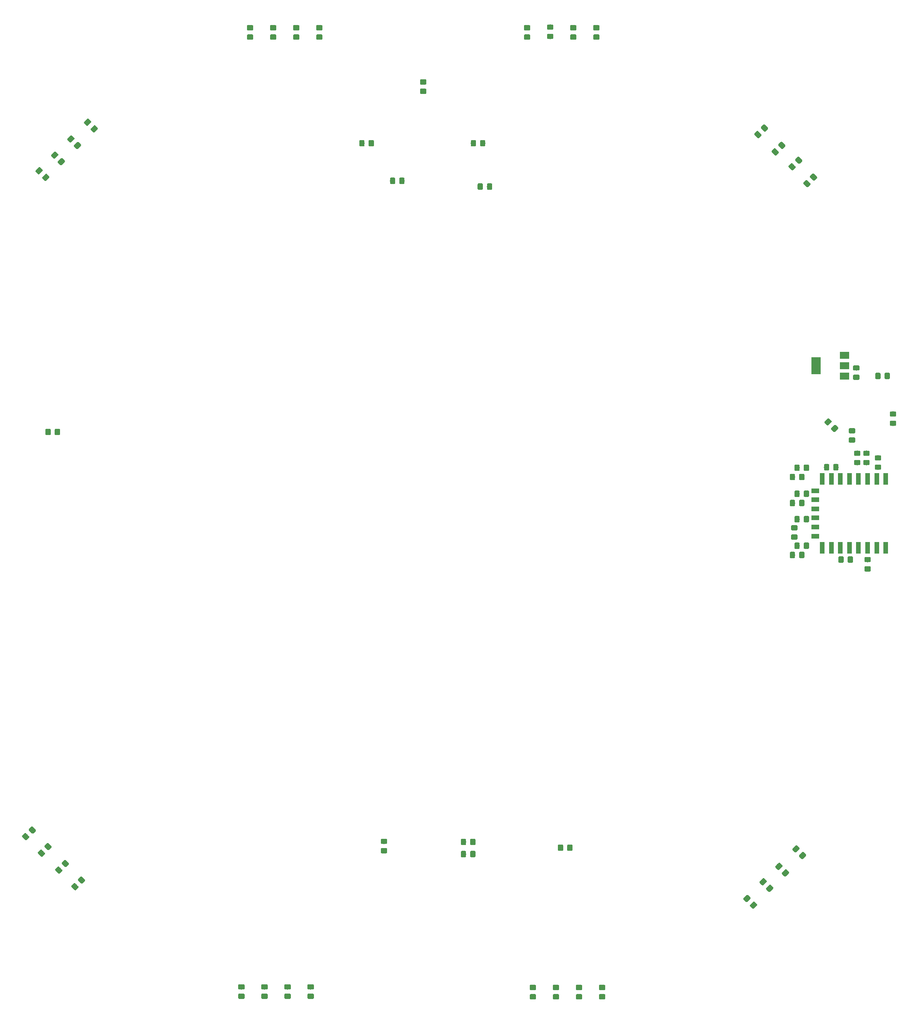
<source format=gtp>
G04 #@! TF.GenerationSoftware,KiCad,Pcbnew,(5.0.2)-1*
G04 #@! TF.CreationDate,2018-12-27T20:38:08+08:00*
G04 #@! TF.ProjectId,lighting,6c696768-7469-46e6-972e-6b696361645f,rev?*
G04 #@! TF.SameCoordinates,Original*
G04 #@! TF.FileFunction,Paste,Top*
G04 #@! TF.FilePolarity,Positive*
%FSLAX45Y45*%
G04 Gerber Fmt 4.5, Leading zero omitted, Abs format (unit mm)*
G04 Created by KiCad (PCBNEW (5.0.2)-1) date 12/27/2018 8:38:08 PM*
%MOMM*%
%LPD*%
G01*
G04 APERTURE LIST*
%ADD10C,0.100000*%
%ADD11C,1.150000*%
%ADD12R,2.000000X3.800000*%
%ADD13R,2.000000X1.500000*%
%ADD14R,1.000000X2.500000*%
%ADD15R,1.800000X1.000000*%
G04 APERTURE END LIST*
D10*
G04 #@! TO.C,R54*
G36*
X30707250Y-13277820D02*
X30709677Y-13278180D01*
X30712057Y-13278776D01*
X30714367Y-13279603D01*
X30716585Y-13280652D01*
X30718689Y-13281913D01*
X30720660Y-13283375D01*
X30722478Y-13285022D01*
X30724125Y-13286840D01*
X30725587Y-13288811D01*
X30726848Y-13290915D01*
X30727897Y-13293133D01*
X30728723Y-13295443D01*
X30729320Y-13297823D01*
X30729680Y-13300249D01*
X30729800Y-13302700D01*
X30729800Y-13392700D01*
X30729680Y-13395150D01*
X30729320Y-13397577D01*
X30728723Y-13399957D01*
X30727897Y-13402267D01*
X30726848Y-13404485D01*
X30725587Y-13406589D01*
X30724125Y-13408560D01*
X30722478Y-13410378D01*
X30720660Y-13412025D01*
X30718689Y-13413487D01*
X30716585Y-13414748D01*
X30714367Y-13415797D01*
X30712057Y-13416623D01*
X30709677Y-13417220D01*
X30707250Y-13417580D01*
X30704800Y-13417700D01*
X30639800Y-13417700D01*
X30637349Y-13417580D01*
X30634923Y-13417220D01*
X30632543Y-13416623D01*
X30630233Y-13415797D01*
X30628015Y-13414748D01*
X30625911Y-13413487D01*
X30623940Y-13412025D01*
X30622122Y-13410378D01*
X30620475Y-13408560D01*
X30619013Y-13406589D01*
X30617752Y-13404485D01*
X30616703Y-13402267D01*
X30615876Y-13399957D01*
X30615280Y-13397577D01*
X30614920Y-13395150D01*
X30614800Y-13392700D01*
X30614800Y-13302700D01*
X30614920Y-13300249D01*
X30615280Y-13297823D01*
X30615876Y-13295443D01*
X30616703Y-13293133D01*
X30617752Y-13290915D01*
X30619013Y-13288811D01*
X30620475Y-13286840D01*
X30622122Y-13285022D01*
X30623940Y-13283375D01*
X30625911Y-13281913D01*
X30628015Y-13280652D01*
X30630233Y-13279603D01*
X30632543Y-13278776D01*
X30634923Y-13278180D01*
X30637349Y-13277820D01*
X30639800Y-13277700D01*
X30704800Y-13277700D01*
X30707250Y-13277820D01*
X30707250Y-13277820D01*
G37*
D11*
X30672300Y-13347700D03*
D10*
G36*
X30502250Y-13277820D02*
X30504677Y-13278180D01*
X30507057Y-13278776D01*
X30509367Y-13279603D01*
X30511585Y-13280652D01*
X30513689Y-13281913D01*
X30515660Y-13283375D01*
X30517478Y-13285022D01*
X30519125Y-13286840D01*
X30520587Y-13288811D01*
X30521848Y-13290915D01*
X30522897Y-13293133D01*
X30523723Y-13295443D01*
X30524320Y-13297823D01*
X30524680Y-13300249D01*
X30524800Y-13302700D01*
X30524800Y-13392700D01*
X30524680Y-13395150D01*
X30524320Y-13397577D01*
X30523723Y-13399957D01*
X30522897Y-13402267D01*
X30521848Y-13404485D01*
X30520587Y-13406589D01*
X30519125Y-13408560D01*
X30517478Y-13410378D01*
X30515660Y-13412025D01*
X30513689Y-13413487D01*
X30511585Y-13414748D01*
X30509367Y-13415797D01*
X30507057Y-13416623D01*
X30504677Y-13417220D01*
X30502250Y-13417580D01*
X30499800Y-13417700D01*
X30434800Y-13417700D01*
X30432349Y-13417580D01*
X30429923Y-13417220D01*
X30427543Y-13416623D01*
X30425233Y-13415797D01*
X30423015Y-13414748D01*
X30420911Y-13413487D01*
X30418940Y-13412025D01*
X30417122Y-13410378D01*
X30415475Y-13408560D01*
X30414013Y-13406589D01*
X30412752Y-13404485D01*
X30411703Y-13402267D01*
X30410876Y-13399957D01*
X30410280Y-13397577D01*
X30409920Y-13395150D01*
X30409800Y-13392700D01*
X30409800Y-13302700D01*
X30409920Y-13300249D01*
X30410280Y-13297823D01*
X30410876Y-13295443D01*
X30411703Y-13293133D01*
X30412752Y-13290915D01*
X30414013Y-13288811D01*
X30415475Y-13286840D01*
X30417122Y-13285022D01*
X30418940Y-13283375D01*
X30420911Y-13281913D01*
X30423015Y-13280652D01*
X30425233Y-13279603D01*
X30427543Y-13278776D01*
X30429923Y-13278180D01*
X30432349Y-13277820D01*
X30434800Y-13277700D01*
X30499800Y-13277700D01*
X30502250Y-13277820D01*
X30502250Y-13277820D01*
G37*
D11*
X30467300Y-13347700D03*
G04 #@! TD*
D10*
G04 #@! TO.C,C7*
G36*
X31416450Y-15322320D02*
X31418877Y-15322680D01*
X31421257Y-15323276D01*
X31423567Y-15324103D01*
X31425785Y-15325152D01*
X31427889Y-15326413D01*
X31429860Y-15327875D01*
X31431678Y-15329522D01*
X31433325Y-15331340D01*
X31434787Y-15333311D01*
X31436048Y-15335415D01*
X31437097Y-15337633D01*
X31437923Y-15339943D01*
X31438520Y-15342323D01*
X31438880Y-15344749D01*
X31439000Y-15347200D01*
X31439000Y-15412200D01*
X31438880Y-15414650D01*
X31438520Y-15417077D01*
X31437923Y-15419457D01*
X31437097Y-15421767D01*
X31436048Y-15423985D01*
X31434787Y-15426089D01*
X31433325Y-15428060D01*
X31431678Y-15429878D01*
X31429860Y-15431525D01*
X31427889Y-15432987D01*
X31425785Y-15434248D01*
X31423567Y-15435297D01*
X31421257Y-15436123D01*
X31418877Y-15436719D01*
X31416450Y-15437079D01*
X31414000Y-15437200D01*
X31324000Y-15437200D01*
X31321549Y-15437079D01*
X31319123Y-15436719D01*
X31316743Y-15436123D01*
X31314433Y-15435297D01*
X31312215Y-15434248D01*
X31310111Y-15432987D01*
X31308140Y-15431525D01*
X31306322Y-15429878D01*
X31304675Y-15428060D01*
X31303213Y-15426089D01*
X31301952Y-15423985D01*
X31300903Y-15421767D01*
X31300076Y-15419457D01*
X31299480Y-15417077D01*
X31299120Y-15414650D01*
X31299000Y-15412200D01*
X31299000Y-15347200D01*
X31299120Y-15344749D01*
X31299480Y-15342323D01*
X31300076Y-15339943D01*
X31300903Y-15337633D01*
X31301952Y-15335415D01*
X31303213Y-15333311D01*
X31304675Y-15331340D01*
X31306322Y-15329522D01*
X31308140Y-15327875D01*
X31310111Y-15326413D01*
X31312215Y-15325152D01*
X31314433Y-15324103D01*
X31316743Y-15323276D01*
X31319123Y-15322680D01*
X31321549Y-15322320D01*
X31324000Y-15322200D01*
X31414000Y-15322200D01*
X31416450Y-15322320D01*
X31416450Y-15322320D01*
G37*
D11*
X31369000Y-15379700D03*
D10*
G36*
X31416450Y-15527320D02*
X31418877Y-15527680D01*
X31421257Y-15528276D01*
X31423567Y-15529103D01*
X31425785Y-15530152D01*
X31427889Y-15531413D01*
X31429860Y-15532875D01*
X31431678Y-15534522D01*
X31433325Y-15536340D01*
X31434787Y-15538311D01*
X31436048Y-15540415D01*
X31437097Y-15542633D01*
X31437923Y-15544943D01*
X31438520Y-15547323D01*
X31438880Y-15549749D01*
X31439000Y-15552200D01*
X31439000Y-15617200D01*
X31438880Y-15619650D01*
X31438520Y-15622077D01*
X31437923Y-15624457D01*
X31437097Y-15626767D01*
X31436048Y-15628985D01*
X31434787Y-15631089D01*
X31433325Y-15633060D01*
X31431678Y-15634878D01*
X31429860Y-15636525D01*
X31427889Y-15637987D01*
X31425785Y-15639248D01*
X31423567Y-15640297D01*
X31421257Y-15641123D01*
X31418877Y-15641719D01*
X31416450Y-15642079D01*
X31414000Y-15642200D01*
X31324000Y-15642200D01*
X31321549Y-15642079D01*
X31319123Y-15641719D01*
X31316743Y-15641123D01*
X31314433Y-15640297D01*
X31312215Y-15639248D01*
X31310111Y-15637987D01*
X31308140Y-15636525D01*
X31306322Y-15634878D01*
X31304675Y-15633060D01*
X31303213Y-15631089D01*
X31301952Y-15628985D01*
X31300903Y-15626767D01*
X31300076Y-15624457D01*
X31299480Y-15622077D01*
X31299120Y-15619650D01*
X31299000Y-15617200D01*
X31299000Y-15552200D01*
X31299120Y-15549749D01*
X31299480Y-15547323D01*
X31300076Y-15544943D01*
X31300903Y-15542633D01*
X31301952Y-15540415D01*
X31303213Y-15538311D01*
X31304675Y-15536340D01*
X31306322Y-15534522D01*
X31308140Y-15532875D01*
X31310111Y-15531413D01*
X31312215Y-15530152D01*
X31314433Y-15529103D01*
X31316743Y-15528276D01*
X31319123Y-15527680D01*
X31321549Y-15527320D01*
X31324000Y-15527200D01*
X31414000Y-15527200D01*
X31416450Y-15527320D01*
X31416450Y-15527320D01*
G37*
D11*
X31369000Y-15584700D03*
G04 #@! TD*
D10*
G04 #@! TO.C,R51*
G36*
X22512150Y-21520120D02*
X22514577Y-21520480D01*
X22516957Y-21521077D01*
X22519267Y-21521903D01*
X22521485Y-21522952D01*
X22523589Y-21524213D01*
X22525560Y-21525675D01*
X22527378Y-21527322D01*
X22529025Y-21529140D01*
X22530487Y-21531111D01*
X22531748Y-21533215D01*
X22532797Y-21535433D01*
X22533623Y-21537743D01*
X22534220Y-21540123D01*
X22534580Y-21542550D01*
X22534700Y-21545000D01*
X22534700Y-21635000D01*
X22534580Y-21637451D01*
X22534220Y-21639877D01*
X22533623Y-21642257D01*
X22532797Y-21644567D01*
X22531748Y-21646785D01*
X22530487Y-21648889D01*
X22529025Y-21650860D01*
X22527378Y-21652678D01*
X22525560Y-21654325D01*
X22523589Y-21655787D01*
X22521485Y-21657048D01*
X22519267Y-21658097D01*
X22516957Y-21658924D01*
X22514577Y-21659520D01*
X22512150Y-21659880D01*
X22509700Y-21660000D01*
X22444700Y-21660000D01*
X22442249Y-21659880D01*
X22439823Y-21659520D01*
X22437443Y-21658924D01*
X22435133Y-21658097D01*
X22432915Y-21657048D01*
X22430811Y-21655787D01*
X22428840Y-21654325D01*
X22427022Y-21652678D01*
X22425375Y-21650860D01*
X22423913Y-21648889D01*
X22422652Y-21646785D01*
X22421603Y-21644567D01*
X22420776Y-21642257D01*
X22420180Y-21639877D01*
X22419820Y-21637451D01*
X22419700Y-21635000D01*
X22419700Y-21545000D01*
X22419820Y-21542550D01*
X22420180Y-21540123D01*
X22420776Y-21537743D01*
X22421603Y-21535433D01*
X22422652Y-21533215D01*
X22423913Y-21531111D01*
X22425375Y-21529140D01*
X22427022Y-21527322D01*
X22428840Y-21525675D01*
X22430811Y-21524213D01*
X22432915Y-21522952D01*
X22435133Y-21521903D01*
X22437443Y-21521077D01*
X22439823Y-21520480D01*
X22442249Y-21520120D01*
X22444700Y-21520000D01*
X22509700Y-21520000D01*
X22512150Y-21520120D01*
X22512150Y-21520120D01*
G37*
D11*
X22477200Y-21590000D03*
D10*
G36*
X22717150Y-21520120D02*
X22719577Y-21520480D01*
X22721957Y-21521077D01*
X22724267Y-21521903D01*
X22726485Y-21522952D01*
X22728589Y-21524213D01*
X22730560Y-21525675D01*
X22732378Y-21527322D01*
X22734025Y-21529140D01*
X22735487Y-21531111D01*
X22736748Y-21533215D01*
X22737797Y-21535433D01*
X22738623Y-21537743D01*
X22739220Y-21540123D01*
X22739580Y-21542550D01*
X22739700Y-21545000D01*
X22739700Y-21635000D01*
X22739580Y-21637451D01*
X22739220Y-21639877D01*
X22738623Y-21642257D01*
X22737797Y-21644567D01*
X22736748Y-21646785D01*
X22735487Y-21648889D01*
X22734025Y-21650860D01*
X22732378Y-21652678D01*
X22730560Y-21654325D01*
X22728589Y-21655787D01*
X22726485Y-21657048D01*
X22724267Y-21658097D01*
X22721957Y-21658924D01*
X22719577Y-21659520D01*
X22717150Y-21659880D01*
X22714700Y-21660000D01*
X22649700Y-21660000D01*
X22647249Y-21659880D01*
X22644823Y-21659520D01*
X22642443Y-21658924D01*
X22640133Y-21658097D01*
X22637915Y-21657048D01*
X22635811Y-21655787D01*
X22633840Y-21654325D01*
X22632022Y-21652678D01*
X22630375Y-21650860D01*
X22628913Y-21648889D01*
X22627652Y-21646785D01*
X22626603Y-21644567D01*
X22625776Y-21642257D01*
X22625180Y-21639877D01*
X22624820Y-21637451D01*
X22624700Y-21635000D01*
X22624700Y-21545000D01*
X22624820Y-21542550D01*
X22625180Y-21540123D01*
X22625776Y-21537743D01*
X22626603Y-21535433D01*
X22627652Y-21533215D01*
X22628913Y-21531111D01*
X22630375Y-21529140D01*
X22632022Y-21527322D01*
X22633840Y-21525675D01*
X22635811Y-21524213D01*
X22637915Y-21522952D01*
X22640133Y-21521903D01*
X22642443Y-21521077D01*
X22644823Y-21520480D01*
X22647249Y-21520120D01*
X22649700Y-21520000D01*
X22714700Y-21520000D01*
X22717150Y-21520120D01*
X22717150Y-21520120D01*
G37*
D11*
X22682200Y-21590000D03*
G04 #@! TD*
D10*
G04 #@! TO.C,R50*
G36*
X22512150Y-21786820D02*
X22514577Y-21787180D01*
X22516957Y-21787777D01*
X22519267Y-21788603D01*
X22521485Y-21789652D01*
X22523589Y-21790913D01*
X22525560Y-21792375D01*
X22527378Y-21794022D01*
X22529025Y-21795840D01*
X22530487Y-21797811D01*
X22531748Y-21799915D01*
X22532797Y-21802133D01*
X22533623Y-21804443D01*
X22534220Y-21806823D01*
X22534580Y-21809250D01*
X22534700Y-21811700D01*
X22534700Y-21901700D01*
X22534580Y-21904151D01*
X22534220Y-21906577D01*
X22533623Y-21908957D01*
X22532797Y-21911267D01*
X22531748Y-21913485D01*
X22530487Y-21915589D01*
X22529025Y-21917560D01*
X22527378Y-21919378D01*
X22525560Y-21921025D01*
X22523589Y-21922487D01*
X22521485Y-21923748D01*
X22519267Y-21924797D01*
X22516957Y-21925624D01*
X22514577Y-21926220D01*
X22512150Y-21926580D01*
X22509700Y-21926700D01*
X22444700Y-21926700D01*
X22442249Y-21926580D01*
X22439823Y-21926220D01*
X22437443Y-21925624D01*
X22435133Y-21924797D01*
X22432915Y-21923748D01*
X22430811Y-21922487D01*
X22428840Y-21921025D01*
X22427022Y-21919378D01*
X22425375Y-21917560D01*
X22423913Y-21915589D01*
X22422652Y-21913485D01*
X22421603Y-21911267D01*
X22420776Y-21908957D01*
X22420180Y-21906577D01*
X22419820Y-21904151D01*
X22419700Y-21901700D01*
X22419700Y-21811700D01*
X22419820Y-21809250D01*
X22420180Y-21806823D01*
X22420776Y-21804443D01*
X22421603Y-21802133D01*
X22422652Y-21799915D01*
X22423913Y-21797811D01*
X22425375Y-21795840D01*
X22427022Y-21794022D01*
X22428840Y-21792375D01*
X22430811Y-21790913D01*
X22432915Y-21789652D01*
X22435133Y-21788603D01*
X22437443Y-21787777D01*
X22439823Y-21787180D01*
X22442249Y-21786820D01*
X22444700Y-21786700D01*
X22509700Y-21786700D01*
X22512150Y-21786820D01*
X22512150Y-21786820D01*
G37*
D11*
X22477200Y-21856700D03*
D10*
G36*
X22717150Y-21786820D02*
X22719577Y-21787180D01*
X22721957Y-21787777D01*
X22724267Y-21788603D01*
X22726485Y-21789652D01*
X22728589Y-21790913D01*
X22730560Y-21792375D01*
X22732378Y-21794022D01*
X22734025Y-21795840D01*
X22735487Y-21797811D01*
X22736748Y-21799915D01*
X22737797Y-21802133D01*
X22738623Y-21804443D01*
X22739220Y-21806823D01*
X22739580Y-21809250D01*
X22739700Y-21811700D01*
X22739700Y-21901700D01*
X22739580Y-21904151D01*
X22739220Y-21906577D01*
X22738623Y-21908957D01*
X22737797Y-21911267D01*
X22736748Y-21913485D01*
X22735487Y-21915589D01*
X22734025Y-21917560D01*
X22732378Y-21919378D01*
X22730560Y-21921025D01*
X22728589Y-21922487D01*
X22726485Y-21923748D01*
X22724267Y-21924797D01*
X22721957Y-21925624D01*
X22719577Y-21926220D01*
X22717150Y-21926580D01*
X22714700Y-21926700D01*
X22649700Y-21926700D01*
X22647249Y-21926580D01*
X22644823Y-21926220D01*
X22642443Y-21925624D01*
X22640133Y-21924797D01*
X22637915Y-21923748D01*
X22635811Y-21922487D01*
X22633840Y-21921025D01*
X22632022Y-21919378D01*
X22630375Y-21917560D01*
X22628913Y-21915589D01*
X22627652Y-21913485D01*
X22626603Y-21911267D01*
X22625776Y-21908957D01*
X22625180Y-21906577D01*
X22624820Y-21904151D01*
X22624700Y-21901700D01*
X22624700Y-21811700D01*
X22624820Y-21809250D01*
X22625180Y-21806823D01*
X22625776Y-21804443D01*
X22626603Y-21802133D01*
X22627652Y-21799915D01*
X22628913Y-21797811D01*
X22630375Y-21795840D01*
X22632022Y-21794022D01*
X22633840Y-21792375D01*
X22635811Y-21790913D01*
X22637915Y-21789652D01*
X22640133Y-21788603D01*
X22642443Y-21787777D01*
X22644823Y-21787180D01*
X22647249Y-21786820D01*
X22649700Y-21786700D01*
X22714700Y-21786700D01*
X22717150Y-21786820D01*
X22717150Y-21786820D01*
G37*
D11*
X22682200Y-21856700D03*
G04 #@! TD*
D10*
G04 #@! TO.C,R53*
G36*
X20773851Y-21724920D02*
X20776277Y-21725280D01*
X20778657Y-21725876D01*
X20780967Y-21726703D01*
X20783185Y-21727752D01*
X20785289Y-21729013D01*
X20787260Y-21730474D01*
X20789078Y-21732122D01*
X20790725Y-21733940D01*
X20792187Y-21735910D01*
X20793448Y-21738015D01*
X20794497Y-21740233D01*
X20795324Y-21742543D01*
X20795920Y-21744922D01*
X20796280Y-21747349D01*
X20796400Y-21749800D01*
X20796400Y-21814800D01*
X20796280Y-21817250D01*
X20795920Y-21819677D01*
X20795324Y-21822057D01*
X20794497Y-21824367D01*
X20793448Y-21826585D01*
X20792187Y-21828689D01*
X20790725Y-21830660D01*
X20789078Y-21832477D01*
X20787260Y-21834125D01*
X20785289Y-21835587D01*
X20783185Y-21836848D01*
X20780967Y-21837897D01*
X20778657Y-21838723D01*
X20776277Y-21839319D01*
X20773851Y-21839679D01*
X20771400Y-21839800D01*
X20681400Y-21839800D01*
X20678950Y-21839679D01*
X20676523Y-21839319D01*
X20674143Y-21838723D01*
X20671833Y-21837897D01*
X20669615Y-21836848D01*
X20667511Y-21835587D01*
X20665540Y-21834125D01*
X20663722Y-21832477D01*
X20662075Y-21830660D01*
X20660613Y-21828689D01*
X20659352Y-21826585D01*
X20658303Y-21824367D01*
X20657477Y-21822057D01*
X20656880Y-21819677D01*
X20656520Y-21817250D01*
X20656400Y-21814800D01*
X20656400Y-21749800D01*
X20656520Y-21747349D01*
X20656880Y-21744922D01*
X20657477Y-21742543D01*
X20658303Y-21740233D01*
X20659352Y-21738015D01*
X20660613Y-21735910D01*
X20662075Y-21733940D01*
X20663722Y-21732122D01*
X20665540Y-21730474D01*
X20667511Y-21729013D01*
X20669615Y-21727752D01*
X20671833Y-21726703D01*
X20674143Y-21725876D01*
X20676523Y-21725280D01*
X20678950Y-21724920D01*
X20681400Y-21724800D01*
X20771400Y-21724800D01*
X20773851Y-21724920D01*
X20773851Y-21724920D01*
G37*
D11*
X20726400Y-21782300D03*
D10*
G36*
X20773851Y-21519920D02*
X20776277Y-21520280D01*
X20778657Y-21520876D01*
X20780967Y-21521703D01*
X20783185Y-21522752D01*
X20785289Y-21524013D01*
X20787260Y-21525474D01*
X20789078Y-21527122D01*
X20790725Y-21528940D01*
X20792187Y-21530910D01*
X20793448Y-21533015D01*
X20794497Y-21535233D01*
X20795324Y-21537543D01*
X20795920Y-21539922D01*
X20796280Y-21542349D01*
X20796400Y-21544800D01*
X20796400Y-21609800D01*
X20796280Y-21612250D01*
X20795920Y-21614677D01*
X20795324Y-21617057D01*
X20794497Y-21619367D01*
X20793448Y-21621585D01*
X20792187Y-21623689D01*
X20790725Y-21625660D01*
X20789078Y-21627477D01*
X20787260Y-21629125D01*
X20785289Y-21630587D01*
X20783185Y-21631848D01*
X20780967Y-21632897D01*
X20778657Y-21633723D01*
X20776277Y-21634319D01*
X20773851Y-21634679D01*
X20771400Y-21634800D01*
X20681400Y-21634800D01*
X20678950Y-21634679D01*
X20676523Y-21634319D01*
X20674143Y-21633723D01*
X20671833Y-21632897D01*
X20669615Y-21631848D01*
X20667511Y-21630587D01*
X20665540Y-21629125D01*
X20663722Y-21627477D01*
X20662075Y-21625660D01*
X20660613Y-21623689D01*
X20659352Y-21621585D01*
X20658303Y-21619367D01*
X20657477Y-21617057D01*
X20656880Y-21614677D01*
X20656520Y-21612250D01*
X20656400Y-21609800D01*
X20656400Y-21544800D01*
X20656520Y-21542349D01*
X20656880Y-21539922D01*
X20657477Y-21537543D01*
X20658303Y-21535233D01*
X20659352Y-21533015D01*
X20660613Y-21530910D01*
X20662075Y-21528940D01*
X20663722Y-21527122D01*
X20665540Y-21525474D01*
X20667511Y-21524013D01*
X20669615Y-21522752D01*
X20671833Y-21521703D01*
X20674143Y-21520876D01*
X20676523Y-21520280D01*
X20678950Y-21519920D01*
X20681400Y-21519800D01*
X20771400Y-21519800D01*
X20773851Y-21519920D01*
X20773851Y-21519920D01*
G37*
D11*
X20726400Y-21577300D03*
G04 #@! TD*
D10*
G04 #@! TO.C,R52*
G36*
X24647550Y-21647120D02*
X24649977Y-21647480D01*
X24652357Y-21648077D01*
X24654667Y-21648903D01*
X24656885Y-21649952D01*
X24658989Y-21651213D01*
X24660960Y-21652675D01*
X24662778Y-21654322D01*
X24664425Y-21656140D01*
X24665887Y-21658111D01*
X24667148Y-21660215D01*
X24668197Y-21662433D01*
X24669023Y-21664743D01*
X24669620Y-21667123D01*
X24669980Y-21669550D01*
X24670100Y-21672000D01*
X24670100Y-21762000D01*
X24669980Y-21764451D01*
X24669620Y-21766877D01*
X24669023Y-21769257D01*
X24668197Y-21771567D01*
X24667148Y-21773785D01*
X24665887Y-21775889D01*
X24664425Y-21777860D01*
X24662778Y-21779678D01*
X24660960Y-21781325D01*
X24658989Y-21782787D01*
X24656885Y-21784048D01*
X24654667Y-21785097D01*
X24652357Y-21785924D01*
X24649977Y-21786520D01*
X24647550Y-21786880D01*
X24645100Y-21787000D01*
X24580100Y-21787000D01*
X24577649Y-21786880D01*
X24575223Y-21786520D01*
X24572843Y-21785924D01*
X24570533Y-21785097D01*
X24568315Y-21784048D01*
X24566211Y-21782787D01*
X24564240Y-21781325D01*
X24562422Y-21779678D01*
X24560775Y-21777860D01*
X24559313Y-21775889D01*
X24558052Y-21773785D01*
X24557003Y-21771567D01*
X24556176Y-21769257D01*
X24555580Y-21766877D01*
X24555220Y-21764451D01*
X24555100Y-21762000D01*
X24555100Y-21672000D01*
X24555220Y-21669550D01*
X24555580Y-21667123D01*
X24556176Y-21664743D01*
X24557003Y-21662433D01*
X24558052Y-21660215D01*
X24559313Y-21658111D01*
X24560775Y-21656140D01*
X24562422Y-21654322D01*
X24564240Y-21652675D01*
X24566211Y-21651213D01*
X24568315Y-21649952D01*
X24570533Y-21648903D01*
X24572843Y-21648077D01*
X24575223Y-21647480D01*
X24577649Y-21647120D01*
X24580100Y-21647000D01*
X24645100Y-21647000D01*
X24647550Y-21647120D01*
X24647550Y-21647120D01*
G37*
D11*
X24612600Y-21717000D03*
D10*
G36*
X24852550Y-21647120D02*
X24854977Y-21647480D01*
X24857357Y-21648077D01*
X24859667Y-21648903D01*
X24861885Y-21649952D01*
X24863989Y-21651213D01*
X24865960Y-21652675D01*
X24867778Y-21654322D01*
X24869425Y-21656140D01*
X24870887Y-21658111D01*
X24872148Y-21660215D01*
X24873197Y-21662433D01*
X24874023Y-21664743D01*
X24874620Y-21667123D01*
X24874980Y-21669550D01*
X24875100Y-21672000D01*
X24875100Y-21762000D01*
X24874980Y-21764451D01*
X24874620Y-21766877D01*
X24874023Y-21769257D01*
X24873197Y-21771567D01*
X24872148Y-21773785D01*
X24870887Y-21775889D01*
X24869425Y-21777860D01*
X24867778Y-21779678D01*
X24865960Y-21781325D01*
X24863989Y-21782787D01*
X24861885Y-21784048D01*
X24859667Y-21785097D01*
X24857357Y-21785924D01*
X24854977Y-21786520D01*
X24852550Y-21786880D01*
X24850100Y-21787000D01*
X24785100Y-21787000D01*
X24782649Y-21786880D01*
X24780223Y-21786520D01*
X24777843Y-21785924D01*
X24775533Y-21785097D01*
X24773315Y-21784048D01*
X24771211Y-21782787D01*
X24769240Y-21781325D01*
X24767422Y-21779678D01*
X24765775Y-21777860D01*
X24764313Y-21775889D01*
X24763052Y-21773785D01*
X24762003Y-21771567D01*
X24761176Y-21769257D01*
X24760580Y-21766877D01*
X24760220Y-21764451D01*
X24760100Y-21762000D01*
X24760100Y-21672000D01*
X24760220Y-21669550D01*
X24760580Y-21667123D01*
X24761176Y-21664743D01*
X24762003Y-21662433D01*
X24763052Y-21660215D01*
X24764313Y-21658111D01*
X24765775Y-21656140D01*
X24767422Y-21654322D01*
X24769240Y-21652675D01*
X24771211Y-21651213D01*
X24773315Y-21649952D01*
X24775533Y-21648903D01*
X24777843Y-21648077D01*
X24780223Y-21647480D01*
X24782649Y-21647120D01*
X24785100Y-21647000D01*
X24850100Y-21647000D01*
X24852550Y-21647120D01*
X24852550Y-21647120D01*
G37*
D11*
X24817600Y-21717000D03*
G04 #@! TD*
D10*
G04 #@! TO.C,R30*
G36*
X25574450Y-24937120D02*
X25576877Y-24937480D01*
X25579257Y-24938076D01*
X25581567Y-24938903D01*
X25583785Y-24939952D01*
X25585889Y-24941213D01*
X25587860Y-24942675D01*
X25589678Y-24944322D01*
X25591325Y-24946140D01*
X25592787Y-24948111D01*
X25594048Y-24950215D01*
X25595097Y-24952433D01*
X25595923Y-24954743D01*
X25596520Y-24957123D01*
X25596880Y-24959549D01*
X25597000Y-24962000D01*
X25597000Y-25027000D01*
X25596880Y-25029450D01*
X25596520Y-25031877D01*
X25595923Y-25034257D01*
X25595097Y-25036567D01*
X25594048Y-25038785D01*
X25592787Y-25040889D01*
X25591325Y-25042860D01*
X25589678Y-25044678D01*
X25587860Y-25046325D01*
X25585889Y-25047787D01*
X25583785Y-25049048D01*
X25581567Y-25050097D01*
X25579257Y-25050923D01*
X25576877Y-25051520D01*
X25574450Y-25051880D01*
X25572000Y-25052000D01*
X25482000Y-25052000D01*
X25479549Y-25051880D01*
X25477123Y-25051520D01*
X25474743Y-25050923D01*
X25472433Y-25050097D01*
X25470215Y-25049048D01*
X25468111Y-25047787D01*
X25466140Y-25046325D01*
X25464322Y-25044678D01*
X25462675Y-25042860D01*
X25461213Y-25040889D01*
X25459952Y-25038785D01*
X25458903Y-25036567D01*
X25458076Y-25034257D01*
X25457480Y-25031877D01*
X25457120Y-25029450D01*
X25457000Y-25027000D01*
X25457000Y-24962000D01*
X25457120Y-24959549D01*
X25457480Y-24957123D01*
X25458076Y-24954743D01*
X25458903Y-24952433D01*
X25459952Y-24950215D01*
X25461213Y-24948111D01*
X25462675Y-24946140D01*
X25464322Y-24944322D01*
X25466140Y-24942675D01*
X25468111Y-24941213D01*
X25470215Y-24939952D01*
X25472433Y-24938903D01*
X25474743Y-24938076D01*
X25477123Y-24937480D01*
X25479549Y-24937120D01*
X25482000Y-24937000D01*
X25572000Y-24937000D01*
X25574450Y-24937120D01*
X25574450Y-24937120D01*
G37*
D11*
X25527000Y-24994500D03*
D10*
G36*
X25574450Y-24732120D02*
X25576877Y-24732480D01*
X25579257Y-24733076D01*
X25581567Y-24733903D01*
X25583785Y-24734952D01*
X25585889Y-24736213D01*
X25587860Y-24737675D01*
X25589678Y-24739322D01*
X25591325Y-24741140D01*
X25592787Y-24743111D01*
X25594048Y-24745215D01*
X25595097Y-24747433D01*
X25595923Y-24749743D01*
X25596520Y-24752123D01*
X25596880Y-24754549D01*
X25597000Y-24757000D01*
X25597000Y-24822000D01*
X25596880Y-24824450D01*
X25596520Y-24826877D01*
X25595923Y-24829257D01*
X25595097Y-24831567D01*
X25594048Y-24833785D01*
X25592787Y-24835889D01*
X25591325Y-24837860D01*
X25589678Y-24839678D01*
X25587860Y-24841325D01*
X25585889Y-24842787D01*
X25583785Y-24844048D01*
X25581567Y-24845097D01*
X25579257Y-24845923D01*
X25576877Y-24846520D01*
X25574450Y-24846880D01*
X25572000Y-24847000D01*
X25482000Y-24847000D01*
X25479549Y-24846880D01*
X25477123Y-24846520D01*
X25474743Y-24845923D01*
X25472433Y-24845097D01*
X25470215Y-24844048D01*
X25468111Y-24842787D01*
X25466140Y-24841325D01*
X25464322Y-24839678D01*
X25462675Y-24837860D01*
X25461213Y-24835889D01*
X25459952Y-24833785D01*
X25458903Y-24831567D01*
X25458076Y-24829257D01*
X25457480Y-24826877D01*
X25457120Y-24824450D01*
X25457000Y-24822000D01*
X25457000Y-24757000D01*
X25457120Y-24754549D01*
X25457480Y-24752123D01*
X25458076Y-24749743D01*
X25458903Y-24747433D01*
X25459952Y-24745215D01*
X25461213Y-24743111D01*
X25462675Y-24741140D01*
X25464322Y-24739322D01*
X25466140Y-24737675D01*
X25468111Y-24736213D01*
X25470215Y-24734952D01*
X25472433Y-24733903D01*
X25474743Y-24733076D01*
X25477123Y-24732480D01*
X25479549Y-24732120D01*
X25482000Y-24732000D01*
X25572000Y-24732000D01*
X25574450Y-24732120D01*
X25574450Y-24732120D01*
G37*
D11*
X25527000Y-24789500D03*
G04 #@! TD*
D10*
G04 #@! TO.C,R31*
G36*
X24558450Y-24733020D02*
X24560877Y-24733380D01*
X24563257Y-24733976D01*
X24565567Y-24734803D01*
X24567785Y-24735852D01*
X24569889Y-24737113D01*
X24571860Y-24738575D01*
X24573678Y-24740222D01*
X24575325Y-24742040D01*
X24576787Y-24744011D01*
X24578048Y-24746115D01*
X24579097Y-24748333D01*
X24579923Y-24750643D01*
X24580520Y-24753023D01*
X24580880Y-24755449D01*
X24581000Y-24757900D01*
X24581000Y-24822900D01*
X24580880Y-24825350D01*
X24580520Y-24827777D01*
X24579923Y-24830157D01*
X24579097Y-24832467D01*
X24578048Y-24834685D01*
X24576787Y-24836789D01*
X24575325Y-24838760D01*
X24573678Y-24840578D01*
X24571860Y-24842225D01*
X24569889Y-24843687D01*
X24567785Y-24844948D01*
X24565567Y-24845997D01*
X24563257Y-24846823D01*
X24560877Y-24847420D01*
X24558450Y-24847780D01*
X24556000Y-24847900D01*
X24466000Y-24847900D01*
X24463549Y-24847780D01*
X24461123Y-24847420D01*
X24458743Y-24846823D01*
X24456433Y-24845997D01*
X24454215Y-24844948D01*
X24452111Y-24843687D01*
X24450140Y-24842225D01*
X24448322Y-24840578D01*
X24446675Y-24838760D01*
X24445213Y-24836789D01*
X24443952Y-24834685D01*
X24442903Y-24832467D01*
X24442076Y-24830157D01*
X24441480Y-24827777D01*
X24441120Y-24825350D01*
X24441000Y-24822900D01*
X24441000Y-24757900D01*
X24441120Y-24755449D01*
X24441480Y-24753023D01*
X24442076Y-24750643D01*
X24442903Y-24748333D01*
X24443952Y-24746115D01*
X24445213Y-24744011D01*
X24446675Y-24742040D01*
X24448322Y-24740222D01*
X24450140Y-24738575D01*
X24452111Y-24737113D01*
X24454215Y-24735852D01*
X24456433Y-24734803D01*
X24458743Y-24733976D01*
X24461123Y-24733380D01*
X24463549Y-24733020D01*
X24466000Y-24732900D01*
X24556000Y-24732900D01*
X24558450Y-24733020D01*
X24558450Y-24733020D01*
G37*
D11*
X24511000Y-24790400D03*
D10*
G36*
X24558450Y-24938020D02*
X24560877Y-24938380D01*
X24563257Y-24938976D01*
X24565567Y-24939803D01*
X24567785Y-24940852D01*
X24569889Y-24942113D01*
X24571860Y-24943575D01*
X24573678Y-24945222D01*
X24575325Y-24947040D01*
X24576787Y-24949011D01*
X24578048Y-24951115D01*
X24579097Y-24953333D01*
X24579923Y-24955643D01*
X24580520Y-24958023D01*
X24580880Y-24960449D01*
X24581000Y-24962900D01*
X24581000Y-25027900D01*
X24580880Y-25030350D01*
X24580520Y-25032777D01*
X24579923Y-25035157D01*
X24579097Y-25037467D01*
X24578048Y-25039685D01*
X24576787Y-25041789D01*
X24575325Y-25043760D01*
X24573678Y-25045578D01*
X24571860Y-25047225D01*
X24569889Y-25048687D01*
X24567785Y-25049948D01*
X24565567Y-25050997D01*
X24563257Y-25051823D01*
X24560877Y-25052420D01*
X24558450Y-25052780D01*
X24556000Y-25052900D01*
X24466000Y-25052900D01*
X24463549Y-25052780D01*
X24461123Y-25052420D01*
X24458743Y-25051823D01*
X24456433Y-25050997D01*
X24454215Y-25049948D01*
X24452111Y-25048687D01*
X24450140Y-25047225D01*
X24448322Y-25045578D01*
X24446675Y-25043760D01*
X24445213Y-25041789D01*
X24443952Y-25039685D01*
X24442903Y-25037467D01*
X24442076Y-25035157D01*
X24441480Y-25032777D01*
X24441120Y-25030350D01*
X24441000Y-25027900D01*
X24441000Y-24962900D01*
X24441120Y-24960449D01*
X24441480Y-24958023D01*
X24442076Y-24955643D01*
X24442903Y-24953333D01*
X24443952Y-24951115D01*
X24445213Y-24949011D01*
X24446675Y-24947040D01*
X24448322Y-24945222D01*
X24450140Y-24943575D01*
X24452111Y-24942113D01*
X24454215Y-24940852D01*
X24456433Y-24939803D01*
X24458743Y-24938976D01*
X24461123Y-24938380D01*
X24463549Y-24938020D01*
X24466000Y-24937900D01*
X24556000Y-24937900D01*
X24558450Y-24938020D01*
X24558450Y-24938020D01*
G37*
D11*
X24511000Y-24995400D03*
G04 #@! TD*
D10*
G04 #@! TO.C,R32*
G36*
X19160951Y-24925320D02*
X19163377Y-24925680D01*
X19165757Y-24926276D01*
X19168067Y-24927103D01*
X19170285Y-24928152D01*
X19172389Y-24929413D01*
X19174360Y-24930875D01*
X19176178Y-24932522D01*
X19177825Y-24934340D01*
X19179287Y-24936311D01*
X19180548Y-24938415D01*
X19181597Y-24940633D01*
X19182424Y-24942943D01*
X19183020Y-24945323D01*
X19183380Y-24947749D01*
X19183500Y-24950200D01*
X19183500Y-25015200D01*
X19183380Y-25017650D01*
X19183020Y-25020077D01*
X19182424Y-25022457D01*
X19181597Y-25024767D01*
X19180548Y-25026985D01*
X19179287Y-25029089D01*
X19177825Y-25031060D01*
X19176178Y-25032878D01*
X19174360Y-25034525D01*
X19172389Y-25035987D01*
X19170285Y-25037248D01*
X19168067Y-25038297D01*
X19165757Y-25039123D01*
X19163377Y-25039720D01*
X19160951Y-25040080D01*
X19158500Y-25040200D01*
X19068500Y-25040200D01*
X19066050Y-25040080D01*
X19063623Y-25039720D01*
X19061243Y-25039123D01*
X19058933Y-25038297D01*
X19056715Y-25037248D01*
X19054611Y-25035987D01*
X19052640Y-25034525D01*
X19050822Y-25032878D01*
X19049175Y-25031060D01*
X19047713Y-25029089D01*
X19046452Y-25026985D01*
X19045403Y-25024767D01*
X19044577Y-25022457D01*
X19043980Y-25020077D01*
X19043620Y-25017650D01*
X19043500Y-25015200D01*
X19043500Y-24950200D01*
X19043620Y-24947749D01*
X19043980Y-24945323D01*
X19044577Y-24942943D01*
X19045403Y-24940633D01*
X19046452Y-24938415D01*
X19047713Y-24936311D01*
X19049175Y-24934340D01*
X19050822Y-24932522D01*
X19052640Y-24930875D01*
X19054611Y-24929413D01*
X19056715Y-24928152D01*
X19058933Y-24927103D01*
X19061243Y-24926276D01*
X19063623Y-24925680D01*
X19066050Y-24925320D01*
X19068500Y-24925200D01*
X19158500Y-24925200D01*
X19160951Y-24925320D01*
X19160951Y-24925320D01*
G37*
D11*
X19113500Y-24982700D03*
D10*
G36*
X19160951Y-24720320D02*
X19163377Y-24720680D01*
X19165757Y-24721276D01*
X19168067Y-24722103D01*
X19170285Y-24723152D01*
X19172389Y-24724413D01*
X19174360Y-24725875D01*
X19176178Y-24727522D01*
X19177825Y-24729340D01*
X19179287Y-24731311D01*
X19180548Y-24733415D01*
X19181597Y-24735633D01*
X19182424Y-24737943D01*
X19183020Y-24740323D01*
X19183380Y-24742749D01*
X19183500Y-24745200D01*
X19183500Y-24810200D01*
X19183380Y-24812650D01*
X19183020Y-24815077D01*
X19182424Y-24817457D01*
X19181597Y-24819767D01*
X19180548Y-24821985D01*
X19179287Y-24824089D01*
X19177825Y-24826060D01*
X19176178Y-24827878D01*
X19174360Y-24829525D01*
X19172389Y-24830987D01*
X19170285Y-24832248D01*
X19168067Y-24833297D01*
X19165757Y-24834123D01*
X19163377Y-24834720D01*
X19160951Y-24835080D01*
X19158500Y-24835200D01*
X19068500Y-24835200D01*
X19066050Y-24835080D01*
X19063623Y-24834720D01*
X19061243Y-24834123D01*
X19058933Y-24833297D01*
X19056715Y-24832248D01*
X19054611Y-24830987D01*
X19052640Y-24829525D01*
X19050822Y-24827878D01*
X19049175Y-24826060D01*
X19047713Y-24824089D01*
X19046452Y-24821985D01*
X19045403Y-24819767D01*
X19044577Y-24817457D01*
X19043980Y-24815077D01*
X19043620Y-24812650D01*
X19043500Y-24810200D01*
X19043500Y-24745200D01*
X19043620Y-24742749D01*
X19043980Y-24740323D01*
X19044577Y-24737943D01*
X19045403Y-24735633D01*
X19046452Y-24733415D01*
X19047713Y-24731311D01*
X19049175Y-24729340D01*
X19050822Y-24727522D01*
X19052640Y-24725875D01*
X19054611Y-24724413D01*
X19056715Y-24723152D01*
X19058933Y-24722103D01*
X19061243Y-24721276D01*
X19063623Y-24720680D01*
X19066050Y-24720320D01*
X19068500Y-24720200D01*
X19158500Y-24720200D01*
X19160951Y-24720320D01*
X19160951Y-24720320D01*
G37*
D11*
X19113500Y-24777700D03*
G04 #@! TD*
D10*
G04 #@! TO.C,R33*
G36*
X18144951Y-24720320D02*
X18147377Y-24720680D01*
X18149757Y-24721276D01*
X18152067Y-24722103D01*
X18154285Y-24723152D01*
X18156389Y-24724413D01*
X18158360Y-24725875D01*
X18160178Y-24727522D01*
X18161825Y-24729340D01*
X18163287Y-24731311D01*
X18164548Y-24733415D01*
X18165597Y-24735633D01*
X18166424Y-24737943D01*
X18167020Y-24740323D01*
X18167380Y-24742749D01*
X18167500Y-24745200D01*
X18167500Y-24810200D01*
X18167380Y-24812650D01*
X18167020Y-24815077D01*
X18166424Y-24817457D01*
X18165597Y-24819767D01*
X18164548Y-24821985D01*
X18163287Y-24824089D01*
X18161825Y-24826060D01*
X18160178Y-24827878D01*
X18158360Y-24829525D01*
X18156389Y-24830987D01*
X18154285Y-24832248D01*
X18152067Y-24833297D01*
X18149757Y-24834123D01*
X18147377Y-24834720D01*
X18144951Y-24835080D01*
X18142500Y-24835200D01*
X18052500Y-24835200D01*
X18050050Y-24835080D01*
X18047623Y-24834720D01*
X18045243Y-24834123D01*
X18042933Y-24833297D01*
X18040715Y-24832248D01*
X18038611Y-24830987D01*
X18036640Y-24829525D01*
X18034822Y-24827878D01*
X18033175Y-24826060D01*
X18031713Y-24824089D01*
X18030452Y-24821985D01*
X18029403Y-24819767D01*
X18028577Y-24817457D01*
X18027980Y-24815077D01*
X18027620Y-24812650D01*
X18027500Y-24810200D01*
X18027500Y-24745200D01*
X18027620Y-24742749D01*
X18027980Y-24740323D01*
X18028577Y-24737943D01*
X18029403Y-24735633D01*
X18030452Y-24733415D01*
X18031713Y-24731311D01*
X18033175Y-24729340D01*
X18034822Y-24727522D01*
X18036640Y-24725875D01*
X18038611Y-24724413D01*
X18040715Y-24723152D01*
X18042933Y-24722103D01*
X18045243Y-24721276D01*
X18047623Y-24720680D01*
X18050050Y-24720320D01*
X18052500Y-24720200D01*
X18142500Y-24720200D01*
X18144951Y-24720320D01*
X18144951Y-24720320D01*
G37*
D11*
X18097500Y-24777700D03*
D10*
G36*
X18144951Y-24925320D02*
X18147377Y-24925680D01*
X18149757Y-24926276D01*
X18152067Y-24927103D01*
X18154285Y-24928152D01*
X18156389Y-24929413D01*
X18158360Y-24930875D01*
X18160178Y-24932522D01*
X18161825Y-24934340D01*
X18163287Y-24936311D01*
X18164548Y-24938415D01*
X18165597Y-24940633D01*
X18166424Y-24942943D01*
X18167020Y-24945323D01*
X18167380Y-24947749D01*
X18167500Y-24950200D01*
X18167500Y-25015200D01*
X18167380Y-25017650D01*
X18167020Y-25020077D01*
X18166424Y-25022457D01*
X18165597Y-25024767D01*
X18164548Y-25026985D01*
X18163287Y-25029089D01*
X18161825Y-25031060D01*
X18160178Y-25032878D01*
X18158360Y-25034525D01*
X18156389Y-25035987D01*
X18154285Y-25037248D01*
X18152067Y-25038297D01*
X18149757Y-25039123D01*
X18147377Y-25039720D01*
X18144951Y-25040080D01*
X18142500Y-25040200D01*
X18052500Y-25040200D01*
X18050050Y-25040080D01*
X18047623Y-25039720D01*
X18045243Y-25039123D01*
X18042933Y-25038297D01*
X18040715Y-25037248D01*
X18038611Y-25035987D01*
X18036640Y-25034525D01*
X18034822Y-25032878D01*
X18033175Y-25031060D01*
X18031713Y-25029089D01*
X18030452Y-25026985D01*
X18029403Y-25024767D01*
X18028577Y-25022457D01*
X18027980Y-25020077D01*
X18027620Y-25017650D01*
X18027500Y-25015200D01*
X18027500Y-24950200D01*
X18027620Y-24947749D01*
X18027980Y-24945323D01*
X18028577Y-24942943D01*
X18029403Y-24940633D01*
X18030452Y-24938415D01*
X18031713Y-24936311D01*
X18033175Y-24934340D01*
X18034822Y-24932522D01*
X18036640Y-24930875D01*
X18038611Y-24929413D01*
X18040715Y-24928152D01*
X18042933Y-24927103D01*
X18045243Y-24926276D01*
X18047623Y-24925680D01*
X18050050Y-24925320D01*
X18052500Y-24925200D01*
X18142500Y-24925200D01*
X18144951Y-24925320D01*
X18144951Y-24925320D01*
G37*
D11*
X18097500Y-24982700D03*
G04 #@! TD*
D10*
G04 #@! TO.C,R34*
G36*
X17827451Y-3625620D02*
X17829877Y-3625980D01*
X17832257Y-3626576D01*
X17834567Y-3627403D01*
X17836785Y-3628452D01*
X17838889Y-3629713D01*
X17840860Y-3631174D01*
X17842678Y-3632822D01*
X17844325Y-3634640D01*
X17845787Y-3636610D01*
X17847048Y-3638715D01*
X17848097Y-3640933D01*
X17848924Y-3643243D01*
X17849520Y-3645622D01*
X17849880Y-3648049D01*
X17850000Y-3650500D01*
X17850000Y-3715500D01*
X17849880Y-3717950D01*
X17849520Y-3720377D01*
X17848924Y-3722757D01*
X17848097Y-3725067D01*
X17847048Y-3727285D01*
X17845787Y-3729389D01*
X17844325Y-3731360D01*
X17842678Y-3733177D01*
X17840860Y-3734825D01*
X17838889Y-3736287D01*
X17836785Y-3737548D01*
X17834567Y-3738597D01*
X17832257Y-3739423D01*
X17829877Y-3740019D01*
X17827451Y-3740379D01*
X17825000Y-3740500D01*
X17735000Y-3740500D01*
X17732550Y-3740379D01*
X17730123Y-3740019D01*
X17727743Y-3739423D01*
X17725433Y-3738597D01*
X17723215Y-3737548D01*
X17721111Y-3736287D01*
X17719140Y-3734825D01*
X17717322Y-3733177D01*
X17715675Y-3731360D01*
X17714213Y-3729389D01*
X17712952Y-3727285D01*
X17711903Y-3725067D01*
X17711077Y-3722757D01*
X17710480Y-3720377D01*
X17710120Y-3717950D01*
X17710000Y-3715500D01*
X17710000Y-3650500D01*
X17710120Y-3648049D01*
X17710480Y-3645622D01*
X17711077Y-3643243D01*
X17711903Y-3640933D01*
X17712952Y-3638715D01*
X17714213Y-3636610D01*
X17715675Y-3634640D01*
X17717322Y-3632822D01*
X17719140Y-3631174D01*
X17721111Y-3629713D01*
X17723215Y-3628452D01*
X17725433Y-3627403D01*
X17727743Y-3626576D01*
X17730123Y-3625980D01*
X17732550Y-3625620D01*
X17735000Y-3625500D01*
X17825000Y-3625500D01*
X17827451Y-3625620D01*
X17827451Y-3625620D01*
G37*
D11*
X17780000Y-3683000D03*
D10*
G36*
X17827451Y-3830620D02*
X17829877Y-3830980D01*
X17832257Y-3831576D01*
X17834567Y-3832403D01*
X17836785Y-3833452D01*
X17838889Y-3834713D01*
X17840860Y-3836174D01*
X17842678Y-3837822D01*
X17844325Y-3839640D01*
X17845787Y-3841610D01*
X17847048Y-3843715D01*
X17848097Y-3845933D01*
X17848924Y-3848243D01*
X17849520Y-3850622D01*
X17849880Y-3853049D01*
X17850000Y-3855500D01*
X17850000Y-3920500D01*
X17849880Y-3922950D01*
X17849520Y-3925377D01*
X17848924Y-3927757D01*
X17848097Y-3930067D01*
X17847048Y-3932285D01*
X17845787Y-3934389D01*
X17844325Y-3936360D01*
X17842678Y-3938177D01*
X17840860Y-3939825D01*
X17838889Y-3941287D01*
X17836785Y-3942548D01*
X17834567Y-3943597D01*
X17832257Y-3944423D01*
X17829877Y-3945019D01*
X17827451Y-3945379D01*
X17825000Y-3945500D01*
X17735000Y-3945500D01*
X17732550Y-3945379D01*
X17730123Y-3945019D01*
X17727743Y-3944423D01*
X17725433Y-3943597D01*
X17723215Y-3942548D01*
X17721111Y-3941287D01*
X17719140Y-3939825D01*
X17717322Y-3938177D01*
X17715675Y-3936360D01*
X17714213Y-3934389D01*
X17712952Y-3932285D01*
X17711903Y-3930067D01*
X17711077Y-3927757D01*
X17710480Y-3925377D01*
X17710120Y-3922950D01*
X17710000Y-3920500D01*
X17710000Y-3855500D01*
X17710120Y-3853049D01*
X17710480Y-3850622D01*
X17711077Y-3848243D01*
X17711903Y-3845933D01*
X17712952Y-3843715D01*
X17714213Y-3841610D01*
X17715675Y-3839640D01*
X17717322Y-3837822D01*
X17719140Y-3836174D01*
X17721111Y-3834713D01*
X17723215Y-3833452D01*
X17725433Y-3832403D01*
X17727743Y-3831576D01*
X17730123Y-3830980D01*
X17732550Y-3830620D01*
X17735000Y-3830500D01*
X17825000Y-3830500D01*
X17827451Y-3830620D01*
X17827451Y-3830620D01*
G37*
D11*
X17780000Y-3888000D03*
G04 #@! TD*
D10*
G04 #@! TO.C,R35*
G36*
X18843451Y-3830620D02*
X18845877Y-3830980D01*
X18848257Y-3831576D01*
X18850567Y-3832403D01*
X18852785Y-3833452D01*
X18854889Y-3834713D01*
X18856860Y-3836175D01*
X18858678Y-3837822D01*
X18860325Y-3839640D01*
X18861787Y-3841611D01*
X18863048Y-3843715D01*
X18864097Y-3845933D01*
X18864924Y-3848243D01*
X18865520Y-3850623D01*
X18865880Y-3853049D01*
X18866000Y-3855500D01*
X18866000Y-3920500D01*
X18865880Y-3922950D01*
X18865520Y-3925377D01*
X18864924Y-3927757D01*
X18864097Y-3930067D01*
X18863048Y-3932285D01*
X18861787Y-3934389D01*
X18860325Y-3936360D01*
X18858678Y-3938178D01*
X18856860Y-3939825D01*
X18854889Y-3941287D01*
X18852785Y-3942548D01*
X18850567Y-3943597D01*
X18848257Y-3944423D01*
X18845877Y-3945020D01*
X18843451Y-3945380D01*
X18841000Y-3945500D01*
X18751000Y-3945500D01*
X18748550Y-3945380D01*
X18746123Y-3945020D01*
X18743743Y-3944423D01*
X18741433Y-3943597D01*
X18739215Y-3942548D01*
X18737111Y-3941287D01*
X18735140Y-3939825D01*
X18733322Y-3938178D01*
X18731675Y-3936360D01*
X18730213Y-3934389D01*
X18728952Y-3932285D01*
X18727903Y-3930067D01*
X18727077Y-3927757D01*
X18726480Y-3925377D01*
X18726120Y-3922950D01*
X18726000Y-3920500D01*
X18726000Y-3855500D01*
X18726120Y-3853049D01*
X18726480Y-3850623D01*
X18727077Y-3848243D01*
X18727903Y-3845933D01*
X18728952Y-3843715D01*
X18730213Y-3841611D01*
X18731675Y-3839640D01*
X18733322Y-3837822D01*
X18735140Y-3836175D01*
X18737111Y-3834713D01*
X18739215Y-3833452D01*
X18741433Y-3832403D01*
X18743743Y-3831576D01*
X18746123Y-3830980D01*
X18748550Y-3830620D01*
X18751000Y-3830500D01*
X18841000Y-3830500D01*
X18843451Y-3830620D01*
X18843451Y-3830620D01*
G37*
D11*
X18796000Y-3888000D03*
D10*
G36*
X18843451Y-3625620D02*
X18845877Y-3625980D01*
X18848257Y-3626576D01*
X18850567Y-3627403D01*
X18852785Y-3628452D01*
X18854889Y-3629713D01*
X18856860Y-3631175D01*
X18858678Y-3632822D01*
X18860325Y-3634640D01*
X18861787Y-3636611D01*
X18863048Y-3638715D01*
X18864097Y-3640933D01*
X18864924Y-3643243D01*
X18865520Y-3645623D01*
X18865880Y-3648049D01*
X18866000Y-3650500D01*
X18866000Y-3715500D01*
X18865880Y-3717950D01*
X18865520Y-3720377D01*
X18864924Y-3722757D01*
X18864097Y-3725067D01*
X18863048Y-3727285D01*
X18861787Y-3729389D01*
X18860325Y-3731360D01*
X18858678Y-3733178D01*
X18856860Y-3734825D01*
X18854889Y-3736287D01*
X18852785Y-3737548D01*
X18850567Y-3738597D01*
X18848257Y-3739423D01*
X18845877Y-3740020D01*
X18843451Y-3740380D01*
X18841000Y-3740500D01*
X18751000Y-3740500D01*
X18748550Y-3740380D01*
X18746123Y-3740020D01*
X18743743Y-3739423D01*
X18741433Y-3738597D01*
X18739215Y-3737548D01*
X18737111Y-3736287D01*
X18735140Y-3734825D01*
X18733322Y-3733178D01*
X18731675Y-3731360D01*
X18730213Y-3729389D01*
X18728952Y-3727285D01*
X18727903Y-3725067D01*
X18727077Y-3722757D01*
X18726480Y-3720377D01*
X18726120Y-3717950D01*
X18726000Y-3715500D01*
X18726000Y-3650500D01*
X18726120Y-3648049D01*
X18726480Y-3645623D01*
X18727077Y-3643243D01*
X18727903Y-3640933D01*
X18728952Y-3638715D01*
X18730213Y-3636611D01*
X18731675Y-3634640D01*
X18733322Y-3632822D01*
X18735140Y-3631175D01*
X18737111Y-3629713D01*
X18739215Y-3628452D01*
X18741433Y-3627403D01*
X18743743Y-3626576D01*
X18746123Y-3625980D01*
X18748550Y-3625620D01*
X18751000Y-3625500D01*
X18841000Y-3625500D01*
X18843451Y-3625620D01*
X18843451Y-3625620D01*
G37*
D11*
X18796000Y-3683000D03*
G04 #@! TD*
D10*
G04 #@! TO.C,R36*
G36*
X25066450Y-24938020D02*
X25068877Y-24938380D01*
X25071257Y-24938976D01*
X25073567Y-24939803D01*
X25075785Y-24940852D01*
X25077889Y-24942113D01*
X25079860Y-24943575D01*
X25081678Y-24945222D01*
X25083325Y-24947040D01*
X25084787Y-24949011D01*
X25086048Y-24951115D01*
X25087097Y-24953333D01*
X25087923Y-24955643D01*
X25088520Y-24958023D01*
X25088880Y-24960449D01*
X25089000Y-24962900D01*
X25089000Y-25027900D01*
X25088880Y-25030350D01*
X25088520Y-25032777D01*
X25087923Y-25035157D01*
X25087097Y-25037467D01*
X25086048Y-25039685D01*
X25084787Y-25041789D01*
X25083325Y-25043760D01*
X25081678Y-25045578D01*
X25079860Y-25047225D01*
X25077889Y-25048687D01*
X25075785Y-25049948D01*
X25073567Y-25050997D01*
X25071257Y-25051823D01*
X25068877Y-25052420D01*
X25066450Y-25052780D01*
X25064000Y-25052900D01*
X24974000Y-25052900D01*
X24971549Y-25052780D01*
X24969123Y-25052420D01*
X24966743Y-25051823D01*
X24964433Y-25050997D01*
X24962215Y-25049948D01*
X24960111Y-25048687D01*
X24958140Y-25047225D01*
X24956322Y-25045578D01*
X24954675Y-25043760D01*
X24953213Y-25041789D01*
X24951952Y-25039685D01*
X24950903Y-25037467D01*
X24950076Y-25035157D01*
X24949480Y-25032777D01*
X24949120Y-25030350D01*
X24949000Y-25027900D01*
X24949000Y-24962900D01*
X24949120Y-24960449D01*
X24949480Y-24958023D01*
X24950076Y-24955643D01*
X24950903Y-24953333D01*
X24951952Y-24951115D01*
X24953213Y-24949011D01*
X24954675Y-24947040D01*
X24956322Y-24945222D01*
X24958140Y-24943575D01*
X24960111Y-24942113D01*
X24962215Y-24940852D01*
X24964433Y-24939803D01*
X24966743Y-24938976D01*
X24969123Y-24938380D01*
X24971549Y-24938020D01*
X24974000Y-24937900D01*
X25064000Y-24937900D01*
X25066450Y-24938020D01*
X25066450Y-24938020D01*
G37*
D11*
X25019000Y-24995400D03*
D10*
G36*
X25066450Y-24733020D02*
X25068877Y-24733380D01*
X25071257Y-24733976D01*
X25073567Y-24734803D01*
X25075785Y-24735852D01*
X25077889Y-24737113D01*
X25079860Y-24738575D01*
X25081678Y-24740222D01*
X25083325Y-24742040D01*
X25084787Y-24744011D01*
X25086048Y-24746115D01*
X25087097Y-24748333D01*
X25087923Y-24750643D01*
X25088520Y-24753023D01*
X25088880Y-24755449D01*
X25089000Y-24757900D01*
X25089000Y-24822900D01*
X25088880Y-24825350D01*
X25088520Y-24827777D01*
X25087923Y-24830157D01*
X25087097Y-24832467D01*
X25086048Y-24834685D01*
X25084787Y-24836789D01*
X25083325Y-24838760D01*
X25081678Y-24840578D01*
X25079860Y-24842225D01*
X25077889Y-24843687D01*
X25075785Y-24844948D01*
X25073567Y-24845997D01*
X25071257Y-24846823D01*
X25068877Y-24847420D01*
X25066450Y-24847780D01*
X25064000Y-24847900D01*
X24974000Y-24847900D01*
X24971549Y-24847780D01*
X24969123Y-24847420D01*
X24966743Y-24846823D01*
X24964433Y-24845997D01*
X24962215Y-24844948D01*
X24960111Y-24843687D01*
X24958140Y-24842225D01*
X24956322Y-24840578D01*
X24954675Y-24838760D01*
X24953213Y-24836789D01*
X24951952Y-24834685D01*
X24950903Y-24832467D01*
X24950076Y-24830157D01*
X24949480Y-24827777D01*
X24949120Y-24825350D01*
X24949000Y-24822900D01*
X24949000Y-24757900D01*
X24949120Y-24755449D01*
X24949480Y-24753023D01*
X24950076Y-24750643D01*
X24950903Y-24748333D01*
X24951952Y-24746115D01*
X24953213Y-24744011D01*
X24954675Y-24742040D01*
X24956322Y-24740222D01*
X24958140Y-24738575D01*
X24960111Y-24737113D01*
X24962215Y-24735852D01*
X24964433Y-24734803D01*
X24966743Y-24733976D01*
X24969123Y-24733380D01*
X24971549Y-24733020D01*
X24974000Y-24732900D01*
X25064000Y-24732900D01*
X25066450Y-24733020D01*
X25066450Y-24733020D01*
G37*
D11*
X25019000Y-24790400D03*
G04 #@! TD*
D10*
G04 #@! TO.C,R37*
G36*
X24050450Y-24733020D02*
X24052877Y-24733380D01*
X24055257Y-24733976D01*
X24057567Y-24734803D01*
X24059785Y-24735852D01*
X24061889Y-24737113D01*
X24063860Y-24738575D01*
X24065678Y-24740222D01*
X24067325Y-24742040D01*
X24068787Y-24744011D01*
X24070048Y-24746115D01*
X24071097Y-24748333D01*
X24071923Y-24750643D01*
X24072520Y-24753023D01*
X24072880Y-24755449D01*
X24073000Y-24757900D01*
X24073000Y-24822900D01*
X24072880Y-24825350D01*
X24072520Y-24827777D01*
X24071923Y-24830157D01*
X24071097Y-24832467D01*
X24070048Y-24834685D01*
X24068787Y-24836789D01*
X24067325Y-24838760D01*
X24065678Y-24840578D01*
X24063860Y-24842225D01*
X24061889Y-24843687D01*
X24059785Y-24844948D01*
X24057567Y-24845997D01*
X24055257Y-24846823D01*
X24052877Y-24847420D01*
X24050450Y-24847780D01*
X24048000Y-24847900D01*
X23958000Y-24847900D01*
X23955549Y-24847780D01*
X23953123Y-24847420D01*
X23950743Y-24846823D01*
X23948433Y-24845997D01*
X23946215Y-24844948D01*
X23944111Y-24843687D01*
X23942140Y-24842225D01*
X23940322Y-24840578D01*
X23938675Y-24838760D01*
X23937213Y-24836789D01*
X23935952Y-24834685D01*
X23934903Y-24832467D01*
X23934076Y-24830157D01*
X23933480Y-24827777D01*
X23933120Y-24825350D01*
X23933000Y-24822900D01*
X23933000Y-24757900D01*
X23933120Y-24755449D01*
X23933480Y-24753023D01*
X23934076Y-24750643D01*
X23934903Y-24748333D01*
X23935952Y-24746115D01*
X23937213Y-24744011D01*
X23938675Y-24742040D01*
X23940322Y-24740222D01*
X23942140Y-24738575D01*
X23944111Y-24737113D01*
X23946215Y-24735852D01*
X23948433Y-24734803D01*
X23950743Y-24733976D01*
X23953123Y-24733380D01*
X23955549Y-24733020D01*
X23958000Y-24732900D01*
X24048000Y-24732900D01*
X24050450Y-24733020D01*
X24050450Y-24733020D01*
G37*
D11*
X24003000Y-24790400D03*
D10*
G36*
X24050450Y-24938020D02*
X24052877Y-24938380D01*
X24055257Y-24938976D01*
X24057567Y-24939803D01*
X24059785Y-24940852D01*
X24061889Y-24942113D01*
X24063860Y-24943575D01*
X24065678Y-24945222D01*
X24067325Y-24947040D01*
X24068787Y-24949011D01*
X24070048Y-24951115D01*
X24071097Y-24953333D01*
X24071923Y-24955643D01*
X24072520Y-24958023D01*
X24072880Y-24960449D01*
X24073000Y-24962900D01*
X24073000Y-25027900D01*
X24072880Y-25030350D01*
X24072520Y-25032777D01*
X24071923Y-25035157D01*
X24071097Y-25037467D01*
X24070048Y-25039685D01*
X24068787Y-25041789D01*
X24067325Y-25043760D01*
X24065678Y-25045578D01*
X24063860Y-25047225D01*
X24061889Y-25048687D01*
X24059785Y-25049948D01*
X24057567Y-25050997D01*
X24055257Y-25051823D01*
X24052877Y-25052420D01*
X24050450Y-25052780D01*
X24048000Y-25052900D01*
X23958000Y-25052900D01*
X23955549Y-25052780D01*
X23953123Y-25052420D01*
X23950743Y-25051823D01*
X23948433Y-25050997D01*
X23946215Y-25049948D01*
X23944111Y-25048687D01*
X23942140Y-25047225D01*
X23940322Y-25045578D01*
X23938675Y-25043760D01*
X23937213Y-25041789D01*
X23935952Y-25039685D01*
X23934903Y-25037467D01*
X23934076Y-25035157D01*
X23933480Y-25032777D01*
X23933120Y-25030350D01*
X23933000Y-25027900D01*
X23933000Y-24962900D01*
X23933120Y-24960449D01*
X23933480Y-24958023D01*
X23934076Y-24955643D01*
X23934903Y-24953333D01*
X23935952Y-24951115D01*
X23937213Y-24949011D01*
X23938675Y-24947040D01*
X23940322Y-24945222D01*
X23942140Y-24943575D01*
X23944111Y-24942113D01*
X23946215Y-24940852D01*
X23948433Y-24939803D01*
X23950743Y-24938976D01*
X23953123Y-24938380D01*
X23955549Y-24938020D01*
X23958000Y-24937900D01*
X24048000Y-24937900D01*
X24050450Y-24938020D01*
X24050450Y-24938020D01*
G37*
D11*
X24003000Y-24995400D03*
G04 #@! TD*
D10*
G04 #@! TO.C,R24*
G36*
X28870946Y-22899876D02*
X28873373Y-22900236D01*
X28875753Y-22900832D01*
X28878063Y-22901659D01*
X28880280Y-22902708D01*
X28882385Y-22903969D01*
X28884355Y-22905431D01*
X28886173Y-22907078D01*
X28932135Y-22953040D01*
X28933783Y-22954858D01*
X28935244Y-22956829D01*
X28936506Y-22958933D01*
X28937555Y-22961151D01*
X28938381Y-22963461D01*
X28938977Y-22965841D01*
X28939337Y-22968268D01*
X28939458Y-22970718D01*
X28939337Y-22973168D01*
X28938977Y-22975595D01*
X28938381Y-22977975D01*
X28937555Y-22980285D01*
X28936506Y-22982503D01*
X28935244Y-22984607D01*
X28933783Y-22986578D01*
X28932135Y-22988396D01*
X28868496Y-23052035D01*
X28866678Y-23053683D01*
X28864707Y-23055144D01*
X28862603Y-23056406D01*
X28860385Y-23057455D01*
X28858075Y-23058281D01*
X28855695Y-23058877D01*
X28853268Y-23059237D01*
X28850818Y-23059358D01*
X28848368Y-23059237D01*
X28845941Y-23058877D01*
X28843561Y-23058281D01*
X28841251Y-23057455D01*
X28839033Y-23056406D01*
X28836929Y-23055144D01*
X28834958Y-23053683D01*
X28833140Y-23052035D01*
X28787178Y-23006073D01*
X28785531Y-23004255D01*
X28784069Y-23002285D01*
X28782808Y-23000180D01*
X28781759Y-22997963D01*
X28780932Y-22995653D01*
X28780336Y-22993273D01*
X28779976Y-22990846D01*
X28779856Y-22988396D01*
X28779976Y-22985945D01*
X28780336Y-22983518D01*
X28780932Y-22981138D01*
X28781759Y-22978829D01*
X28782808Y-22976611D01*
X28784069Y-22974506D01*
X28785531Y-22972536D01*
X28787178Y-22970718D01*
X28850818Y-22907078D01*
X28852636Y-22905431D01*
X28854606Y-22903969D01*
X28856711Y-22902708D01*
X28858929Y-22901659D01*
X28861238Y-22900832D01*
X28863618Y-22900236D01*
X28866045Y-22899876D01*
X28868496Y-22899756D01*
X28870946Y-22899876D01*
X28870946Y-22899876D01*
G37*
D11*
X28859657Y-22979557D03*
D10*
G36*
X28725989Y-22754920D02*
X28728416Y-22755280D01*
X28730796Y-22755876D01*
X28733106Y-22756702D01*
X28735324Y-22757751D01*
X28737428Y-22759012D01*
X28739399Y-22760474D01*
X28741216Y-22762121D01*
X28787178Y-22808084D01*
X28788826Y-22809901D01*
X28790288Y-22811872D01*
X28791549Y-22813976D01*
X28792598Y-22816194D01*
X28793424Y-22818504D01*
X28794020Y-22820884D01*
X28794380Y-22823311D01*
X28794501Y-22825761D01*
X28794380Y-22828212D01*
X28794020Y-22830638D01*
X28793424Y-22833018D01*
X28792598Y-22835328D01*
X28791549Y-22837546D01*
X28790288Y-22839650D01*
X28788826Y-22841621D01*
X28787178Y-22843439D01*
X28723539Y-22907078D01*
X28721721Y-22908726D01*
X28719750Y-22910188D01*
X28717646Y-22911449D01*
X28715428Y-22912498D01*
X28713118Y-22913324D01*
X28710738Y-22913920D01*
X28708312Y-22914280D01*
X28705861Y-22914401D01*
X28703411Y-22914280D01*
X28700984Y-22913920D01*
X28698604Y-22913324D01*
X28696294Y-22912498D01*
X28694076Y-22911449D01*
X28691972Y-22910188D01*
X28690001Y-22908726D01*
X28688184Y-22907078D01*
X28642221Y-22861116D01*
X28640574Y-22859299D01*
X28639112Y-22857328D01*
X28637851Y-22855224D01*
X28636802Y-22853006D01*
X28635976Y-22850696D01*
X28635380Y-22848316D01*
X28635020Y-22845889D01*
X28634899Y-22843439D01*
X28635020Y-22840988D01*
X28635380Y-22838562D01*
X28635976Y-22836182D01*
X28636802Y-22833872D01*
X28637851Y-22831654D01*
X28639112Y-22829550D01*
X28640574Y-22827579D01*
X28642221Y-22825761D01*
X28705861Y-22762121D01*
X28707679Y-22760474D01*
X28709650Y-22759012D01*
X28711754Y-22757751D01*
X28713972Y-22756702D01*
X28716282Y-22755876D01*
X28718662Y-22755280D01*
X28721088Y-22754920D01*
X28723539Y-22754799D01*
X28725989Y-22754920D01*
X28725989Y-22754920D01*
G37*
D11*
X28714700Y-22834600D03*
G04 #@! TD*
D10*
G04 #@! TO.C,R39*
G36*
X17636951Y-24720320D02*
X17639377Y-24720680D01*
X17641757Y-24721276D01*
X17644067Y-24722103D01*
X17646285Y-24723152D01*
X17648389Y-24724413D01*
X17650360Y-24725875D01*
X17652178Y-24727522D01*
X17653825Y-24729340D01*
X17655287Y-24731311D01*
X17656548Y-24733415D01*
X17657597Y-24735633D01*
X17658424Y-24737943D01*
X17659020Y-24740323D01*
X17659380Y-24742749D01*
X17659500Y-24745200D01*
X17659500Y-24810200D01*
X17659380Y-24812650D01*
X17659020Y-24815077D01*
X17658424Y-24817457D01*
X17657597Y-24819767D01*
X17656548Y-24821985D01*
X17655287Y-24824089D01*
X17653825Y-24826060D01*
X17652178Y-24827878D01*
X17650360Y-24829525D01*
X17648389Y-24830987D01*
X17646285Y-24832248D01*
X17644067Y-24833297D01*
X17641757Y-24834123D01*
X17639377Y-24834720D01*
X17636951Y-24835080D01*
X17634500Y-24835200D01*
X17544500Y-24835200D01*
X17542050Y-24835080D01*
X17539623Y-24834720D01*
X17537243Y-24834123D01*
X17534933Y-24833297D01*
X17532715Y-24832248D01*
X17530611Y-24830987D01*
X17528640Y-24829525D01*
X17526822Y-24827878D01*
X17525175Y-24826060D01*
X17523713Y-24824089D01*
X17522452Y-24821985D01*
X17521403Y-24819767D01*
X17520577Y-24817457D01*
X17519980Y-24815077D01*
X17519620Y-24812650D01*
X17519500Y-24810200D01*
X17519500Y-24745200D01*
X17519620Y-24742749D01*
X17519980Y-24740323D01*
X17520577Y-24737943D01*
X17521403Y-24735633D01*
X17522452Y-24733415D01*
X17523713Y-24731311D01*
X17525175Y-24729340D01*
X17526822Y-24727522D01*
X17528640Y-24725875D01*
X17530611Y-24724413D01*
X17532715Y-24723152D01*
X17534933Y-24722103D01*
X17537243Y-24721276D01*
X17539623Y-24720680D01*
X17542050Y-24720320D01*
X17544500Y-24720200D01*
X17634500Y-24720200D01*
X17636951Y-24720320D01*
X17636951Y-24720320D01*
G37*
D11*
X17589500Y-24777700D03*
D10*
G36*
X17636951Y-24925320D02*
X17639377Y-24925680D01*
X17641757Y-24926276D01*
X17644067Y-24927103D01*
X17646285Y-24928152D01*
X17648389Y-24929413D01*
X17650360Y-24930875D01*
X17652178Y-24932522D01*
X17653825Y-24934340D01*
X17655287Y-24936311D01*
X17656548Y-24938415D01*
X17657597Y-24940633D01*
X17658424Y-24942943D01*
X17659020Y-24945323D01*
X17659380Y-24947749D01*
X17659500Y-24950200D01*
X17659500Y-25015200D01*
X17659380Y-25017650D01*
X17659020Y-25020077D01*
X17658424Y-25022457D01*
X17657597Y-25024767D01*
X17656548Y-25026985D01*
X17655287Y-25029089D01*
X17653825Y-25031060D01*
X17652178Y-25032878D01*
X17650360Y-25034525D01*
X17648389Y-25035987D01*
X17646285Y-25037248D01*
X17644067Y-25038297D01*
X17641757Y-25039123D01*
X17639377Y-25039720D01*
X17636951Y-25040080D01*
X17634500Y-25040200D01*
X17544500Y-25040200D01*
X17542050Y-25040080D01*
X17539623Y-25039720D01*
X17537243Y-25039123D01*
X17534933Y-25038297D01*
X17532715Y-25037248D01*
X17530611Y-25035987D01*
X17528640Y-25034525D01*
X17526822Y-25032878D01*
X17525175Y-25031060D01*
X17523713Y-25029089D01*
X17522452Y-25026985D01*
X17521403Y-25024767D01*
X17520577Y-25022457D01*
X17519980Y-25020077D01*
X17519620Y-25017650D01*
X17519500Y-25015200D01*
X17519500Y-24950200D01*
X17519620Y-24947749D01*
X17519980Y-24945323D01*
X17520577Y-24942943D01*
X17521403Y-24940633D01*
X17522452Y-24938415D01*
X17523713Y-24936311D01*
X17525175Y-24934340D01*
X17526822Y-24932522D01*
X17528640Y-24930875D01*
X17530611Y-24929413D01*
X17532715Y-24928152D01*
X17534933Y-24927103D01*
X17537243Y-24926276D01*
X17539623Y-24925680D01*
X17542050Y-24925320D01*
X17544500Y-24925200D01*
X17634500Y-24925200D01*
X17636951Y-24925320D01*
X17636951Y-24925320D01*
G37*
D11*
X17589500Y-24982700D03*
G04 #@! TD*
D10*
G04 #@! TO.C,R40*
G36*
X18335451Y-3625620D02*
X18337877Y-3625980D01*
X18340257Y-3626576D01*
X18342567Y-3627403D01*
X18344785Y-3628452D01*
X18346889Y-3629713D01*
X18348860Y-3631175D01*
X18350678Y-3632822D01*
X18352325Y-3634640D01*
X18353787Y-3636611D01*
X18355048Y-3638715D01*
X18356097Y-3640933D01*
X18356924Y-3643243D01*
X18357520Y-3645623D01*
X18357880Y-3648049D01*
X18358000Y-3650500D01*
X18358000Y-3715500D01*
X18357880Y-3717950D01*
X18357520Y-3720377D01*
X18356924Y-3722757D01*
X18356097Y-3725067D01*
X18355048Y-3727285D01*
X18353787Y-3729389D01*
X18352325Y-3731360D01*
X18350678Y-3733178D01*
X18348860Y-3734825D01*
X18346889Y-3736287D01*
X18344785Y-3737548D01*
X18342567Y-3738597D01*
X18340257Y-3739423D01*
X18337877Y-3740019D01*
X18335451Y-3740379D01*
X18333000Y-3740500D01*
X18243000Y-3740500D01*
X18240550Y-3740379D01*
X18238123Y-3740019D01*
X18235743Y-3739423D01*
X18233433Y-3738597D01*
X18231215Y-3737548D01*
X18229111Y-3736287D01*
X18227140Y-3734825D01*
X18225322Y-3733178D01*
X18223675Y-3731360D01*
X18222213Y-3729389D01*
X18220952Y-3727285D01*
X18219903Y-3725067D01*
X18219077Y-3722757D01*
X18218480Y-3720377D01*
X18218120Y-3717950D01*
X18218000Y-3715500D01*
X18218000Y-3650500D01*
X18218120Y-3648049D01*
X18218480Y-3645623D01*
X18219077Y-3643243D01*
X18219903Y-3640933D01*
X18220952Y-3638715D01*
X18222213Y-3636611D01*
X18223675Y-3634640D01*
X18225322Y-3632822D01*
X18227140Y-3631175D01*
X18229111Y-3629713D01*
X18231215Y-3628452D01*
X18233433Y-3627403D01*
X18235743Y-3626576D01*
X18238123Y-3625980D01*
X18240550Y-3625620D01*
X18243000Y-3625500D01*
X18333000Y-3625500D01*
X18335451Y-3625620D01*
X18335451Y-3625620D01*
G37*
D11*
X18288000Y-3683000D03*
D10*
G36*
X18335451Y-3830620D02*
X18337877Y-3830980D01*
X18340257Y-3831576D01*
X18342567Y-3832403D01*
X18344785Y-3833452D01*
X18346889Y-3834713D01*
X18348860Y-3836175D01*
X18350678Y-3837822D01*
X18352325Y-3839640D01*
X18353787Y-3841611D01*
X18355048Y-3843715D01*
X18356097Y-3845933D01*
X18356924Y-3848243D01*
X18357520Y-3850623D01*
X18357880Y-3853049D01*
X18358000Y-3855500D01*
X18358000Y-3920500D01*
X18357880Y-3922950D01*
X18357520Y-3925377D01*
X18356924Y-3927757D01*
X18356097Y-3930067D01*
X18355048Y-3932285D01*
X18353787Y-3934389D01*
X18352325Y-3936360D01*
X18350678Y-3938178D01*
X18348860Y-3939825D01*
X18346889Y-3941287D01*
X18344785Y-3942548D01*
X18342567Y-3943597D01*
X18340257Y-3944423D01*
X18337877Y-3945019D01*
X18335451Y-3945379D01*
X18333000Y-3945500D01*
X18243000Y-3945500D01*
X18240550Y-3945379D01*
X18238123Y-3945019D01*
X18235743Y-3944423D01*
X18233433Y-3943597D01*
X18231215Y-3942548D01*
X18229111Y-3941287D01*
X18227140Y-3939825D01*
X18225322Y-3938178D01*
X18223675Y-3936360D01*
X18222213Y-3934389D01*
X18220952Y-3932285D01*
X18219903Y-3930067D01*
X18219077Y-3927757D01*
X18218480Y-3925377D01*
X18218120Y-3922950D01*
X18218000Y-3920500D01*
X18218000Y-3855500D01*
X18218120Y-3853049D01*
X18218480Y-3850623D01*
X18219077Y-3848243D01*
X18219903Y-3845933D01*
X18220952Y-3843715D01*
X18222213Y-3841611D01*
X18223675Y-3839640D01*
X18225322Y-3837822D01*
X18227140Y-3836175D01*
X18229111Y-3834713D01*
X18231215Y-3833452D01*
X18233433Y-3832403D01*
X18235743Y-3831576D01*
X18238123Y-3830980D01*
X18240550Y-3830620D01*
X18243000Y-3830500D01*
X18333000Y-3830500D01*
X18335451Y-3830620D01*
X18335451Y-3830620D01*
G37*
D11*
X18288000Y-3888000D03*
G04 #@! TD*
D10*
G04 #@! TO.C,R41*
G36*
X19351451Y-3830620D02*
X19353877Y-3830980D01*
X19356257Y-3831576D01*
X19358567Y-3832403D01*
X19360785Y-3833452D01*
X19362889Y-3834713D01*
X19364860Y-3836175D01*
X19366678Y-3837822D01*
X19368325Y-3839640D01*
X19369787Y-3841611D01*
X19371048Y-3843715D01*
X19372097Y-3845933D01*
X19372924Y-3848243D01*
X19373520Y-3850623D01*
X19373880Y-3853049D01*
X19374000Y-3855500D01*
X19374000Y-3920500D01*
X19373880Y-3922950D01*
X19373520Y-3925377D01*
X19372924Y-3927757D01*
X19372097Y-3930067D01*
X19371048Y-3932285D01*
X19369787Y-3934389D01*
X19368325Y-3936360D01*
X19366678Y-3938178D01*
X19364860Y-3939825D01*
X19362889Y-3941287D01*
X19360785Y-3942548D01*
X19358567Y-3943597D01*
X19356257Y-3944423D01*
X19353877Y-3945019D01*
X19351451Y-3945379D01*
X19349000Y-3945500D01*
X19259000Y-3945500D01*
X19256550Y-3945379D01*
X19254123Y-3945019D01*
X19251743Y-3944423D01*
X19249433Y-3943597D01*
X19247215Y-3942548D01*
X19245111Y-3941287D01*
X19243140Y-3939825D01*
X19241322Y-3938178D01*
X19239675Y-3936360D01*
X19238213Y-3934389D01*
X19236952Y-3932285D01*
X19235903Y-3930067D01*
X19235077Y-3927757D01*
X19234480Y-3925377D01*
X19234120Y-3922950D01*
X19234000Y-3920500D01*
X19234000Y-3855500D01*
X19234120Y-3853049D01*
X19234480Y-3850623D01*
X19235077Y-3848243D01*
X19235903Y-3845933D01*
X19236952Y-3843715D01*
X19238213Y-3841611D01*
X19239675Y-3839640D01*
X19241322Y-3837822D01*
X19243140Y-3836175D01*
X19245111Y-3834713D01*
X19247215Y-3833452D01*
X19249433Y-3832403D01*
X19251743Y-3831576D01*
X19254123Y-3830980D01*
X19256550Y-3830620D01*
X19259000Y-3830500D01*
X19349000Y-3830500D01*
X19351451Y-3830620D01*
X19351451Y-3830620D01*
G37*
D11*
X19304000Y-3888000D03*
D10*
G36*
X19351451Y-3625620D02*
X19353877Y-3625980D01*
X19356257Y-3626576D01*
X19358567Y-3627403D01*
X19360785Y-3628452D01*
X19362889Y-3629713D01*
X19364860Y-3631175D01*
X19366678Y-3632822D01*
X19368325Y-3634640D01*
X19369787Y-3636611D01*
X19371048Y-3638715D01*
X19372097Y-3640933D01*
X19372924Y-3643243D01*
X19373520Y-3645623D01*
X19373880Y-3648049D01*
X19374000Y-3650500D01*
X19374000Y-3715500D01*
X19373880Y-3717950D01*
X19373520Y-3720377D01*
X19372924Y-3722757D01*
X19372097Y-3725067D01*
X19371048Y-3727285D01*
X19369787Y-3729389D01*
X19368325Y-3731360D01*
X19366678Y-3733178D01*
X19364860Y-3734825D01*
X19362889Y-3736287D01*
X19360785Y-3737548D01*
X19358567Y-3738597D01*
X19356257Y-3739423D01*
X19353877Y-3740019D01*
X19351451Y-3740379D01*
X19349000Y-3740500D01*
X19259000Y-3740500D01*
X19256550Y-3740379D01*
X19254123Y-3740019D01*
X19251743Y-3739423D01*
X19249433Y-3738597D01*
X19247215Y-3737548D01*
X19245111Y-3736287D01*
X19243140Y-3734825D01*
X19241322Y-3733178D01*
X19239675Y-3731360D01*
X19238213Y-3729389D01*
X19236952Y-3727285D01*
X19235903Y-3725067D01*
X19235077Y-3722757D01*
X19234480Y-3720377D01*
X19234120Y-3717950D01*
X19234000Y-3715500D01*
X19234000Y-3650500D01*
X19234120Y-3648049D01*
X19234480Y-3645623D01*
X19235077Y-3643243D01*
X19235903Y-3640933D01*
X19236952Y-3638715D01*
X19238213Y-3636611D01*
X19239675Y-3634640D01*
X19241322Y-3632822D01*
X19243140Y-3631175D01*
X19245111Y-3629713D01*
X19247215Y-3628452D01*
X19249433Y-3627403D01*
X19251743Y-3626576D01*
X19254123Y-3625980D01*
X19256550Y-3625620D01*
X19259000Y-3625500D01*
X19349000Y-3625500D01*
X19351451Y-3625620D01*
X19351451Y-3625620D01*
G37*
D11*
X19304000Y-3683000D03*
G04 #@! TD*
D10*
G04 #@! TO.C,R42*
G36*
X12837033Y-21392298D02*
X12839460Y-21392658D01*
X12841840Y-21393254D01*
X12844150Y-21394081D01*
X12846368Y-21395130D01*
X12848472Y-21396391D01*
X12850443Y-21397852D01*
X12852260Y-21399500D01*
X12915900Y-21463140D01*
X12917548Y-21464957D01*
X12919009Y-21466928D01*
X12920270Y-21469032D01*
X12921319Y-21471250D01*
X12922146Y-21473560D01*
X12922742Y-21475940D01*
X12923102Y-21478367D01*
X12923222Y-21480817D01*
X12923102Y-21483268D01*
X12922742Y-21485694D01*
X12922146Y-21488074D01*
X12921319Y-21490384D01*
X12920270Y-21492602D01*
X12919009Y-21494706D01*
X12917548Y-21496677D01*
X12915900Y-21498495D01*
X12869938Y-21544457D01*
X12868120Y-21546105D01*
X12866150Y-21547566D01*
X12864045Y-21548827D01*
X12861827Y-21549876D01*
X12859517Y-21550703D01*
X12857138Y-21551299D01*
X12854711Y-21551659D01*
X12852260Y-21551779D01*
X12849810Y-21551659D01*
X12847383Y-21551299D01*
X12845003Y-21550703D01*
X12842693Y-21549876D01*
X12840475Y-21548827D01*
X12838371Y-21547566D01*
X12836401Y-21546105D01*
X12834583Y-21544457D01*
X12770943Y-21480817D01*
X12769295Y-21478999D01*
X12767834Y-21477029D01*
X12766573Y-21474925D01*
X12765524Y-21472707D01*
X12764697Y-21470397D01*
X12764101Y-21468017D01*
X12763741Y-21465590D01*
X12763621Y-21463140D01*
X12763741Y-21460689D01*
X12764101Y-21458262D01*
X12764697Y-21455883D01*
X12765524Y-21453573D01*
X12766573Y-21451355D01*
X12767834Y-21449250D01*
X12769295Y-21447280D01*
X12770943Y-21445462D01*
X12816905Y-21399500D01*
X12818723Y-21397852D01*
X12820694Y-21396391D01*
X12822798Y-21395130D01*
X12825016Y-21394081D01*
X12827326Y-21393254D01*
X12829706Y-21392658D01*
X12832132Y-21392298D01*
X12834583Y-21392178D01*
X12837033Y-21392298D01*
X12837033Y-21392298D01*
G37*
D11*
X12843422Y-21471978D03*
D10*
G36*
X12981990Y-21247341D02*
X12984417Y-21247701D01*
X12986797Y-21248297D01*
X12989107Y-21249124D01*
X12991324Y-21250173D01*
X12993429Y-21251434D01*
X12995399Y-21252896D01*
X12997217Y-21254543D01*
X13060857Y-21318183D01*
X13062504Y-21320001D01*
X13063966Y-21321971D01*
X13065227Y-21324076D01*
X13066276Y-21326293D01*
X13067103Y-21328603D01*
X13067699Y-21330983D01*
X13068059Y-21333410D01*
X13068179Y-21335860D01*
X13068059Y-21338311D01*
X13067699Y-21340738D01*
X13067103Y-21343118D01*
X13066276Y-21345427D01*
X13065227Y-21347645D01*
X13063966Y-21349750D01*
X13062504Y-21351720D01*
X13060857Y-21353538D01*
X13014895Y-21399500D01*
X13013077Y-21401148D01*
X13011106Y-21402609D01*
X13009002Y-21403870D01*
X13006784Y-21404919D01*
X13004474Y-21405746D01*
X13002094Y-21406342D01*
X12999668Y-21406702D01*
X12997217Y-21406822D01*
X12994767Y-21406702D01*
X12992340Y-21406342D01*
X12989960Y-21405746D01*
X12987650Y-21404919D01*
X12985432Y-21403870D01*
X12983328Y-21402609D01*
X12981357Y-21401148D01*
X12979540Y-21399500D01*
X12915900Y-21335860D01*
X12914252Y-21334043D01*
X12912791Y-21332072D01*
X12911530Y-21329968D01*
X12910481Y-21327750D01*
X12909654Y-21325440D01*
X12909058Y-21323060D01*
X12908698Y-21320633D01*
X12908578Y-21318183D01*
X12908698Y-21315732D01*
X12909058Y-21313306D01*
X12909654Y-21310926D01*
X12910481Y-21308616D01*
X12911530Y-21306398D01*
X12912791Y-21304294D01*
X12914252Y-21302323D01*
X12915900Y-21300505D01*
X12961862Y-21254543D01*
X12963680Y-21252896D01*
X12965650Y-21251434D01*
X12967755Y-21250173D01*
X12969973Y-21249124D01*
X12972282Y-21248297D01*
X12974662Y-21247701D01*
X12977089Y-21247341D01*
X12979540Y-21247221D01*
X12981990Y-21247341D01*
X12981990Y-21247341D01*
G37*
D11*
X12988378Y-21327022D03*
G04 #@! TD*
D10*
G04 #@! TO.C,R43*
G36*
X13709612Y-21983941D02*
X13712038Y-21984301D01*
X13714418Y-21984897D01*
X13716728Y-21985724D01*
X13718946Y-21986773D01*
X13721050Y-21988034D01*
X13723021Y-21989496D01*
X13724839Y-21991143D01*
X13788478Y-22054783D01*
X13790126Y-22056601D01*
X13791588Y-22058571D01*
X13792849Y-22060676D01*
X13793898Y-22062893D01*
X13794724Y-22065203D01*
X13795320Y-22067583D01*
X13795680Y-22070010D01*
X13795801Y-22072460D01*
X13795680Y-22074911D01*
X13795320Y-22077338D01*
X13794724Y-22079718D01*
X13793898Y-22082027D01*
X13792849Y-22084245D01*
X13791588Y-22086350D01*
X13790126Y-22088320D01*
X13788478Y-22090138D01*
X13742516Y-22136100D01*
X13740699Y-22137748D01*
X13738728Y-22139209D01*
X13736624Y-22140470D01*
X13734406Y-22141519D01*
X13732096Y-22142346D01*
X13729716Y-22142942D01*
X13727289Y-22143302D01*
X13724839Y-22143422D01*
X13722388Y-22143302D01*
X13719962Y-22142942D01*
X13717582Y-22142346D01*
X13715272Y-22141519D01*
X13713054Y-22140470D01*
X13710950Y-22139209D01*
X13708979Y-22137748D01*
X13707161Y-22136100D01*
X13643521Y-22072460D01*
X13641874Y-22070643D01*
X13640412Y-22068672D01*
X13639151Y-22066568D01*
X13638102Y-22064350D01*
X13637276Y-22062040D01*
X13636680Y-22059660D01*
X13636320Y-22057233D01*
X13636199Y-22054783D01*
X13636320Y-22052332D01*
X13636680Y-22049906D01*
X13637276Y-22047526D01*
X13638102Y-22045216D01*
X13639151Y-22042998D01*
X13640412Y-22040894D01*
X13641874Y-22038923D01*
X13643521Y-22037105D01*
X13689484Y-21991143D01*
X13691301Y-21989496D01*
X13693272Y-21988034D01*
X13695376Y-21986773D01*
X13697594Y-21985724D01*
X13699904Y-21984897D01*
X13702284Y-21984301D01*
X13704711Y-21983941D01*
X13707161Y-21983821D01*
X13709612Y-21983941D01*
X13709612Y-21983941D01*
G37*
D11*
X13716000Y-22063622D03*
D10*
G36*
X13564655Y-22128898D02*
X13567082Y-22129258D01*
X13569461Y-22129854D01*
X13571771Y-22130681D01*
X13573989Y-22131730D01*
X13576094Y-22132991D01*
X13578064Y-22134452D01*
X13579882Y-22136100D01*
X13643522Y-22199740D01*
X13645169Y-22201557D01*
X13646631Y-22203528D01*
X13647892Y-22205632D01*
X13648941Y-22207850D01*
X13649767Y-22210160D01*
X13650364Y-22212540D01*
X13650724Y-22214967D01*
X13650844Y-22217417D01*
X13650724Y-22219868D01*
X13650364Y-22222294D01*
X13649767Y-22224674D01*
X13648941Y-22226984D01*
X13647892Y-22229202D01*
X13646631Y-22231306D01*
X13645169Y-22233277D01*
X13643522Y-22235095D01*
X13597560Y-22281057D01*
X13595742Y-22282705D01*
X13593771Y-22284166D01*
X13591667Y-22285427D01*
X13589449Y-22286476D01*
X13587139Y-22287303D01*
X13584759Y-22287899D01*
X13582332Y-22288259D01*
X13579882Y-22288379D01*
X13577432Y-22288259D01*
X13575005Y-22287899D01*
X13572625Y-22287303D01*
X13570315Y-22286476D01*
X13568097Y-22285427D01*
X13565993Y-22284166D01*
X13564022Y-22282705D01*
X13562204Y-22281057D01*
X13498565Y-22217417D01*
X13496917Y-22215599D01*
X13495456Y-22213629D01*
X13494194Y-22211525D01*
X13493145Y-22209307D01*
X13492319Y-22206997D01*
X13491723Y-22204617D01*
X13491363Y-22202190D01*
X13491242Y-22199740D01*
X13491363Y-22197289D01*
X13491723Y-22194862D01*
X13492319Y-22192483D01*
X13493145Y-22190173D01*
X13494194Y-22187955D01*
X13495456Y-22185850D01*
X13496917Y-22183880D01*
X13498565Y-22182062D01*
X13544527Y-22136100D01*
X13546345Y-22134452D01*
X13548315Y-22132991D01*
X13550419Y-22131730D01*
X13552637Y-22130681D01*
X13554947Y-22129854D01*
X13557327Y-22129258D01*
X13559754Y-22128898D01*
X13562204Y-22128778D01*
X13564655Y-22128898D01*
X13564655Y-22128898D01*
G37*
D11*
X13571043Y-22208578D03*
G04 #@! TD*
D10*
G04 #@! TO.C,R44*
G36*
X23923450Y-3625620D02*
X23925877Y-3625980D01*
X23928257Y-3626576D01*
X23930567Y-3627402D01*
X23932785Y-3628451D01*
X23934889Y-3629713D01*
X23936860Y-3631174D01*
X23938678Y-3632822D01*
X23940325Y-3634639D01*
X23941787Y-3636610D01*
X23943048Y-3638714D01*
X23944097Y-3640932D01*
X23944923Y-3643242D01*
X23945520Y-3645622D01*
X23945880Y-3648049D01*
X23946000Y-3650499D01*
X23946000Y-3715499D01*
X23945880Y-3717950D01*
X23945520Y-3720377D01*
X23944923Y-3722757D01*
X23944097Y-3725066D01*
X23943048Y-3727284D01*
X23941787Y-3729389D01*
X23940325Y-3731359D01*
X23938678Y-3733177D01*
X23936860Y-3734825D01*
X23934889Y-3736286D01*
X23932785Y-3737547D01*
X23930567Y-3738596D01*
X23928257Y-3739423D01*
X23925877Y-3740019D01*
X23923450Y-3740379D01*
X23921000Y-3740499D01*
X23831000Y-3740499D01*
X23828549Y-3740379D01*
X23826123Y-3740019D01*
X23823743Y-3739423D01*
X23821433Y-3738596D01*
X23819215Y-3737547D01*
X23817111Y-3736286D01*
X23815140Y-3734825D01*
X23813322Y-3733177D01*
X23811675Y-3731359D01*
X23810213Y-3729389D01*
X23808952Y-3727284D01*
X23807903Y-3725066D01*
X23807076Y-3722757D01*
X23806480Y-3720377D01*
X23806120Y-3717950D01*
X23806000Y-3715499D01*
X23806000Y-3650499D01*
X23806120Y-3648049D01*
X23806480Y-3645622D01*
X23807076Y-3643242D01*
X23807903Y-3640932D01*
X23808952Y-3638714D01*
X23810213Y-3636610D01*
X23811675Y-3634639D01*
X23813322Y-3632822D01*
X23815140Y-3631174D01*
X23817111Y-3629713D01*
X23819215Y-3628451D01*
X23821433Y-3627402D01*
X23823743Y-3626576D01*
X23826123Y-3625980D01*
X23828549Y-3625620D01*
X23831000Y-3625499D01*
X23921000Y-3625499D01*
X23923450Y-3625620D01*
X23923450Y-3625620D01*
G37*
D11*
X23876000Y-3682999D03*
D10*
G36*
X23923450Y-3830620D02*
X23925877Y-3830980D01*
X23928257Y-3831576D01*
X23930567Y-3832402D01*
X23932785Y-3833451D01*
X23934889Y-3834713D01*
X23936860Y-3836174D01*
X23938678Y-3837822D01*
X23940325Y-3839639D01*
X23941787Y-3841610D01*
X23943048Y-3843714D01*
X23944097Y-3845932D01*
X23944923Y-3848242D01*
X23945520Y-3850622D01*
X23945880Y-3853049D01*
X23946000Y-3855499D01*
X23946000Y-3920499D01*
X23945880Y-3922950D01*
X23945520Y-3925377D01*
X23944923Y-3927757D01*
X23944097Y-3930066D01*
X23943048Y-3932284D01*
X23941787Y-3934389D01*
X23940325Y-3936359D01*
X23938678Y-3938177D01*
X23936860Y-3939825D01*
X23934889Y-3941286D01*
X23932785Y-3942547D01*
X23930567Y-3943596D01*
X23928257Y-3944423D01*
X23925877Y-3945019D01*
X23923450Y-3945379D01*
X23921000Y-3945499D01*
X23831000Y-3945499D01*
X23828549Y-3945379D01*
X23826123Y-3945019D01*
X23823743Y-3944423D01*
X23821433Y-3943596D01*
X23819215Y-3942547D01*
X23817111Y-3941286D01*
X23815140Y-3939825D01*
X23813322Y-3938177D01*
X23811675Y-3936359D01*
X23810213Y-3934389D01*
X23808952Y-3932284D01*
X23807903Y-3930066D01*
X23807076Y-3927757D01*
X23806480Y-3925377D01*
X23806120Y-3922950D01*
X23806000Y-3920499D01*
X23806000Y-3855499D01*
X23806120Y-3853049D01*
X23806480Y-3850622D01*
X23807076Y-3848242D01*
X23807903Y-3845932D01*
X23808952Y-3843714D01*
X23810213Y-3841610D01*
X23811675Y-3839639D01*
X23813322Y-3837822D01*
X23815140Y-3836174D01*
X23817111Y-3834713D01*
X23819215Y-3833451D01*
X23821433Y-3832402D01*
X23823743Y-3831576D01*
X23826123Y-3830980D01*
X23828549Y-3830620D01*
X23831000Y-3830499D01*
X23921000Y-3830499D01*
X23923450Y-3830620D01*
X23923450Y-3830620D01*
G37*
D11*
X23876000Y-3887999D03*
G04 #@! TD*
D10*
G04 #@! TO.C,R45*
G36*
X24939450Y-3830620D02*
X24941877Y-3830980D01*
X24944257Y-3831576D01*
X24946567Y-3832403D01*
X24948785Y-3833452D01*
X24950889Y-3834713D01*
X24952860Y-3836175D01*
X24954678Y-3837822D01*
X24956325Y-3839640D01*
X24957787Y-3841611D01*
X24959048Y-3843715D01*
X24960097Y-3845933D01*
X24960923Y-3848243D01*
X24961520Y-3850623D01*
X24961880Y-3853049D01*
X24962000Y-3855500D01*
X24962000Y-3920500D01*
X24961880Y-3922950D01*
X24961520Y-3925377D01*
X24960923Y-3927757D01*
X24960097Y-3930067D01*
X24959048Y-3932285D01*
X24957787Y-3934389D01*
X24956325Y-3936360D01*
X24954678Y-3938178D01*
X24952860Y-3939825D01*
X24950889Y-3941287D01*
X24948785Y-3942548D01*
X24946567Y-3943597D01*
X24944257Y-3944423D01*
X24941877Y-3945019D01*
X24939450Y-3945379D01*
X24937000Y-3945500D01*
X24847000Y-3945500D01*
X24844549Y-3945379D01*
X24842123Y-3945019D01*
X24839743Y-3944423D01*
X24837433Y-3943597D01*
X24835215Y-3942548D01*
X24833111Y-3941287D01*
X24831140Y-3939825D01*
X24829322Y-3938178D01*
X24827675Y-3936360D01*
X24826213Y-3934389D01*
X24824952Y-3932285D01*
X24823903Y-3930067D01*
X24823076Y-3927757D01*
X24822480Y-3925377D01*
X24822120Y-3922950D01*
X24822000Y-3920500D01*
X24822000Y-3855500D01*
X24822120Y-3853049D01*
X24822480Y-3850623D01*
X24823076Y-3848243D01*
X24823903Y-3845933D01*
X24824952Y-3843715D01*
X24826213Y-3841611D01*
X24827675Y-3839640D01*
X24829322Y-3837822D01*
X24831140Y-3836175D01*
X24833111Y-3834713D01*
X24835215Y-3833452D01*
X24837433Y-3832403D01*
X24839743Y-3831576D01*
X24842123Y-3830980D01*
X24844549Y-3830620D01*
X24847000Y-3830500D01*
X24937000Y-3830500D01*
X24939450Y-3830620D01*
X24939450Y-3830620D01*
G37*
D11*
X24892000Y-3888000D03*
D10*
G36*
X24939450Y-3625620D02*
X24941877Y-3625980D01*
X24944257Y-3626576D01*
X24946567Y-3627403D01*
X24948785Y-3628452D01*
X24950889Y-3629713D01*
X24952860Y-3631175D01*
X24954678Y-3632822D01*
X24956325Y-3634640D01*
X24957787Y-3636611D01*
X24959048Y-3638715D01*
X24960097Y-3640933D01*
X24960923Y-3643243D01*
X24961520Y-3645623D01*
X24961880Y-3648049D01*
X24962000Y-3650500D01*
X24962000Y-3715500D01*
X24961880Y-3717950D01*
X24961520Y-3720377D01*
X24960923Y-3722757D01*
X24960097Y-3725067D01*
X24959048Y-3727285D01*
X24957787Y-3729389D01*
X24956325Y-3731360D01*
X24954678Y-3733178D01*
X24952860Y-3734825D01*
X24950889Y-3736287D01*
X24948785Y-3737548D01*
X24946567Y-3738597D01*
X24944257Y-3739423D01*
X24941877Y-3740019D01*
X24939450Y-3740379D01*
X24937000Y-3740500D01*
X24847000Y-3740500D01*
X24844549Y-3740379D01*
X24842123Y-3740019D01*
X24839743Y-3739423D01*
X24837433Y-3738597D01*
X24835215Y-3737548D01*
X24833111Y-3736287D01*
X24831140Y-3734825D01*
X24829322Y-3733178D01*
X24827675Y-3731360D01*
X24826213Y-3729389D01*
X24824952Y-3727285D01*
X24823903Y-3725067D01*
X24823076Y-3722757D01*
X24822480Y-3720377D01*
X24822120Y-3717950D01*
X24822000Y-3715500D01*
X24822000Y-3650500D01*
X24822120Y-3648049D01*
X24822480Y-3645623D01*
X24823076Y-3643243D01*
X24823903Y-3640933D01*
X24824952Y-3638715D01*
X24826213Y-3636611D01*
X24827675Y-3634640D01*
X24829322Y-3632822D01*
X24831140Y-3631175D01*
X24833111Y-3629713D01*
X24835215Y-3628452D01*
X24837433Y-3627403D01*
X24839743Y-3626576D01*
X24842123Y-3625980D01*
X24844549Y-3625620D01*
X24847000Y-3625500D01*
X24937000Y-3625500D01*
X24939450Y-3625620D01*
X24939450Y-3625620D01*
G37*
D11*
X24892000Y-3683000D03*
G04 #@! TD*
D10*
G04 #@! TO.C,R46*
G36*
X13183655Y-21756876D02*
X13186082Y-21757236D01*
X13188461Y-21757833D01*
X13190771Y-21758659D01*
X13192989Y-21759708D01*
X13195094Y-21760969D01*
X13197064Y-21762431D01*
X13198882Y-21764078D01*
X13262522Y-21827718D01*
X13264169Y-21829536D01*
X13265631Y-21831506D01*
X13266892Y-21833611D01*
X13267941Y-21835829D01*
X13268767Y-21838139D01*
X13269364Y-21840518D01*
X13269724Y-21842945D01*
X13269844Y-21845396D01*
X13269724Y-21847846D01*
X13269364Y-21850273D01*
X13268767Y-21852653D01*
X13267941Y-21854963D01*
X13266892Y-21857181D01*
X13265631Y-21859285D01*
X13264169Y-21861255D01*
X13262522Y-21863073D01*
X13216560Y-21909035D01*
X13214742Y-21910683D01*
X13212771Y-21912144D01*
X13210667Y-21913406D01*
X13208449Y-21914455D01*
X13206139Y-21915281D01*
X13203759Y-21915877D01*
X13201332Y-21916237D01*
X13198882Y-21916358D01*
X13196432Y-21916237D01*
X13194005Y-21915877D01*
X13191625Y-21915281D01*
X13189315Y-21914455D01*
X13187097Y-21913406D01*
X13184993Y-21912144D01*
X13183022Y-21910683D01*
X13181204Y-21909035D01*
X13117565Y-21845396D01*
X13115917Y-21843578D01*
X13114456Y-21841607D01*
X13113194Y-21839503D01*
X13112145Y-21837285D01*
X13111319Y-21834975D01*
X13110723Y-21832595D01*
X13110363Y-21830168D01*
X13110242Y-21827718D01*
X13110363Y-21825268D01*
X13110723Y-21822841D01*
X13111319Y-21820461D01*
X13112145Y-21818151D01*
X13113194Y-21815933D01*
X13114456Y-21813829D01*
X13115917Y-21811858D01*
X13117565Y-21810040D01*
X13163527Y-21764078D01*
X13165345Y-21762431D01*
X13167315Y-21760969D01*
X13169419Y-21759708D01*
X13171637Y-21758659D01*
X13173947Y-21757833D01*
X13176327Y-21757236D01*
X13178754Y-21756876D01*
X13181204Y-21756756D01*
X13183655Y-21756876D01*
X13183655Y-21756876D01*
G37*
D11*
X13190043Y-21836557D03*
D10*
G36*
X13328612Y-21611920D02*
X13331038Y-21612280D01*
X13333418Y-21612876D01*
X13335728Y-21613702D01*
X13337946Y-21614751D01*
X13340050Y-21616012D01*
X13342021Y-21617474D01*
X13343839Y-21619122D01*
X13407478Y-21682761D01*
X13409126Y-21684579D01*
X13410588Y-21686550D01*
X13411849Y-21688654D01*
X13412898Y-21690872D01*
X13413724Y-21693182D01*
X13414320Y-21695562D01*
X13414680Y-21697988D01*
X13414801Y-21700439D01*
X13414680Y-21702889D01*
X13414320Y-21705316D01*
X13413724Y-21707696D01*
X13412898Y-21710006D01*
X13411849Y-21712224D01*
X13410588Y-21714328D01*
X13409126Y-21716299D01*
X13407478Y-21718116D01*
X13361516Y-21764079D01*
X13359699Y-21765726D01*
X13357728Y-21767188D01*
X13355624Y-21768449D01*
X13353406Y-21769498D01*
X13351096Y-21770324D01*
X13348716Y-21770920D01*
X13346289Y-21771280D01*
X13343839Y-21771401D01*
X13341388Y-21771280D01*
X13338962Y-21770920D01*
X13336582Y-21770324D01*
X13334272Y-21769498D01*
X13332054Y-21768449D01*
X13329950Y-21767188D01*
X13327979Y-21765726D01*
X13326161Y-21764079D01*
X13262521Y-21700439D01*
X13260874Y-21698621D01*
X13259412Y-21696650D01*
X13258151Y-21694546D01*
X13257102Y-21692328D01*
X13256276Y-21690018D01*
X13255680Y-21687638D01*
X13255320Y-21685212D01*
X13255199Y-21682761D01*
X13255320Y-21680311D01*
X13255680Y-21677884D01*
X13256276Y-21675504D01*
X13257102Y-21673194D01*
X13258151Y-21670976D01*
X13259412Y-21668872D01*
X13260874Y-21666901D01*
X13262521Y-21665084D01*
X13308484Y-21619122D01*
X13310301Y-21617474D01*
X13312272Y-21616012D01*
X13314376Y-21614751D01*
X13316594Y-21613702D01*
X13318904Y-21612876D01*
X13321284Y-21612280D01*
X13323711Y-21611920D01*
X13326161Y-21611799D01*
X13328612Y-21611920D01*
X13328612Y-21611920D01*
G37*
D11*
X13335000Y-21691600D03*
G04 #@! TD*
D10*
G04 #@! TO.C,R47*
G36*
X14065212Y-22348520D02*
X14067638Y-22348880D01*
X14070018Y-22349476D01*
X14072328Y-22350302D01*
X14074546Y-22351351D01*
X14076650Y-22352612D01*
X14078621Y-22354074D01*
X14080439Y-22355722D01*
X14144078Y-22419361D01*
X14145726Y-22421179D01*
X14147188Y-22423150D01*
X14148449Y-22425254D01*
X14149498Y-22427472D01*
X14150324Y-22429782D01*
X14150920Y-22432162D01*
X14151280Y-22434588D01*
X14151401Y-22437039D01*
X14151280Y-22439489D01*
X14150920Y-22441916D01*
X14150324Y-22444296D01*
X14149498Y-22446606D01*
X14148449Y-22448824D01*
X14147188Y-22450928D01*
X14145726Y-22452899D01*
X14144078Y-22454716D01*
X14098116Y-22500678D01*
X14096299Y-22502326D01*
X14094328Y-22503788D01*
X14092224Y-22505049D01*
X14090006Y-22506098D01*
X14087696Y-22506924D01*
X14085316Y-22507520D01*
X14082889Y-22507880D01*
X14080439Y-22508001D01*
X14077988Y-22507880D01*
X14075562Y-22507520D01*
X14073182Y-22506924D01*
X14070872Y-22506098D01*
X14068654Y-22505049D01*
X14066550Y-22503788D01*
X14064579Y-22502326D01*
X14062761Y-22500678D01*
X13999121Y-22437039D01*
X13997474Y-22435221D01*
X13996012Y-22433250D01*
X13994751Y-22431146D01*
X13993702Y-22428928D01*
X13992876Y-22426618D01*
X13992280Y-22424238D01*
X13991920Y-22421812D01*
X13991799Y-22419361D01*
X13991920Y-22416911D01*
X13992280Y-22414484D01*
X13992876Y-22412104D01*
X13993702Y-22409794D01*
X13994751Y-22407576D01*
X13996012Y-22405472D01*
X13997474Y-22403501D01*
X13999121Y-22401684D01*
X14045084Y-22355722D01*
X14046901Y-22354074D01*
X14048872Y-22352612D01*
X14050976Y-22351351D01*
X14053194Y-22350302D01*
X14055504Y-22349476D01*
X14057884Y-22348880D01*
X14060311Y-22348520D01*
X14062761Y-22348399D01*
X14065212Y-22348520D01*
X14065212Y-22348520D01*
G37*
D11*
X14071600Y-22428200D03*
D10*
G36*
X13920255Y-22493476D02*
X13922682Y-22493836D01*
X13925061Y-22494432D01*
X13927371Y-22495259D01*
X13929589Y-22496308D01*
X13931694Y-22497569D01*
X13933664Y-22499031D01*
X13935482Y-22500678D01*
X13999122Y-22564318D01*
X14000769Y-22566136D01*
X14002231Y-22568106D01*
X14003492Y-22570211D01*
X14004541Y-22572429D01*
X14005367Y-22574738D01*
X14005964Y-22577118D01*
X14006324Y-22579545D01*
X14006444Y-22581996D01*
X14006324Y-22584446D01*
X14005964Y-22586873D01*
X14005367Y-22589253D01*
X14004541Y-22591563D01*
X14003492Y-22593780D01*
X14002231Y-22595885D01*
X14000769Y-22597855D01*
X13999122Y-22599673D01*
X13953160Y-22645635D01*
X13951342Y-22647283D01*
X13949371Y-22648744D01*
X13947267Y-22650006D01*
X13945049Y-22651055D01*
X13942739Y-22651881D01*
X13940359Y-22652477D01*
X13937932Y-22652837D01*
X13935482Y-22652958D01*
X13933032Y-22652837D01*
X13930605Y-22652477D01*
X13928225Y-22651881D01*
X13925915Y-22651055D01*
X13923697Y-22650006D01*
X13921593Y-22648744D01*
X13919622Y-22647283D01*
X13917804Y-22645635D01*
X13854165Y-22581996D01*
X13852517Y-22580178D01*
X13851056Y-22578207D01*
X13849794Y-22576103D01*
X13848745Y-22573885D01*
X13847919Y-22571575D01*
X13847323Y-22569195D01*
X13846963Y-22566768D01*
X13846842Y-22564318D01*
X13846963Y-22561868D01*
X13847323Y-22559441D01*
X13847919Y-22557061D01*
X13848745Y-22554751D01*
X13849794Y-22552533D01*
X13851056Y-22550429D01*
X13852517Y-22548458D01*
X13854165Y-22546640D01*
X13900127Y-22500678D01*
X13901945Y-22499031D01*
X13903915Y-22497569D01*
X13906019Y-22496308D01*
X13908237Y-22495259D01*
X13910547Y-22494432D01*
X13912927Y-22493836D01*
X13915354Y-22493476D01*
X13917804Y-22493356D01*
X13920255Y-22493476D01*
X13920255Y-22493476D01*
G37*
D11*
X13926643Y-22573157D03*
G04 #@! TD*
D10*
G04 #@! TO.C,R48*
G36*
X24431450Y-3611121D02*
X24433877Y-3611481D01*
X24436257Y-3612077D01*
X24438567Y-3612904D01*
X24440785Y-3613953D01*
X24442889Y-3615214D01*
X24444860Y-3616675D01*
X24446678Y-3618323D01*
X24448325Y-3620141D01*
X24449787Y-3622111D01*
X24451048Y-3624216D01*
X24452097Y-3626434D01*
X24452923Y-3628743D01*
X24453520Y-3631123D01*
X24453880Y-3633550D01*
X24454000Y-3636001D01*
X24454000Y-3701001D01*
X24453880Y-3703451D01*
X24453520Y-3705878D01*
X24452923Y-3708258D01*
X24452097Y-3710568D01*
X24451048Y-3712786D01*
X24449787Y-3714890D01*
X24448325Y-3716861D01*
X24446678Y-3718678D01*
X24444860Y-3720326D01*
X24442889Y-3721787D01*
X24440785Y-3723049D01*
X24438567Y-3724098D01*
X24436257Y-3724924D01*
X24433877Y-3725520D01*
X24431450Y-3725880D01*
X24429000Y-3726001D01*
X24339000Y-3726001D01*
X24336549Y-3725880D01*
X24334123Y-3725520D01*
X24331743Y-3724924D01*
X24329433Y-3724098D01*
X24327215Y-3723049D01*
X24325111Y-3721787D01*
X24323140Y-3720326D01*
X24321322Y-3718678D01*
X24319675Y-3716861D01*
X24318213Y-3714890D01*
X24316952Y-3712786D01*
X24315903Y-3710568D01*
X24315076Y-3708258D01*
X24314480Y-3705878D01*
X24314120Y-3703451D01*
X24314000Y-3701001D01*
X24314000Y-3636001D01*
X24314120Y-3633550D01*
X24314480Y-3631123D01*
X24315076Y-3628743D01*
X24315903Y-3626434D01*
X24316952Y-3624216D01*
X24318213Y-3622111D01*
X24319675Y-3620141D01*
X24321322Y-3618323D01*
X24323140Y-3616675D01*
X24325111Y-3615214D01*
X24327215Y-3613953D01*
X24329433Y-3612904D01*
X24331743Y-3612077D01*
X24334123Y-3611481D01*
X24336549Y-3611121D01*
X24339000Y-3611001D01*
X24429000Y-3611001D01*
X24431450Y-3611121D01*
X24431450Y-3611121D01*
G37*
D11*
X24384000Y-3668501D03*
D10*
G36*
X24431450Y-3816121D02*
X24433877Y-3816481D01*
X24436257Y-3817077D01*
X24438567Y-3817904D01*
X24440785Y-3818953D01*
X24442889Y-3820214D01*
X24444860Y-3821675D01*
X24446678Y-3823323D01*
X24448325Y-3825141D01*
X24449787Y-3827111D01*
X24451048Y-3829216D01*
X24452097Y-3831434D01*
X24452923Y-3833743D01*
X24453520Y-3836123D01*
X24453880Y-3838550D01*
X24454000Y-3841001D01*
X24454000Y-3906001D01*
X24453880Y-3908451D01*
X24453520Y-3910878D01*
X24452923Y-3913258D01*
X24452097Y-3915568D01*
X24451048Y-3917786D01*
X24449787Y-3919890D01*
X24448325Y-3921861D01*
X24446678Y-3923678D01*
X24444860Y-3925326D01*
X24442889Y-3926787D01*
X24440785Y-3928049D01*
X24438567Y-3929098D01*
X24436257Y-3929924D01*
X24433877Y-3930520D01*
X24431450Y-3930880D01*
X24429000Y-3931001D01*
X24339000Y-3931001D01*
X24336549Y-3930880D01*
X24334123Y-3930520D01*
X24331743Y-3929924D01*
X24329433Y-3929098D01*
X24327215Y-3928049D01*
X24325111Y-3926787D01*
X24323140Y-3925326D01*
X24321322Y-3923678D01*
X24319675Y-3921861D01*
X24318213Y-3919890D01*
X24316952Y-3917786D01*
X24315903Y-3915568D01*
X24315076Y-3913258D01*
X24314480Y-3910878D01*
X24314120Y-3908451D01*
X24314000Y-3906001D01*
X24314000Y-3841001D01*
X24314120Y-3838550D01*
X24314480Y-3836123D01*
X24315076Y-3833743D01*
X24315903Y-3831434D01*
X24316952Y-3829216D01*
X24318213Y-3827111D01*
X24319675Y-3825141D01*
X24321322Y-3823323D01*
X24323140Y-3821675D01*
X24325111Y-3820214D01*
X24327215Y-3818953D01*
X24329433Y-3817904D01*
X24331743Y-3817077D01*
X24334123Y-3816481D01*
X24336549Y-3816121D01*
X24339000Y-3816001D01*
X24429000Y-3816001D01*
X24431450Y-3816121D01*
X24431450Y-3816121D01*
G37*
D11*
X24384000Y-3873501D03*
G04 #@! TD*
D10*
G04 #@! TO.C,R49*
G36*
X25447450Y-3830620D02*
X25449877Y-3830980D01*
X25452257Y-3831576D01*
X25454567Y-3832403D01*
X25456785Y-3833452D01*
X25458889Y-3834713D01*
X25460860Y-3836175D01*
X25462678Y-3837822D01*
X25464325Y-3839640D01*
X25465787Y-3841611D01*
X25467048Y-3843715D01*
X25468097Y-3845933D01*
X25468923Y-3848243D01*
X25469520Y-3850623D01*
X25469880Y-3853049D01*
X25470000Y-3855500D01*
X25470000Y-3920500D01*
X25469880Y-3922950D01*
X25469520Y-3925377D01*
X25468923Y-3927757D01*
X25468097Y-3930067D01*
X25467048Y-3932285D01*
X25465787Y-3934389D01*
X25464325Y-3936360D01*
X25462678Y-3938178D01*
X25460860Y-3939825D01*
X25458889Y-3941287D01*
X25456785Y-3942548D01*
X25454567Y-3943597D01*
X25452257Y-3944423D01*
X25449877Y-3945019D01*
X25447450Y-3945379D01*
X25445000Y-3945500D01*
X25355000Y-3945500D01*
X25352549Y-3945379D01*
X25350123Y-3945019D01*
X25347743Y-3944423D01*
X25345433Y-3943597D01*
X25343215Y-3942548D01*
X25341111Y-3941287D01*
X25339140Y-3939825D01*
X25337322Y-3938178D01*
X25335675Y-3936360D01*
X25334213Y-3934389D01*
X25332952Y-3932285D01*
X25331903Y-3930067D01*
X25331076Y-3927757D01*
X25330480Y-3925377D01*
X25330120Y-3922950D01*
X25330000Y-3920500D01*
X25330000Y-3855500D01*
X25330120Y-3853049D01*
X25330480Y-3850623D01*
X25331076Y-3848243D01*
X25331903Y-3845933D01*
X25332952Y-3843715D01*
X25334213Y-3841611D01*
X25335675Y-3839640D01*
X25337322Y-3837822D01*
X25339140Y-3836175D01*
X25341111Y-3834713D01*
X25343215Y-3833452D01*
X25345433Y-3832403D01*
X25347743Y-3831576D01*
X25350123Y-3830980D01*
X25352549Y-3830620D01*
X25355000Y-3830500D01*
X25445000Y-3830500D01*
X25447450Y-3830620D01*
X25447450Y-3830620D01*
G37*
D11*
X25400000Y-3888000D03*
D10*
G36*
X25447450Y-3625620D02*
X25449877Y-3625980D01*
X25452257Y-3626576D01*
X25454567Y-3627403D01*
X25456785Y-3628452D01*
X25458889Y-3629713D01*
X25460860Y-3631175D01*
X25462678Y-3632822D01*
X25464325Y-3634640D01*
X25465787Y-3636611D01*
X25467048Y-3638715D01*
X25468097Y-3640933D01*
X25468923Y-3643243D01*
X25469520Y-3645623D01*
X25469880Y-3648049D01*
X25470000Y-3650500D01*
X25470000Y-3715500D01*
X25469880Y-3717950D01*
X25469520Y-3720377D01*
X25468923Y-3722757D01*
X25468097Y-3725067D01*
X25467048Y-3727285D01*
X25465787Y-3729389D01*
X25464325Y-3731360D01*
X25462678Y-3733178D01*
X25460860Y-3734825D01*
X25458889Y-3736287D01*
X25456785Y-3737548D01*
X25454567Y-3738597D01*
X25452257Y-3739423D01*
X25449877Y-3740019D01*
X25447450Y-3740379D01*
X25445000Y-3740500D01*
X25355000Y-3740500D01*
X25352549Y-3740379D01*
X25350123Y-3740019D01*
X25347743Y-3739423D01*
X25345433Y-3738597D01*
X25343215Y-3737548D01*
X25341111Y-3736287D01*
X25339140Y-3734825D01*
X25337322Y-3733178D01*
X25335675Y-3731360D01*
X25334213Y-3729389D01*
X25332952Y-3727285D01*
X25331903Y-3725067D01*
X25331076Y-3722757D01*
X25330480Y-3720377D01*
X25330120Y-3717950D01*
X25330000Y-3715500D01*
X25330000Y-3650500D01*
X25330120Y-3648049D01*
X25330480Y-3645623D01*
X25331076Y-3643243D01*
X25331903Y-3640933D01*
X25332952Y-3638715D01*
X25334213Y-3636611D01*
X25335675Y-3634640D01*
X25337322Y-3632822D01*
X25339140Y-3631175D01*
X25341111Y-3629713D01*
X25343215Y-3628452D01*
X25345433Y-3627403D01*
X25347743Y-3626576D01*
X25350123Y-3625980D01*
X25352549Y-3625620D01*
X25355000Y-3625500D01*
X25445000Y-3625500D01*
X25447450Y-3625620D01*
X25447450Y-3625620D01*
G37*
D11*
X25400000Y-3683000D03*
G04 #@! TD*
D10*
G04 #@! TO.C,R28*
G36*
X29226546Y-22531576D02*
X29228973Y-22531936D01*
X29231353Y-22532532D01*
X29233663Y-22533359D01*
X29235880Y-22534408D01*
X29237985Y-22535669D01*
X29239955Y-22537131D01*
X29241773Y-22538778D01*
X29287735Y-22584740D01*
X29289383Y-22586558D01*
X29290844Y-22588529D01*
X29292106Y-22590633D01*
X29293155Y-22592851D01*
X29293981Y-22595161D01*
X29294577Y-22597541D01*
X29294937Y-22599968D01*
X29295058Y-22602418D01*
X29294937Y-22604868D01*
X29294577Y-22607295D01*
X29293981Y-22609675D01*
X29293155Y-22611985D01*
X29292106Y-22614203D01*
X29290844Y-22616307D01*
X29289383Y-22618278D01*
X29287735Y-22620096D01*
X29224096Y-22683735D01*
X29222278Y-22685383D01*
X29220307Y-22686844D01*
X29218203Y-22688106D01*
X29215985Y-22689155D01*
X29213675Y-22689981D01*
X29211295Y-22690577D01*
X29208868Y-22690937D01*
X29206418Y-22691058D01*
X29203968Y-22690937D01*
X29201541Y-22690577D01*
X29199161Y-22689981D01*
X29196851Y-22689155D01*
X29194633Y-22688106D01*
X29192529Y-22686844D01*
X29190558Y-22685383D01*
X29188740Y-22683735D01*
X29142778Y-22637773D01*
X29141131Y-22635955D01*
X29139669Y-22633985D01*
X29138408Y-22631880D01*
X29137359Y-22629663D01*
X29136532Y-22627353D01*
X29135936Y-22624973D01*
X29135576Y-22622546D01*
X29135456Y-22620096D01*
X29135576Y-22617645D01*
X29135936Y-22615218D01*
X29136532Y-22612838D01*
X29137359Y-22610529D01*
X29138408Y-22608311D01*
X29139669Y-22606206D01*
X29141131Y-22604236D01*
X29142778Y-22602418D01*
X29206418Y-22538778D01*
X29208236Y-22537131D01*
X29210206Y-22535669D01*
X29212311Y-22534408D01*
X29214529Y-22533359D01*
X29216838Y-22532532D01*
X29219218Y-22531936D01*
X29221645Y-22531576D01*
X29224096Y-22531456D01*
X29226546Y-22531576D01*
X29226546Y-22531576D01*
G37*
D11*
X29215257Y-22611257D03*
D10*
G36*
X29081589Y-22386620D02*
X29084016Y-22386980D01*
X29086396Y-22387576D01*
X29088706Y-22388402D01*
X29090924Y-22389451D01*
X29093028Y-22390712D01*
X29094999Y-22392174D01*
X29096816Y-22393821D01*
X29142778Y-22439784D01*
X29144426Y-22441601D01*
X29145888Y-22443572D01*
X29147149Y-22445676D01*
X29148198Y-22447894D01*
X29149024Y-22450204D01*
X29149620Y-22452584D01*
X29149980Y-22455011D01*
X29150101Y-22457461D01*
X29149980Y-22459912D01*
X29149620Y-22462338D01*
X29149024Y-22464718D01*
X29148198Y-22467028D01*
X29147149Y-22469246D01*
X29145888Y-22471350D01*
X29144426Y-22473321D01*
X29142778Y-22475139D01*
X29079139Y-22538778D01*
X29077321Y-22540426D01*
X29075350Y-22541888D01*
X29073246Y-22543149D01*
X29071028Y-22544198D01*
X29068718Y-22545024D01*
X29066338Y-22545620D01*
X29063912Y-22545980D01*
X29061461Y-22546101D01*
X29059011Y-22545980D01*
X29056584Y-22545620D01*
X29054204Y-22545024D01*
X29051894Y-22544198D01*
X29049676Y-22543149D01*
X29047572Y-22541888D01*
X29045601Y-22540426D01*
X29043784Y-22538778D01*
X28997821Y-22492816D01*
X28996174Y-22490999D01*
X28994712Y-22489028D01*
X28993451Y-22486924D01*
X28992402Y-22484706D01*
X28991576Y-22482396D01*
X28990980Y-22480016D01*
X28990620Y-22477589D01*
X28990499Y-22475139D01*
X28990620Y-22472688D01*
X28990980Y-22470262D01*
X28991576Y-22467882D01*
X28992402Y-22465572D01*
X28993451Y-22463354D01*
X28994712Y-22461250D01*
X28996174Y-22459279D01*
X28997821Y-22457461D01*
X29061461Y-22393821D01*
X29063279Y-22392174D01*
X29065250Y-22390712D01*
X29067354Y-22389451D01*
X29069572Y-22388402D01*
X29071882Y-22387576D01*
X29074262Y-22386980D01*
X29076688Y-22386620D01*
X29079139Y-22386499D01*
X29081589Y-22386620D01*
X29081589Y-22386620D01*
G37*
D11*
X29070300Y-22466300D03*
G04 #@! TD*
D10*
G04 #@! TO.C,R26*
G36*
X13993989Y-6194120D02*
X13996416Y-6194480D01*
X13998796Y-6195076D01*
X14001106Y-6195902D01*
X14003324Y-6196951D01*
X14005428Y-6198212D01*
X14007399Y-6199674D01*
X14009216Y-6201321D01*
X14055178Y-6247284D01*
X14056826Y-6249101D01*
X14058288Y-6251072D01*
X14059549Y-6253176D01*
X14060598Y-6255394D01*
X14061424Y-6257704D01*
X14062020Y-6260084D01*
X14062380Y-6262511D01*
X14062501Y-6264961D01*
X14062380Y-6267412D01*
X14062020Y-6269838D01*
X14061424Y-6272218D01*
X14060598Y-6274528D01*
X14059549Y-6276746D01*
X14058288Y-6278850D01*
X14056826Y-6280821D01*
X14055178Y-6282639D01*
X13991539Y-6346278D01*
X13989721Y-6347926D01*
X13987750Y-6349388D01*
X13985646Y-6350649D01*
X13983428Y-6351698D01*
X13981118Y-6352524D01*
X13978738Y-6353120D01*
X13976312Y-6353480D01*
X13973861Y-6353601D01*
X13971411Y-6353480D01*
X13968984Y-6353120D01*
X13966604Y-6352524D01*
X13964294Y-6351698D01*
X13962076Y-6350649D01*
X13959972Y-6349388D01*
X13958001Y-6347926D01*
X13956184Y-6346278D01*
X13910221Y-6300316D01*
X13908574Y-6298499D01*
X13907112Y-6296528D01*
X13905851Y-6294424D01*
X13904802Y-6292206D01*
X13903976Y-6289896D01*
X13903380Y-6287516D01*
X13903020Y-6285089D01*
X13902899Y-6282639D01*
X13903020Y-6280188D01*
X13903380Y-6277762D01*
X13903976Y-6275382D01*
X13904802Y-6273072D01*
X13905851Y-6270854D01*
X13907112Y-6268750D01*
X13908574Y-6266779D01*
X13910221Y-6264961D01*
X13973861Y-6201321D01*
X13975679Y-6199674D01*
X13977650Y-6198212D01*
X13979754Y-6196951D01*
X13981972Y-6195902D01*
X13984282Y-6195076D01*
X13986662Y-6194480D01*
X13989088Y-6194120D01*
X13991539Y-6193999D01*
X13993989Y-6194120D01*
X13993989Y-6194120D01*
G37*
D11*
X13982700Y-6273800D03*
D10*
G36*
X13849032Y-6049163D02*
X13851459Y-6049523D01*
X13853839Y-6050119D01*
X13856149Y-6050945D01*
X13858367Y-6051994D01*
X13860471Y-6053256D01*
X13862442Y-6054717D01*
X13864260Y-6056365D01*
X13910222Y-6102327D01*
X13911869Y-6104145D01*
X13913331Y-6106115D01*
X13914592Y-6108219D01*
X13915641Y-6110437D01*
X13916467Y-6112747D01*
X13917064Y-6115127D01*
X13917424Y-6117554D01*
X13917544Y-6120004D01*
X13917424Y-6122455D01*
X13917064Y-6124882D01*
X13916467Y-6127261D01*
X13915641Y-6129571D01*
X13914592Y-6131789D01*
X13913331Y-6133894D01*
X13911869Y-6135864D01*
X13910222Y-6137682D01*
X13846582Y-6201322D01*
X13844764Y-6202969D01*
X13842794Y-6204431D01*
X13840689Y-6205692D01*
X13838471Y-6206741D01*
X13836161Y-6207567D01*
X13833782Y-6208164D01*
X13831355Y-6208524D01*
X13828904Y-6208644D01*
X13826454Y-6208524D01*
X13824027Y-6208164D01*
X13821647Y-6207567D01*
X13819337Y-6206741D01*
X13817119Y-6205692D01*
X13815015Y-6204431D01*
X13813045Y-6202969D01*
X13811227Y-6201322D01*
X13765265Y-6155360D01*
X13763617Y-6153542D01*
X13762156Y-6151571D01*
X13760894Y-6149467D01*
X13759845Y-6147249D01*
X13759019Y-6144939D01*
X13758423Y-6142559D01*
X13758063Y-6140132D01*
X13757942Y-6137682D01*
X13758063Y-6135232D01*
X13758423Y-6132805D01*
X13759019Y-6130425D01*
X13759845Y-6128115D01*
X13760894Y-6125897D01*
X13762156Y-6123793D01*
X13763617Y-6121822D01*
X13765265Y-6120004D01*
X13828904Y-6056365D01*
X13830722Y-6054717D01*
X13832693Y-6053256D01*
X13834797Y-6051994D01*
X13837015Y-6050945D01*
X13839325Y-6050119D01*
X13841705Y-6049523D01*
X13844132Y-6049163D01*
X13846582Y-6049042D01*
X13849032Y-6049163D01*
X13849032Y-6049163D01*
G37*
D11*
X13837743Y-6128843D03*
G04 #@! TD*
D10*
G04 #@! TO.C,R27*
G36*
X13150532Y-6747663D02*
X13152959Y-6748023D01*
X13155339Y-6748619D01*
X13157649Y-6749445D01*
X13159867Y-6750494D01*
X13161971Y-6751756D01*
X13163942Y-6753217D01*
X13165760Y-6754865D01*
X13211722Y-6800827D01*
X13213369Y-6802645D01*
X13214831Y-6804615D01*
X13216092Y-6806719D01*
X13217141Y-6808937D01*
X13217967Y-6811247D01*
X13218564Y-6813627D01*
X13218924Y-6816054D01*
X13219044Y-6818504D01*
X13218924Y-6820955D01*
X13218564Y-6823382D01*
X13217967Y-6825761D01*
X13217141Y-6828071D01*
X13216092Y-6830289D01*
X13214831Y-6832394D01*
X13213369Y-6834364D01*
X13211722Y-6836182D01*
X13148082Y-6899822D01*
X13146264Y-6901469D01*
X13144294Y-6902931D01*
X13142189Y-6904192D01*
X13139971Y-6905241D01*
X13137661Y-6906067D01*
X13135282Y-6906664D01*
X13132855Y-6907024D01*
X13130404Y-6907144D01*
X13127954Y-6907024D01*
X13125527Y-6906664D01*
X13123147Y-6906067D01*
X13120837Y-6905241D01*
X13118619Y-6904192D01*
X13116515Y-6902931D01*
X13114545Y-6901469D01*
X13112727Y-6899822D01*
X13066765Y-6853860D01*
X13065117Y-6852042D01*
X13063656Y-6850071D01*
X13062394Y-6847967D01*
X13061345Y-6845749D01*
X13060519Y-6843439D01*
X13059923Y-6841059D01*
X13059563Y-6838632D01*
X13059442Y-6836182D01*
X13059563Y-6833732D01*
X13059923Y-6831305D01*
X13060519Y-6828925D01*
X13061345Y-6826615D01*
X13062394Y-6824397D01*
X13063656Y-6822293D01*
X13065117Y-6820322D01*
X13066765Y-6818504D01*
X13130404Y-6754865D01*
X13132222Y-6753217D01*
X13134193Y-6751756D01*
X13136297Y-6750494D01*
X13138515Y-6749445D01*
X13140825Y-6748619D01*
X13143205Y-6748023D01*
X13145632Y-6747663D01*
X13148082Y-6747542D01*
X13150532Y-6747663D01*
X13150532Y-6747663D01*
G37*
D11*
X13139243Y-6827343D03*
D10*
G36*
X13295489Y-6892620D02*
X13297916Y-6892980D01*
X13300296Y-6893576D01*
X13302606Y-6894402D01*
X13304824Y-6895451D01*
X13306928Y-6896712D01*
X13308899Y-6898174D01*
X13310716Y-6899821D01*
X13356678Y-6945784D01*
X13358326Y-6947601D01*
X13359788Y-6949572D01*
X13361049Y-6951676D01*
X13362098Y-6953894D01*
X13362924Y-6956204D01*
X13363520Y-6958584D01*
X13363880Y-6961011D01*
X13364001Y-6963461D01*
X13363880Y-6965912D01*
X13363520Y-6968338D01*
X13362924Y-6970718D01*
X13362098Y-6973028D01*
X13361049Y-6975246D01*
X13359788Y-6977350D01*
X13358326Y-6979321D01*
X13356678Y-6981139D01*
X13293039Y-7044778D01*
X13291221Y-7046426D01*
X13289250Y-7047888D01*
X13287146Y-7049149D01*
X13284928Y-7050198D01*
X13282618Y-7051024D01*
X13280238Y-7051620D01*
X13277812Y-7051980D01*
X13275361Y-7052101D01*
X13272911Y-7051980D01*
X13270484Y-7051620D01*
X13268104Y-7051024D01*
X13265794Y-7050198D01*
X13263576Y-7049149D01*
X13261472Y-7047888D01*
X13259501Y-7046426D01*
X13257684Y-7044778D01*
X13211721Y-6998816D01*
X13210074Y-6996999D01*
X13208612Y-6995028D01*
X13207351Y-6992924D01*
X13206302Y-6990706D01*
X13205476Y-6988396D01*
X13204880Y-6986016D01*
X13204520Y-6983589D01*
X13204399Y-6981139D01*
X13204520Y-6978688D01*
X13204880Y-6976262D01*
X13205476Y-6973882D01*
X13206302Y-6971572D01*
X13207351Y-6969354D01*
X13208612Y-6967250D01*
X13210074Y-6965279D01*
X13211721Y-6963461D01*
X13275361Y-6899821D01*
X13277179Y-6898174D01*
X13279150Y-6896712D01*
X13281254Y-6895451D01*
X13283472Y-6894402D01*
X13285782Y-6893576D01*
X13288162Y-6892980D01*
X13290588Y-6892620D01*
X13293039Y-6892499D01*
X13295489Y-6892620D01*
X13295489Y-6892620D01*
G37*
D11*
X13284200Y-6972300D03*
G04 #@! TD*
D10*
G04 #@! TO.C,R25*
G36*
X29428211Y-22047441D02*
X29430638Y-22047801D01*
X29433017Y-22048397D01*
X29435327Y-22049224D01*
X29437545Y-22050273D01*
X29439650Y-22051534D01*
X29441620Y-22052996D01*
X29443438Y-22054643D01*
X29489400Y-22100605D01*
X29491048Y-22102423D01*
X29492509Y-22104394D01*
X29493770Y-22106498D01*
X29494819Y-22108716D01*
X29495646Y-22111026D01*
X29496242Y-22113406D01*
X29496602Y-22115832D01*
X29496722Y-22118283D01*
X29496602Y-22120733D01*
X29496242Y-22123160D01*
X29495646Y-22125540D01*
X29494819Y-22127850D01*
X29493770Y-22130068D01*
X29492509Y-22132172D01*
X29491048Y-22134143D01*
X29489400Y-22135960D01*
X29425760Y-22199600D01*
X29423943Y-22201248D01*
X29421972Y-22202709D01*
X29419868Y-22203970D01*
X29417650Y-22205019D01*
X29415340Y-22205846D01*
X29412960Y-22206442D01*
X29410533Y-22206802D01*
X29408083Y-22206922D01*
X29405632Y-22206802D01*
X29403206Y-22206442D01*
X29400826Y-22205846D01*
X29398516Y-22205019D01*
X29396298Y-22203970D01*
X29394194Y-22202709D01*
X29392223Y-22201248D01*
X29390405Y-22199600D01*
X29344443Y-22153638D01*
X29342795Y-22151820D01*
X29341334Y-22149850D01*
X29340073Y-22147745D01*
X29339024Y-22145527D01*
X29338197Y-22143218D01*
X29337601Y-22140838D01*
X29337241Y-22138411D01*
X29337121Y-22135960D01*
X29337241Y-22133510D01*
X29337601Y-22131083D01*
X29338197Y-22128703D01*
X29339024Y-22126393D01*
X29340073Y-22124176D01*
X29341334Y-22122071D01*
X29342795Y-22120101D01*
X29344443Y-22118283D01*
X29408083Y-22054643D01*
X29409901Y-22052996D01*
X29411871Y-22051534D01*
X29413975Y-22050273D01*
X29416193Y-22049224D01*
X29418503Y-22048397D01*
X29420883Y-22047801D01*
X29423310Y-22047441D01*
X29425760Y-22047321D01*
X29428211Y-22047441D01*
X29428211Y-22047441D01*
G37*
D11*
X29416922Y-22127122D03*
D10*
G36*
X29573168Y-22192398D02*
X29575594Y-22192758D01*
X29577974Y-22193354D01*
X29580284Y-22194181D01*
X29582502Y-22195230D01*
X29584606Y-22196491D01*
X29586577Y-22197952D01*
X29588395Y-22199600D01*
X29634357Y-22245562D01*
X29636004Y-22247380D01*
X29637466Y-22249350D01*
X29638727Y-22251455D01*
X29639776Y-22253673D01*
X29640603Y-22255983D01*
X29641199Y-22258362D01*
X29641559Y-22260789D01*
X29641679Y-22263240D01*
X29641559Y-22265690D01*
X29641199Y-22268117D01*
X29640603Y-22270497D01*
X29639776Y-22272807D01*
X29638727Y-22275025D01*
X29637466Y-22277129D01*
X29636004Y-22279099D01*
X29634357Y-22280917D01*
X29570717Y-22344557D01*
X29568899Y-22346205D01*
X29566929Y-22347666D01*
X29564824Y-22348927D01*
X29562607Y-22349976D01*
X29560297Y-22350803D01*
X29557917Y-22351399D01*
X29555490Y-22351759D01*
X29553040Y-22351879D01*
X29550589Y-22351759D01*
X29548162Y-22351399D01*
X29545782Y-22350803D01*
X29543473Y-22349976D01*
X29541255Y-22348927D01*
X29539150Y-22347666D01*
X29537180Y-22346205D01*
X29535362Y-22344557D01*
X29489400Y-22298595D01*
X29487752Y-22296777D01*
X29486291Y-22294806D01*
X29485030Y-22292702D01*
X29483981Y-22290484D01*
X29483154Y-22288174D01*
X29482558Y-22285794D01*
X29482198Y-22283368D01*
X29482078Y-22280917D01*
X29482198Y-22278467D01*
X29482558Y-22276040D01*
X29483154Y-22273660D01*
X29483981Y-22271350D01*
X29485030Y-22269132D01*
X29486291Y-22267028D01*
X29487752Y-22265057D01*
X29489400Y-22263240D01*
X29553040Y-22199600D01*
X29554857Y-22197952D01*
X29556828Y-22196491D01*
X29558932Y-22195230D01*
X29561150Y-22194181D01*
X29563460Y-22193354D01*
X29565840Y-22192758D01*
X29568267Y-22192398D01*
X29570717Y-22192278D01*
X29573168Y-22192398D01*
X29573168Y-22192398D01*
G37*
D11*
X29561878Y-22272078D03*
G04 #@! TD*
D10*
G04 #@! TO.C,R23*
G36*
X13493432Y-6404763D02*
X13495859Y-6405123D01*
X13498239Y-6405719D01*
X13500549Y-6406545D01*
X13502767Y-6407594D01*
X13504871Y-6408856D01*
X13506842Y-6410317D01*
X13508660Y-6411965D01*
X13554622Y-6457927D01*
X13556269Y-6459745D01*
X13557731Y-6461715D01*
X13558992Y-6463819D01*
X13560041Y-6466037D01*
X13560867Y-6468347D01*
X13561464Y-6470727D01*
X13561824Y-6473154D01*
X13561944Y-6475604D01*
X13561824Y-6478055D01*
X13561464Y-6480482D01*
X13560867Y-6482861D01*
X13560041Y-6485171D01*
X13558992Y-6487389D01*
X13557731Y-6489494D01*
X13556269Y-6491464D01*
X13554622Y-6493282D01*
X13490982Y-6556922D01*
X13489164Y-6558569D01*
X13487194Y-6560031D01*
X13485089Y-6561292D01*
X13482871Y-6562341D01*
X13480561Y-6563167D01*
X13478182Y-6563764D01*
X13475755Y-6564124D01*
X13473304Y-6564244D01*
X13470854Y-6564124D01*
X13468427Y-6563764D01*
X13466047Y-6563167D01*
X13463737Y-6562341D01*
X13461519Y-6561292D01*
X13459415Y-6560031D01*
X13457445Y-6558569D01*
X13455627Y-6556922D01*
X13409665Y-6510960D01*
X13408017Y-6509142D01*
X13406556Y-6507171D01*
X13405294Y-6505067D01*
X13404245Y-6502849D01*
X13403419Y-6500539D01*
X13402823Y-6498159D01*
X13402463Y-6495732D01*
X13402342Y-6493282D01*
X13402463Y-6490832D01*
X13402823Y-6488405D01*
X13403419Y-6486025D01*
X13404245Y-6483715D01*
X13405294Y-6481497D01*
X13406556Y-6479393D01*
X13408017Y-6477422D01*
X13409665Y-6475604D01*
X13473304Y-6411965D01*
X13475122Y-6410317D01*
X13477093Y-6408856D01*
X13479197Y-6407594D01*
X13481415Y-6406545D01*
X13483725Y-6405719D01*
X13486105Y-6405123D01*
X13488532Y-6404763D01*
X13490982Y-6404642D01*
X13493432Y-6404763D01*
X13493432Y-6404763D01*
G37*
D11*
X13482143Y-6484443D03*
D10*
G36*
X13638389Y-6549720D02*
X13640816Y-6550080D01*
X13643196Y-6550676D01*
X13645506Y-6551502D01*
X13647724Y-6552551D01*
X13649828Y-6553812D01*
X13651799Y-6555274D01*
X13653616Y-6556921D01*
X13699578Y-6602884D01*
X13701226Y-6604701D01*
X13702688Y-6606672D01*
X13703949Y-6608776D01*
X13704998Y-6610994D01*
X13705824Y-6613304D01*
X13706420Y-6615684D01*
X13706780Y-6618111D01*
X13706901Y-6620561D01*
X13706780Y-6623012D01*
X13706420Y-6625438D01*
X13705824Y-6627818D01*
X13704998Y-6630128D01*
X13703949Y-6632346D01*
X13702688Y-6634450D01*
X13701226Y-6636421D01*
X13699578Y-6638239D01*
X13635939Y-6701878D01*
X13634121Y-6703526D01*
X13632150Y-6704988D01*
X13630046Y-6706249D01*
X13627828Y-6707298D01*
X13625518Y-6708124D01*
X13623138Y-6708720D01*
X13620712Y-6709080D01*
X13618261Y-6709201D01*
X13615811Y-6709080D01*
X13613384Y-6708720D01*
X13611004Y-6708124D01*
X13608694Y-6707298D01*
X13606476Y-6706249D01*
X13604372Y-6704988D01*
X13602401Y-6703526D01*
X13600584Y-6701878D01*
X13554621Y-6655916D01*
X13552974Y-6654099D01*
X13551512Y-6652128D01*
X13550251Y-6650024D01*
X13549202Y-6647806D01*
X13548376Y-6645496D01*
X13547780Y-6643116D01*
X13547420Y-6640689D01*
X13547299Y-6638239D01*
X13547420Y-6635788D01*
X13547780Y-6633362D01*
X13548376Y-6630982D01*
X13549202Y-6628672D01*
X13550251Y-6626454D01*
X13551512Y-6624350D01*
X13552974Y-6622379D01*
X13554621Y-6620561D01*
X13618261Y-6556921D01*
X13620079Y-6555274D01*
X13622050Y-6553812D01*
X13624154Y-6552551D01*
X13626372Y-6551502D01*
X13628682Y-6550676D01*
X13631062Y-6550080D01*
X13633488Y-6549720D01*
X13635939Y-6549599D01*
X13638389Y-6549720D01*
X13638389Y-6549720D01*
G37*
D11*
X13627100Y-6629400D03*
G04 #@! TD*
D10*
G04 #@! TO.C,R29*
G36*
X29805489Y-21662720D02*
X29807916Y-21663080D01*
X29810296Y-21663676D01*
X29812606Y-21664502D01*
X29814824Y-21665551D01*
X29816928Y-21666812D01*
X29818899Y-21668274D01*
X29820716Y-21669922D01*
X29866678Y-21715884D01*
X29868326Y-21717701D01*
X29869788Y-21719672D01*
X29871049Y-21721776D01*
X29872098Y-21723994D01*
X29872924Y-21726304D01*
X29873520Y-21728684D01*
X29873880Y-21731111D01*
X29874001Y-21733561D01*
X29873880Y-21736012D01*
X29873520Y-21738438D01*
X29872924Y-21740818D01*
X29872098Y-21743128D01*
X29871049Y-21745346D01*
X29869788Y-21747450D01*
X29868326Y-21749421D01*
X29866678Y-21751239D01*
X29803039Y-21814879D01*
X29801221Y-21816526D01*
X29799250Y-21817988D01*
X29797146Y-21819249D01*
X29794928Y-21820298D01*
X29792618Y-21821124D01*
X29790238Y-21821720D01*
X29787812Y-21822080D01*
X29785361Y-21822201D01*
X29782911Y-21822080D01*
X29780484Y-21821720D01*
X29778104Y-21821124D01*
X29775794Y-21820298D01*
X29773576Y-21819249D01*
X29771472Y-21817988D01*
X29769501Y-21816526D01*
X29767684Y-21814879D01*
X29721721Y-21768916D01*
X29720074Y-21767099D01*
X29718612Y-21765128D01*
X29717351Y-21763024D01*
X29716302Y-21760806D01*
X29715476Y-21758496D01*
X29714880Y-21756116D01*
X29714520Y-21753689D01*
X29714399Y-21751239D01*
X29714520Y-21748788D01*
X29714880Y-21746362D01*
X29715476Y-21743982D01*
X29716302Y-21741672D01*
X29717351Y-21739454D01*
X29718612Y-21737350D01*
X29720074Y-21735379D01*
X29721721Y-21733561D01*
X29785361Y-21669922D01*
X29787179Y-21668274D01*
X29789150Y-21666812D01*
X29791254Y-21665551D01*
X29793472Y-21664502D01*
X29795782Y-21663676D01*
X29798162Y-21663080D01*
X29800588Y-21662720D01*
X29803039Y-21662599D01*
X29805489Y-21662720D01*
X29805489Y-21662720D01*
G37*
D11*
X29794200Y-21742400D03*
D10*
G36*
X29950446Y-21807676D02*
X29952873Y-21808036D01*
X29955253Y-21808633D01*
X29957563Y-21809459D01*
X29959780Y-21810508D01*
X29961885Y-21811769D01*
X29963855Y-21813231D01*
X29965673Y-21814878D01*
X30011635Y-21860840D01*
X30013283Y-21862658D01*
X30014744Y-21864629D01*
X30016006Y-21866733D01*
X30017055Y-21868951D01*
X30017881Y-21871261D01*
X30018477Y-21873641D01*
X30018837Y-21876068D01*
X30018958Y-21878518D01*
X30018837Y-21880968D01*
X30018477Y-21883395D01*
X30017881Y-21885775D01*
X30017055Y-21888085D01*
X30016006Y-21890303D01*
X30014744Y-21892407D01*
X30013283Y-21894378D01*
X30011635Y-21896196D01*
X29947996Y-21959835D01*
X29946178Y-21961483D01*
X29944207Y-21962944D01*
X29942103Y-21964206D01*
X29939885Y-21965255D01*
X29937575Y-21966081D01*
X29935195Y-21966677D01*
X29932768Y-21967037D01*
X29930318Y-21967158D01*
X29927868Y-21967037D01*
X29925441Y-21966677D01*
X29923061Y-21966081D01*
X29920751Y-21965255D01*
X29918533Y-21964206D01*
X29916429Y-21962944D01*
X29914458Y-21961483D01*
X29912640Y-21959835D01*
X29866678Y-21913873D01*
X29865031Y-21912055D01*
X29863569Y-21910085D01*
X29862308Y-21907981D01*
X29861259Y-21905763D01*
X29860432Y-21903453D01*
X29859836Y-21901073D01*
X29859476Y-21898646D01*
X29859356Y-21896196D01*
X29859476Y-21893745D01*
X29859836Y-21891318D01*
X29860432Y-21888939D01*
X29861259Y-21886629D01*
X29862308Y-21884411D01*
X29863569Y-21882306D01*
X29865031Y-21880336D01*
X29866678Y-21878518D01*
X29930318Y-21814878D01*
X29932136Y-21813231D01*
X29934106Y-21811769D01*
X29936211Y-21810508D01*
X29938429Y-21809459D01*
X29940738Y-21808633D01*
X29943118Y-21808036D01*
X29945545Y-21807676D01*
X29947996Y-21807556D01*
X29950446Y-21807676D01*
X29950446Y-21807676D01*
G37*
D11*
X29939157Y-21887357D03*
G04 #@! TD*
D10*
G04 #@! TO.C,R22*
G36*
X14217332Y-5680863D02*
X14219759Y-5681223D01*
X14222139Y-5681819D01*
X14224449Y-5682645D01*
X14226667Y-5683694D01*
X14228771Y-5684956D01*
X14230742Y-5686417D01*
X14232560Y-5688065D01*
X14278522Y-5734027D01*
X14280169Y-5735845D01*
X14281631Y-5737815D01*
X14282892Y-5739919D01*
X14283941Y-5742137D01*
X14284767Y-5744447D01*
X14285364Y-5746827D01*
X14285724Y-5749254D01*
X14285844Y-5751704D01*
X14285724Y-5754155D01*
X14285364Y-5756582D01*
X14284767Y-5758961D01*
X14283941Y-5761271D01*
X14282892Y-5763489D01*
X14281631Y-5765594D01*
X14280169Y-5767564D01*
X14278522Y-5769382D01*
X14214882Y-5833022D01*
X14213064Y-5834669D01*
X14211094Y-5836131D01*
X14208989Y-5837392D01*
X14206771Y-5838441D01*
X14204461Y-5839267D01*
X14202082Y-5839864D01*
X14199655Y-5840224D01*
X14197204Y-5840344D01*
X14194754Y-5840224D01*
X14192327Y-5839864D01*
X14189947Y-5839267D01*
X14187637Y-5838441D01*
X14185419Y-5837392D01*
X14183315Y-5836131D01*
X14181345Y-5834669D01*
X14179527Y-5833022D01*
X14133565Y-5787060D01*
X14131917Y-5785242D01*
X14130456Y-5783271D01*
X14129194Y-5781167D01*
X14128145Y-5778949D01*
X14127319Y-5776639D01*
X14126723Y-5774259D01*
X14126363Y-5771832D01*
X14126242Y-5769382D01*
X14126363Y-5766932D01*
X14126723Y-5764505D01*
X14127319Y-5762125D01*
X14128145Y-5759815D01*
X14129194Y-5757597D01*
X14130456Y-5755493D01*
X14131917Y-5753522D01*
X14133565Y-5751704D01*
X14197204Y-5688065D01*
X14199022Y-5686417D01*
X14200993Y-5684956D01*
X14203097Y-5683694D01*
X14205315Y-5682645D01*
X14207625Y-5681819D01*
X14210005Y-5681223D01*
X14212432Y-5680863D01*
X14214882Y-5680742D01*
X14217332Y-5680863D01*
X14217332Y-5680863D01*
G37*
D11*
X14206043Y-5760543D03*
D10*
G36*
X14362289Y-5825820D02*
X14364716Y-5826180D01*
X14367096Y-5826776D01*
X14369406Y-5827602D01*
X14371624Y-5828651D01*
X14373728Y-5829912D01*
X14375699Y-5831374D01*
X14377516Y-5833021D01*
X14423478Y-5878984D01*
X14425126Y-5880801D01*
X14426588Y-5882772D01*
X14427849Y-5884876D01*
X14428898Y-5887094D01*
X14429724Y-5889404D01*
X14430320Y-5891784D01*
X14430680Y-5894211D01*
X14430801Y-5896661D01*
X14430680Y-5899112D01*
X14430320Y-5901538D01*
X14429724Y-5903918D01*
X14428898Y-5906228D01*
X14427849Y-5908446D01*
X14426588Y-5910550D01*
X14425126Y-5912521D01*
X14423478Y-5914339D01*
X14359839Y-5977978D01*
X14358021Y-5979626D01*
X14356050Y-5981088D01*
X14353946Y-5982349D01*
X14351728Y-5983398D01*
X14349418Y-5984224D01*
X14347038Y-5984820D01*
X14344612Y-5985180D01*
X14342161Y-5985301D01*
X14339711Y-5985180D01*
X14337284Y-5984820D01*
X14334904Y-5984224D01*
X14332594Y-5983398D01*
X14330376Y-5982349D01*
X14328272Y-5981088D01*
X14326301Y-5979626D01*
X14324484Y-5977978D01*
X14278521Y-5932016D01*
X14276874Y-5930199D01*
X14275412Y-5928228D01*
X14274151Y-5926124D01*
X14273102Y-5923906D01*
X14272276Y-5921596D01*
X14271680Y-5919216D01*
X14271320Y-5916789D01*
X14271199Y-5914339D01*
X14271320Y-5911888D01*
X14271680Y-5909462D01*
X14272276Y-5907082D01*
X14273102Y-5904772D01*
X14274151Y-5902554D01*
X14275412Y-5900450D01*
X14276874Y-5898479D01*
X14278521Y-5896661D01*
X14342161Y-5833021D01*
X14343979Y-5831374D01*
X14345950Y-5829912D01*
X14348054Y-5828651D01*
X14350272Y-5827602D01*
X14352582Y-5826776D01*
X14354962Y-5826180D01*
X14357388Y-5825820D01*
X14359839Y-5825699D01*
X14362289Y-5825820D01*
X14362289Y-5825820D01*
G37*
D11*
X14351000Y-5905500D03*
G04 #@! TD*
D10*
G04 #@! TO.C,R38*
G36*
X18652951Y-24720320D02*
X18655377Y-24720680D01*
X18657757Y-24721276D01*
X18660067Y-24722103D01*
X18662285Y-24723152D01*
X18664389Y-24724413D01*
X18666360Y-24725875D01*
X18668178Y-24727522D01*
X18669825Y-24729340D01*
X18671287Y-24731311D01*
X18672548Y-24733415D01*
X18673597Y-24735633D01*
X18674424Y-24737943D01*
X18675020Y-24740323D01*
X18675380Y-24742749D01*
X18675500Y-24745200D01*
X18675500Y-24810200D01*
X18675380Y-24812650D01*
X18675020Y-24815077D01*
X18674424Y-24817457D01*
X18673597Y-24819767D01*
X18672548Y-24821985D01*
X18671287Y-24824089D01*
X18669825Y-24826060D01*
X18668178Y-24827878D01*
X18666360Y-24829525D01*
X18664389Y-24830987D01*
X18662285Y-24832248D01*
X18660067Y-24833297D01*
X18657757Y-24834123D01*
X18655377Y-24834720D01*
X18652951Y-24835080D01*
X18650500Y-24835200D01*
X18560500Y-24835200D01*
X18558050Y-24835080D01*
X18555623Y-24834720D01*
X18553243Y-24834123D01*
X18550933Y-24833297D01*
X18548715Y-24832248D01*
X18546611Y-24830987D01*
X18544640Y-24829525D01*
X18542822Y-24827878D01*
X18541175Y-24826060D01*
X18539713Y-24824089D01*
X18538452Y-24821985D01*
X18537403Y-24819767D01*
X18536577Y-24817457D01*
X18535980Y-24815077D01*
X18535620Y-24812650D01*
X18535500Y-24810200D01*
X18535500Y-24745200D01*
X18535620Y-24742749D01*
X18535980Y-24740323D01*
X18536577Y-24737943D01*
X18537403Y-24735633D01*
X18538452Y-24733415D01*
X18539713Y-24731311D01*
X18541175Y-24729340D01*
X18542822Y-24727522D01*
X18544640Y-24725875D01*
X18546611Y-24724413D01*
X18548715Y-24723152D01*
X18550933Y-24722103D01*
X18553243Y-24721276D01*
X18555623Y-24720680D01*
X18558050Y-24720320D01*
X18560500Y-24720200D01*
X18650500Y-24720200D01*
X18652951Y-24720320D01*
X18652951Y-24720320D01*
G37*
D11*
X18605500Y-24777700D03*
D10*
G36*
X18652951Y-24925320D02*
X18655377Y-24925680D01*
X18657757Y-24926276D01*
X18660067Y-24927103D01*
X18662285Y-24928152D01*
X18664389Y-24929413D01*
X18666360Y-24930875D01*
X18668178Y-24932522D01*
X18669825Y-24934340D01*
X18671287Y-24936311D01*
X18672548Y-24938415D01*
X18673597Y-24940633D01*
X18674424Y-24942943D01*
X18675020Y-24945323D01*
X18675380Y-24947749D01*
X18675500Y-24950200D01*
X18675500Y-25015200D01*
X18675380Y-25017650D01*
X18675020Y-25020077D01*
X18674424Y-25022457D01*
X18673597Y-25024767D01*
X18672548Y-25026985D01*
X18671287Y-25029089D01*
X18669825Y-25031060D01*
X18668178Y-25032878D01*
X18666360Y-25034525D01*
X18664389Y-25035987D01*
X18662285Y-25037248D01*
X18660067Y-25038297D01*
X18657757Y-25039123D01*
X18655377Y-25039720D01*
X18652951Y-25040080D01*
X18650500Y-25040200D01*
X18560500Y-25040200D01*
X18558050Y-25040080D01*
X18555623Y-25039720D01*
X18553243Y-25039123D01*
X18550933Y-25038297D01*
X18548715Y-25037248D01*
X18546611Y-25035987D01*
X18544640Y-25034525D01*
X18542822Y-25032878D01*
X18541175Y-25031060D01*
X18539713Y-25029089D01*
X18538452Y-25026985D01*
X18537403Y-25024767D01*
X18536577Y-25022457D01*
X18535980Y-25020077D01*
X18535620Y-25017650D01*
X18535500Y-25015200D01*
X18535500Y-24950200D01*
X18535620Y-24947749D01*
X18535980Y-24945323D01*
X18536577Y-24942943D01*
X18537403Y-24940633D01*
X18538452Y-24938415D01*
X18539713Y-24936311D01*
X18541175Y-24934340D01*
X18542822Y-24932522D01*
X18544640Y-24930875D01*
X18546611Y-24929413D01*
X18548715Y-24928152D01*
X18550933Y-24927103D01*
X18553243Y-24926276D01*
X18555623Y-24925680D01*
X18558050Y-24925320D01*
X18560500Y-24925200D01*
X18650500Y-24925200D01*
X18652951Y-24925320D01*
X18652951Y-24925320D01*
G37*
D11*
X18605500Y-24982700D03*
G04 #@! TD*
D10*
G04 #@! TO.C,C2*
G36*
X30511432Y-12272163D02*
X30513859Y-12272523D01*
X30516239Y-12273119D01*
X30518549Y-12273945D01*
X30520767Y-12274994D01*
X30522871Y-12276256D01*
X30524842Y-12277717D01*
X30526660Y-12279365D01*
X30572622Y-12325327D01*
X30574269Y-12327145D01*
X30575731Y-12329115D01*
X30576992Y-12331219D01*
X30578041Y-12333437D01*
X30578867Y-12335747D01*
X30579464Y-12338127D01*
X30579824Y-12340554D01*
X30579944Y-12343004D01*
X30579824Y-12345455D01*
X30579464Y-12347882D01*
X30578867Y-12350261D01*
X30578041Y-12352571D01*
X30576992Y-12354789D01*
X30575731Y-12356894D01*
X30574269Y-12358864D01*
X30572622Y-12360682D01*
X30508982Y-12424322D01*
X30507164Y-12425969D01*
X30505194Y-12427431D01*
X30503089Y-12428692D01*
X30500871Y-12429741D01*
X30498561Y-12430567D01*
X30496182Y-12431164D01*
X30493755Y-12431524D01*
X30491304Y-12431644D01*
X30488854Y-12431524D01*
X30486427Y-12431164D01*
X30484047Y-12430567D01*
X30481737Y-12429741D01*
X30479519Y-12428692D01*
X30477415Y-12427431D01*
X30475445Y-12425969D01*
X30473627Y-12424322D01*
X30427665Y-12378360D01*
X30426017Y-12376542D01*
X30424556Y-12374571D01*
X30423294Y-12372467D01*
X30422245Y-12370249D01*
X30421419Y-12367939D01*
X30420823Y-12365559D01*
X30420463Y-12363132D01*
X30420342Y-12360682D01*
X30420463Y-12358232D01*
X30420823Y-12355805D01*
X30421419Y-12353425D01*
X30422245Y-12351115D01*
X30423294Y-12348897D01*
X30424556Y-12346793D01*
X30426017Y-12344822D01*
X30427665Y-12343004D01*
X30491304Y-12279365D01*
X30493122Y-12277717D01*
X30495093Y-12276256D01*
X30497197Y-12274994D01*
X30499415Y-12273945D01*
X30501725Y-12273119D01*
X30504105Y-12272523D01*
X30506532Y-12272163D01*
X30508982Y-12272042D01*
X30511432Y-12272163D01*
X30511432Y-12272163D01*
G37*
D11*
X30500143Y-12351843D03*
D10*
G36*
X30656389Y-12417120D02*
X30658816Y-12417480D01*
X30661196Y-12418076D01*
X30663506Y-12418902D01*
X30665724Y-12419951D01*
X30667828Y-12421212D01*
X30669799Y-12422674D01*
X30671616Y-12424321D01*
X30717578Y-12470284D01*
X30719226Y-12472101D01*
X30720688Y-12474072D01*
X30721949Y-12476176D01*
X30722998Y-12478394D01*
X30723824Y-12480704D01*
X30724420Y-12483084D01*
X30724780Y-12485511D01*
X30724901Y-12487961D01*
X30724780Y-12490412D01*
X30724420Y-12492838D01*
X30723824Y-12495218D01*
X30722998Y-12497528D01*
X30721949Y-12499746D01*
X30720688Y-12501850D01*
X30719226Y-12503821D01*
X30717578Y-12505639D01*
X30653939Y-12569278D01*
X30652121Y-12570926D01*
X30650150Y-12572388D01*
X30648046Y-12573649D01*
X30645828Y-12574698D01*
X30643518Y-12575524D01*
X30641138Y-12576120D01*
X30638712Y-12576480D01*
X30636261Y-12576601D01*
X30633811Y-12576480D01*
X30631384Y-12576120D01*
X30629004Y-12575524D01*
X30626694Y-12574698D01*
X30624476Y-12573649D01*
X30622372Y-12572388D01*
X30620401Y-12570926D01*
X30618584Y-12569278D01*
X30572621Y-12523316D01*
X30570974Y-12521499D01*
X30569512Y-12519528D01*
X30568251Y-12517424D01*
X30567202Y-12515206D01*
X30566376Y-12512896D01*
X30565780Y-12510516D01*
X30565420Y-12508089D01*
X30565299Y-12505639D01*
X30565420Y-12503188D01*
X30565780Y-12500762D01*
X30566376Y-12498382D01*
X30567202Y-12496072D01*
X30568251Y-12493854D01*
X30569512Y-12491750D01*
X30570974Y-12489779D01*
X30572621Y-12487961D01*
X30636261Y-12424321D01*
X30638079Y-12422674D01*
X30640050Y-12421212D01*
X30642154Y-12419951D01*
X30644372Y-12418902D01*
X30646682Y-12418076D01*
X30649062Y-12417480D01*
X30651488Y-12417120D01*
X30653939Y-12416999D01*
X30656389Y-12417120D01*
X30656389Y-12417120D01*
G37*
D11*
X30645100Y-12496800D03*
G04 #@! TD*
D10*
G04 #@! TO.C,C5*
G36*
X31167487Y-11107104D02*
X31169913Y-11107464D01*
X31172293Y-11108060D01*
X31174603Y-11108887D01*
X31176821Y-11109936D01*
X31178925Y-11111197D01*
X31180896Y-11112658D01*
X31182714Y-11114306D01*
X31184361Y-11116124D01*
X31185823Y-11118094D01*
X31187084Y-11120199D01*
X31188133Y-11122417D01*
X31188960Y-11124726D01*
X31189556Y-11127106D01*
X31189916Y-11129533D01*
X31190036Y-11131984D01*
X31190036Y-11196984D01*
X31189916Y-11199434D01*
X31189556Y-11201861D01*
X31188960Y-11204241D01*
X31188133Y-11206551D01*
X31187084Y-11208769D01*
X31185823Y-11210873D01*
X31184361Y-11212843D01*
X31182714Y-11214661D01*
X31180896Y-11216309D01*
X31178925Y-11217770D01*
X31176821Y-11219032D01*
X31174603Y-11220081D01*
X31172293Y-11220907D01*
X31169913Y-11221503D01*
X31167487Y-11221863D01*
X31165036Y-11221984D01*
X31075036Y-11221984D01*
X31072586Y-11221863D01*
X31070159Y-11221503D01*
X31067779Y-11220907D01*
X31065469Y-11220081D01*
X31063251Y-11219032D01*
X31061147Y-11217770D01*
X31059176Y-11216309D01*
X31057358Y-11214661D01*
X31055711Y-11212843D01*
X31054249Y-11210873D01*
X31052988Y-11208769D01*
X31051939Y-11206551D01*
X31051113Y-11204241D01*
X31050517Y-11201861D01*
X31050157Y-11199434D01*
X31050036Y-11196984D01*
X31050036Y-11131984D01*
X31050157Y-11129533D01*
X31050517Y-11127106D01*
X31051113Y-11124726D01*
X31051939Y-11122417D01*
X31052988Y-11120199D01*
X31054249Y-11118094D01*
X31055711Y-11116124D01*
X31057358Y-11114306D01*
X31059176Y-11112658D01*
X31061147Y-11111197D01*
X31063251Y-11109936D01*
X31065469Y-11108887D01*
X31067779Y-11108060D01*
X31070159Y-11107464D01*
X31072586Y-11107104D01*
X31075036Y-11106984D01*
X31165036Y-11106984D01*
X31167487Y-11107104D01*
X31167487Y-11107104D01*
G37*
D11*
X31120036Y-11164484D03*
D10*
G36*
X31167487Y-11312104D02*
X31169913Y-11312464D01*
X31172293Y-11313060D01*
X31174603Y-11313887D01*
X31176821Y-11314936D01*
X31178925Y-11316197D01*
X31180896Y-11317658D01*
X31182714Y-11319306D01*
X31184361Y-11321124D01*
X31185823Y-11323094D01*
X31187084Y-11325199D01*
X31188133Y-11327416D01*
X31188960Y-11329726D01*
X31189556Y-11332106D01*
X31189916Y-11334533D01*
X31190036Y-11336983D01*
X31190036Y-11401984D01*
X31189916Y-11404434D01*
X31189556Y-11406861D01*
X31188960Y-11409241D01*
X31188133Y-11411551D01*
X31187084Y-11413769D01*
X31185823Y-11415873D01*
X31184361Y-11417843D01*
X31182714Y-11419661D01*
X31180896Y-11421309D01*
X31178925Y-11422770D01*
X31176821Y-11424032D01*
X31174603Y-11425081D01*
X31172293Y-11425907D01*
X31169913Y-11426503D01*
X31167487Y-11426863D01*
X31165036Y-11426984D01*
X31075036Y-11426984D01*
X31072586Y-11426863D01*
X31070159Y-11426503D01*
X31067779Y-11425907D01*
X31065469Y-11425081D01*
X31063251Y-11424032D01*
X31061147Y-11422770D01*
X31059176Y-11421309D01*
X31057358Y-11419661D01*
X31055711Y-11417843D01*
X31054249Y-11415873D01*
X31052988Y-11413769D01*
X31051939Y-11411551D01*
X31051113Y-11409241D01*
X31050517Y-11406861D01*
X31050157Y-11404434D01*
X31050036Y-11401984D01*
X31050036Y-11336983D01*
X31050157Y-11334533D01*
X31050517Y-11332106D01*
X31051113Y-11329726D01*
X31051939Y-11327416D01*
X31052988Y-11325199D01*
X31054249Y-11323094D01*
X31055711Y-11321124D01*
X31057358Y-11319306D01*
X31059176Y-11317658D01*
X31061147Y-11316197D01*
X31063251Y-11314936D01*
X31065469Y-11313887D01*
X31067779Y-11313060D01*
X31070159Y-11312464D01*
X31072586Y-11312104D01*
X31075036Y-11311984D01*
X31165036Y-11311984D01*
X31167487Y-11312104D01*
X31167487Y-11312104D01*
G37*
D11*
X31120036Y-11369484D03*
G04 #@! TD*
D10*
G04 #@! TO.C,C4*
G36*
X31631650Y-11271220D02*
X31634077Y-11271580D01*
X31636457Y-11272176D01*
X31638767Y-11273003D01*
X31640985Y-11274052D01*
X31643089Y-11275313D01*
X31645060Y-11276775D01*
X31646878Y-11278422D01*
X31648525Y-11280240D01*
X31649987Y-11282211D01*
X31651248Y-11284315D01*
X31652297Y-11286533D01*
X31653123Y-11288843D01*
X31653720Y-11291223D01*
X31654080Y-11293649D01*
X31654200Y-11296100D01*
X31654200Y-11386100D01*
X31654080Y-11388550D01*
X31653720Y-11390977D01*
X31653123Y-11393357D01*
X31652297Y-11395667D01*
X31651248Y-11397885D01*
X31649987Y-11399989D01*
X31648525Y-11401960D01*
X31646878Y-11403778D01*
X31645060Y-11405425D01*
X31643089Y-11406887D01*
X31640985Y-11408148D01*
X31638767Y-11409197D01*
X31636457Y-11410023D01*
X31634077Y-11410620D01*
X31631650Y-11410980D01*
X31629200Y-11411100D01*
X31564200Y-11411100D01*
X31561749Y-11410980D01*
X31559323Y-11410620D01*
X31556943Y-11410023D01*
X31554633Y-11409197D01*
X31552415Y-11408148D01*
X31550311Y-11406887D01*
X31548340Y-11405425D01*
X31546522Y-11403778D01*
X31544875Y-11401960D01*
X31543413Y-11399989D01*
X31542152Y-11397885D01*
X31541103Y-11395667D01*
X31540276Y-11393357D01*
X31539680Y-11390977D01*
X31539320Y-11388550D01*
X31539200Y-11386100D01*
X31539200Y-11296100D01*
X31539320Y-11293649D01*
X31539680Y-11291223D01*
X31540276Y-11288843D01*
X31541103Y-11286533D01*
X31542152Y-11284315D01*
X31543413Y-11282211D01*
X31544875Y-11280240D01*
X31546522Y-11278422D01*
X31548340Y-11276775D01*
X31550311Y-11275313D01*
X31552415Y-11274052D01*
X31554633Y-11273003D01*
X31556943Y-11272176D01*
X31559323Y-11271580D01*
X31561749Y-11271220D01*
X31564200Y-11271100D01*
X31629200Y-11271100D01*
X31631650Y-11271220D01*
X31631650Y-11271220D01*
G37*
D11*
X31596700Y-11341100D03*
D10*
G36*
X31836650Y-11271220D02*
X31839077Y-11271580D01*
X31841457Y-11272176D01*
X31843767Y-11273003D01*
X31845985Y-11274052D01*
X31848089Y-11275313D01*
X31850060Y-11276775D01*
X31851878Y-11278422D01*
X31853525Y-11280240D01*
X31854987Y-11282211D01*
X31856248Y-11284315D01*
X31857297Y-11286533D01*
X31858123Y-11288843D01*
X31858720Y-11291223D01*
X31859080Y-11293649D01*
X31859200Y-11296100D01*
X31859200Y-11386100D01*
X31859080Y-11388550D01*
X31858720Y-11390977D01*
X31858123Y-11393357D01*
X31857297Y-11395667D01*
X31856248Y-11397885D01*
X31854987Y-11399989D01*
X31853525Y-11401960D01*
X31851878Y-11403778D01*
X31850060Y-11405425D01*
X31848089Y-11406887D01*
X31845985Y-11408148D01*
X31843767Y-11409197D01*
X31841457Y-11410023D01*
X31839077Y-11410620D01*
X31836650Y-11410980D01*
X31834200Y-11411100D01*
X31769200Y-11411100D01*
X31766749Y-11410980D01*
X31764323Y-11410620D01*
X31761943Y-11410023D01*
X31759633Y-11409197D01*
X31757415Y-11408148D01*
X31755311Y-11406887D01*
X31753340Y-11405425D01*
X31751522Y-11403778D01*
X31749875Y-11401960D01*
X31748413Y-11399989D01*
X31747152Y-11397885D01*
X31746103Y-11395667D01*
X31745276Y-11393357D01*
X31744680Y-11390977D01*
X31744320Y-11388550D01*
X31744200Y-11386100D01*
X31744200Y-11296100D01*
X31744320Y-11293649D01*
X31744680Y-11291223D01*
X31745276Y-11288843D01*
X31746103Y-11286533D01*
X31747152Y-11284315D01*
X31748413Y-11282211D01*
X31749875Y-11280240D01*
X31751522Y-11278422D01*
X31753340Y-11276775D01*
X31755311Y-11275313D01*
X31757415Y-11274052D01*
X31759633Y-11273003D01*
X31761943Y-11272176D01*
X31764323Y-11271580D01*
X31766749Y-11271220D01*
X31769200Y-11271100D01*
X31834200Y-11271100D01*
X31836650Y-11271220D01*
X31836650Y-11271220D01*
G37*
D11*
X31801700Y-11341100D03*
G04 #@! TD*
D10*
G04 #@! TO.C,C3*
G36*
X13574950Y-12503120D02*
X13577377Y-12503480D01*
X13579757Y-12504076D01*
X13582067Y-12504903D01*
X13584285Y-12505952D01*
X13586389Y-12507213D01*
X13588360Y-12508675D01*
X13590178Y-12510322D01*
X13591825Y-12512140D01*
X13593287Y-12514111D01*
X13594548Y-12516215D01*
X13595597Y-12518433D01*
X13596423Y-12520743D01*
X13597019Y-12523123D01*
X13597379Y-12525549D01*
X13597500Y-12528000D01*
X13597500Y-12618000D01*
X13597379Y-12620450D01*
X13597019Y-12622877D01*
X13596423Y-12625257D01*
X13595597Y-12627567D01*
X13594548Y-12629785D01*
X13593287Y-12631889D01*
X13591825Y-12633860D01*
X13590178Y-12635678D01*
X13588360Y-12637325D01*
X13586389Y-12638787D01*
X13584285Y-12640048D01*
X13582067Y-12641097D01*
X13579757Y-12641923D01*
X13577377Y-12642520D01*
X13574950Y-12642880D01*
X13572500Y-12643000D01*
X13507500Y-12643000D01*
X13505049Y-12642880D01*
X13502623Y-12642520D01*
X13500243Y-12641923D01*
X13497933Y-12641097D01*
X13495715Y-12640048D01*
X13493611Y-12638787D01*
X13491640Y-12637325D01*
X13489822Y-12635678D01*
X13488175Y-12633860D01*
X13486713Y-12631889D01*
X13485452Y-12629785D01*
X13484403Y-12627567D01*
X13483576Y-12625257D01*
X13482980Y-12622877D01*
X13482620Y-12620450D01*
X13482500Y-12618000D01*
X13482500Y-12528000D01*
X13482620Y-12525549D01*
X13482980Y-12523123D01*
X13483576Y-12520743D01*
X13484403Y-12518433D01*
X13485452Y-12516215D01*
X13486713Y-12514111D01*
X13488175Y-12512140D01*
X13489822Y-12510322D01*
X13491640Y-12508675D01*
X13493611Y-12507213D01*
X13495715Y-12505952D01*
X13497933Y-12504903D01*
X13500243Y-12504076D01*
X13502623Y-12503480D01*
X13505049Y-12503120D01*
X13507500Y-12503000D01*
X13572500Y-12503000D01*
X13574950Y-12503120D01*
X13574950Y-12503120D01*
G37*
D11*
X13540000Y-12573000D03*
D10*
G36*
X13369950Y-12503120D02*
X13372377Y-12503480D01*
X13374757Y-12504076D01*
X13377067Y-12504903D01*
X13379285Y-12505952D01*
X13381389Y-12507213D01*
X13383360Y-12508675D01*
X13385178Y-12510322D01*
X13386825Y-12512140D01*
X13388287Y-12514111D01*
X13389548Y-12516215D01*
X13390597Y-12518433D01*
X13391423Y-12520743D01*
X13392019Y-12523123D01*
X13392379Y-12525549D01*
X13392500Y-12528000D01*
X13392500Y-12618000D01*
X13392379Y-12620450D01*
X13392019Y-12622877D01*
X13391423Y-12625257D01*
X13390597Y-12627567D01*
X13389548Y-12629785D01*
X13388287Y-12631889D01*
X13386825Y-12633860D01*
X13385178Y-12635678D01*
X13383360Y-12637325D01*
X13381389Y-12638787D01*
X13379285Y-12640048D01*
X13377067Y-12641097D01*
X13374757Y-12641923D01*
X13372377Y-12642520D01*
X13369950Y-12642880D01*
X13367500Y-12643000D01*
X13302500Y-12643000D01*
X13300049Y-12642880D01*
X13297623Y-12642520D01*
X13295243Y-12641923D01*
X13292933Y-12641097D01*
X13290715Y-12640048D01*
X13288611Y-12638787D01*
X13286640Y-12637325D01*
X13284822Y-12635678D01*
X13283175Y-12633860D01*
X13281713Y-12631889D01*
X13280452Y-12629785D01*
X13279403Y-12627567D01*
X13278576Y-12625257D01*
X13277980Y-12622877D01*
X13277620Y-12620450D01*
X13277500Y-12618000D01*
X13277500Y-12528000D01*
X13277620Y-12525549D01*
X13277980Y-12523123D01*
X13278576Y-12520743D01*
X13279403Y-12518433D01*
X13280452Y-12516215D01*
X13281713Y-12514111D01*
X13283175Y-12512140D01*
X13284822Y-12510322D01*
X13286640Y-12508675D01*
X13288611Y-12507213D01*
X13290715Y-12505952D01*
X13292933Y-12504903D01*
X13295243Y-12504076D01*
X13297623Y-12503480D01*
X13300049Y-12503120D01*
X13302500Y-12503000D01*
X13367500Y-12503000D01*
X13369950Y-12503120D01*
X13369950Y-12503120D01*
G37*
D11*
X13335000Y-12573000D03*
G04 #@! TD*
D10*
G04 #@! TO.C,C1*
G36*
X31187850Y-12983720D02*
X31190277Y-12984080D01*
X31192657Y-12984677D01*
X31194967Y-12985503D01*
X31197185Y-12986552D01*
X31199289Y-12987813D01*
X31201260Y-12989275D01*
X31203078Y-12990922D01*
X31204725Y-12992740D01*
X31206187Y-12994711D01*
X31207448Y-12996815D01*
X31208497Y-12999033D01*
X31209323Y-13001343D01*
X31209920Y-13003723D01*
X31210280Y-13006150D01*
X31210400Y-13008600D01*
X31210400Y-13073600D01*
X31210280Y-13076051D01*
X31209920Y-13078477D01*
X31209323Y-13080857D01*
X31208497Y-13083167D01*
X31207448Y-13085385D01*
X31206187Y-13087489D01*
X31204725Y-13089460D01*
X31203078Y-13091278D01*
X31201260Y-13092925D01*
X31199289Y-13094387D01*
X31197185Y-13095648D01*
X31194967Y-13096697D01*
X31192657Y-13097524D01*
X31190277Y-13098120D01*
X31187850Y-13098480D01*
X31185400Y-13098600D01*
X31095400Y-13098600D01*
X31092949Y-13098480D01*
X31090523Y-13098120D01*
X31088143Y-13097524D01*
X31085833Y-13096697D01*
X31083615Y-13095648D01*
X31081511Y-13094387D01*
X31079540Y-13092925D01*
X31077722Y-13091278D01*
X31076075Y-13089460D01*
X31074613Y-13087489D01*
X31073352Y-13085385D01*
X31072303Y-13083167D01*
X31071476Y-13080857D01*
X31070880Y-13078477D01*
X31070520Y-13076051D01*
X31070400Y-13073600D01*
X31070400Y-13008600D01*
X31070520Y-13006150D01*
X31070880Y-13003723D01*
X31071476Y-13001343D01*
X31072303Y-12999033D01*
X31073352Y-12996815D01*
X31074613Y-12994711D01*
X31076075Y-12992740D01*
X31077722Y-12990922D01*
X31079540Y-12989275D01*
X31081511Y-12987813D01*
X31083615Y-12986552D01*
X31085833Y-12985503D01*
X31088143Y-12984677D01*
X31090523Y-12984080D01*
X31092949Y-12983720D01*
X31095400Y-12983600D01*
X31185400Y-12983600D01*
X31187850Y-12983720D01*
X31187850Y-12983720D01*
G37*
D11*
X31140400Y-13041100D03*
D10*
G36*
X31187850Y-13188720D02*
X31190277Y-13189080D01*
X31192657Y-13189677D01*
X31194967Y-13190503D01*
X31197185Y-13191552D01*
X31199289Y-13192813D01*
X31201260Y-13194275D01*
X31203078Y-13195922D01*
X31204725Y-13197740D01*
X31206187Y-13199711D01*
X31207448Y-13201815D01*
X31208497Y-13204033D01*
X31209323Y-13206343D01*
X31209920Y-13208723D01*
X31210280Y-13211150D01*
X31210400Y-13213600D01*
X31210400Y-13278600D01*
X31210280Y-13281051D01*
X31209920Y-13283477D01*
X31209323Y-13285857D01*
X31208497Y-13288167D01*
X31207448Y-13290385D01*
X31206187Y-13292489D01*
X31204725Y-13294460D01*
X31203078Y-13296278D01*
X31201260Y-13297925D01*
X31199289Y-13299387D01*
X31197185Y-13300648D01*
X31194967Y-13301697D01*
X31192657Y-13302524D01*
X31190277Y-13303120D01*
X31187850Y-13303480D01*
X31185400Y-13303600D01*
X31095400Y-13303600D01*
X31092949Y-13303480D01*
X31090523Y-13303120D01*
X31088143Y-13302524D01*
X31085833Y-13301697D01*
X31083615Y-13300648D01*
X31081511Y-13299387D01*
X31079540Y-13297925D01*
X31077722Y-13296278D01*
X31076075Y-13294460D01*
X31074613Y-13292489D01*
X31073352Y-13290385D01*
X31072303Y-13288167D01*
X31071476Y-13285857D01*
X31070880Y-13283477D01*
X31070520Y-13281051D01*
X31070400Y-13278600D01*
X31070400Y-13213600D01*
X31070520Y-13211150D01*
X31070880Y-13208723D01*
X31071476Y-13206343D01*
X31072303Y-13204033D01*
X31073352Y-13201815D01*
X31074613Y-13199711D01*
X31076075Y-13197740D01*
X31077722Y-13195922D01*
X31079540Y-13194275D01*
X31081511Y-13192813D01*
X31083615Y-13191552D01*
X31085833Y-13190503D01*
X31088143Y-13189677D01*
X31090523Y-13189080D01*
X31092949Y-13188720D01*
X31095400Y-13188600D01*
X31185400Y-13188600D01*
X31187850Y-13188720D01*
X31187850Y-13188720D01*
G37*
D11*
X31140400Y-13246100D03*
G04 #@! TD*
D10*
G04 #@! TO.C,C6*
G36*
X31645050Y-13290320D02*
X31647477Y-13290680D01*
X31649857Y-13291277D01*
X31652167Y-13292103D01*
X31654385Y-13293152D01*
X31656489Y-13294413D01*
X31658460Y-13295875D01*
X31660278Y-13297522D01*
X31661925Y-13299340D01*
X31663387Y-13301311D01*
X31664648Y-13303415D01*
X31665697Y-13305633D01*
X31666523Y-13307943D01*
X31667120Y-13310323D01*
X31667480Y-13312750D01*
X31667600Y-13315200D01*
X31667600Y-13380200D01*
X31667480Y-13382651D01*
X31667120Y-13385077D01*
X31666523Y-13387457D01*
X31665697Y-13389767D01*
X31664648Y-13391985D01*
X31663387Y-13394089D01*
X31661925Y-13396060D01*
X31660278Y-13397878D01*
X31658460Y-13399525D01*
X31656489Y-13400987D01*
X31654385Y-13402248D01*
X31652167Y-13403297D01*
X31649857Y-13404124D01*
X31647477Y-13404720D01*
X31645050Y-13405080D01*
X31642600Y-13405200D01*
X31552600Y-13405200D01*
X31550149Y-13405080D01*
X31547723Y-13404720D01*
X31545343Y-13404124D01*
X31543033Y-13403297D01*
X31540815Y-13402248D01*
X31538711Y-13400987D01*
X31536740Y-13399525D01*
X31534922Y-13397878D01*
X31533275Y-13396060D01*
X31531813Y-13394089D01*
X31530552Y-13391985D01*
X31529503Y-13389767D01*
X31528676Y-13387457D01*
X31528080Y-13385077D01*
X31527720Y-13382651D01*
X31527600Y-13380200D01*
X31527600Y-13315200D01*
X31527720Y-13312750D01*
X31528080Y-13310323D01*
X31528676Y-13307943D01*
X31529503Y-13305633D01*
X31530552Y-13303415D01*
X31531813Y-13301311D01*
X31533275Y-13299340D01*
X31534922Y-13297522D01*
X31536740Y-13295875D01*
X31538711Y-13294413D01*
X31540815Y-13293152D01*
X31543033Y-13292103D01*
X31545343Y-13291277D01*
X31547723Y-13290680D01*
X31550149Y-13290320D01*
X31552600Y-13290200D01*
X31642600Y-13290200D01*
X31645050Y-13290320D01*
X31645050Y-13290320D01*
G37*
D11*
X31597600Y-13347700D03*
D10*
G36*
X31645050Y-13085320D02*
X31647477Y-13085680D01*
X31649857Y-13086277D01*
X31652167Y-13087103D01*
X31654385Y-13088152D01*
X31656489Y-13089413D01*
X31658460Y-13090875D01*
X31660278Y-13092522D01*
X31661925Y-13094340D01*
X31663387Y-13096311D01*
X31664648Y-13098415D01*
X31665697Y-13100633D01*
X31666523Y-13102943D01*
X31667120Y-13105323D01*
X31667480Y-13107750D01*
X31667600Y-13110200D01*
X31667600Y-13175200D01*
X31667480Y-13177651D01*
X31667120Y-13180077D01*
X31666523Y-13182457D01*
X31665697Y-13184767D01*
X31664648Y-13186985D01*
X31663387Y-13189089D01*
X31661925Y-13191060D01*
X31660278Y-13192878D01*
X31658460Y-13194525D01*
X31656489Y-13195987D01*
X31654385Y-13197248D01*
X31652167Y-13198297D01*
X31649857Y-13199124D01*
X31647477Y-13199720D01*
X31645050Y-13200080D01*
X31642600Y-13200200D01*
X31552600Y-13200200D01*
X31550149Y-13200080D01*
X31547723Y-13199720D01*
X31545343Y-13199124D01*
X31543033Y-13198297D01*
X31540815Y-13197248D01*
X31538711Y-13195987D01*
X31536740Y-13194525D01*
X31534922Y-13192878D01*
X31533275Y-13191060D01*
X31531813Y-13189089D01*
X31530552Y-13186985D01*
X31529503Y-13184767D01*
X31528676Y-13182457D01*
X31528080Y-13180077D01*
X31527720Y-13177651D01*
X31527600Y-13175200D01*
X31527600Y-13110200D01*
X31527720Y-13107750D01*
X31528080Y-13105323D01*
X31528676Y-13102943D01*
X31529503Y-13100633D01*
X31530552Y-13098415D01*
X31531813Y-13096311D01*
X31533275Y-13094340D01*
X31534922Y-13092522D01*
X31536740Y-13090875D01*
X31538711Y-13089413D01*
X31540815Y-13088152D01*
X31543033Y-13087103D01*
X31545343Y-13086277D01*
X31547723Y-13085680D01*
X31550149Y-13085320D01*
X31552600Y-13085200D01*
X31642600Y-13085200D01*
X31645050Y-13085320D01*
X31645050Y-13085320D01*
G37*
D11*
X31597600Y-13142700D03*
G04 #@! TD*
D10*
G04 #@! TO.C,R9*
G36*
X29852750Y-14420820D02*
X29855177Y-14421180D01*
X29857557Y-14421776D01*
X29859867Y-14422603D01*
X29862085Y-14423652D01*
X29864189Y-14424913D01*
X29866160Y-14426375D01*
X29867978Y-14428022D01*
X29869625Y-14429840D01*
X29871087Y-14431811D01*
X29872348Y-14433915D01*
X29873397Y-14436133D01*
X29874223Y-14438443D01*
X29874820Y-14440823D01*
X29875180Y-14443249D01*
X29875300Y-14445700D01*
X29875300Y-14535700D01*
X29875180Y-14538150D01*
X29874820Y-14540577D01*
X29874223Y-14542957D01*
X29873397Y-14545267D01*
X29872348Y-14547485D01*
X29871087Y-14549589D01*
X29869625Y-14551560D01*
X29867978Y-14553378D01*
X29866160Y-14555025D01*
X29864189Y-14556487D01*
X29862085Y-14557748D01*
X29859867Y-14558797D01*
X29857557Y-14559623D01*
X29855177Y-14560220D01*
X29852750Y-14560580D01*
X29850300Y-14560700D01*
X29785300Y-14560700D01*
X29782849Y-14560580D01*
X29780423Y-14560220D01*
X29778043Y-14559623D01*
X29775733Y-14558797D01*
X29773515Y-14557748D01*
X29771411Y-14556487D01*
X29769440Y-14555025D01*
X29767622Y-14553378D01*
X29765975Y-14551560D01*
X29764513Y-14549589D01*
X29763252Y-14547485D01*
X29762203Y-14545267D01*
X29761376Y-14542957D01*
X29760780Y-14540577D01*
X29760420Y-14538150D01*
X29760300Y-14535700D01*
X29760300Y-14445700D01*
X29760420Y-14443249D01*
X29760780Y-14440823D01*
X29761376Y-14438443D01*
X29762203Y-14436133D01*
X29763252Y-14433915D01*
X29764513Y-14431811D01*
X29765975Y-14429840D01*
X29767622Y-14428022D01*
X29769440Y-14426375D01*
X29771411Y-14424913D01*
X29773515Y-14423652D01*
X29775733Y-14422603D01*
X29778043Y-14421776D01*
X29780423Y-14421180D01*
X29782849Y-14420820D01*
X29785300Y-14420700D01*
X29850300Y-14420700D01*
X29852750Y-14420820D01*
X29852750Y-14420820D01*
G37*
D11*
X29817800Y-14490700D03*
D10*
G36*
X30057750Y-14420820D02*
X30060177Y-14421180D01*
X30062557Y-14421776D01*
X30064867Y-14422603D01*
X30067085Y-14423652D01*
X30069189Y-14424913D01*
X30071160Y-14426375D01*
X30072978Y-14428022D01*
X30074625Y-14429840D01*
X30076087Y-14431811D01*
X30077348Y-14433915D01*
X30078397Y-14436133D01*
X30079223Y-14438443D01*
X30079820Y-14440823D01*
X30080180Y-14443249D01*
X30080300Y-14445700D01*
X30080300Y-14535700D01*
X30080180Y-14538150D01*
X30079820Y-14540577D01*
X30079223Y-14542957D01*
X30078397Y-14545267D01*
X30077348Y-14547485D01*
X30076087Y-14549589D01*
X30074625Y-14551560D01*
X30072978Y-14553378D01*
X30071160Y-14555025D01*
X30069189Y-14556487D01*
X30067085Y-14557748D01*
X30064867Y-14558797D01*
X30062557Y-14559623D01*
X30060177Y-14560220D01*
X30057750Y-14560580D01*
X30055300Y-14560700D01*
X29990300Y-14560700D01*
X29987849Y-14560580D01*
X29985423Y-14560220D01*
X29983043Y-14559623D01*
X29980733Y-14558797D01*
X29978515Y-14557748D01*
X29976411Y-14556487D01*
X29974440Y-14555025D01*
X29972622Y-14553378D01*
X29970975Y-14551560D01*
X29969513Y-14549589D01*
X29968252Y-14547485D01*
X29967203Y-14545267D01*
X29966376Y-14542957D01*
X29965780Y-14540577D01*
X29965420Y-14538150D01*
X29965300Y-14535700D01*
X29965300Y-14445700D01*
X29965420Y-14443249D01*
X29965780Y-14440823D01*
X29966376Y-14438443D01*
X29967203Y-14436133D01*
X29968252Y-14433915D01*
X29969513Y-14431811D01*
X29970975Y-14429840D01*
X29972622Y-14428022D01*
X29974440Y-14426375D01*
X29976411Y-14424913D01*
X29978515Y-14423652D01*
X29980733Y-14422603D01*
X29983043Y-14421776D01*
X29985423Y-14421180D01*
X29987849Y-14420820D01*
X29990300Y-14420700D01*
X30055300Y-14420700D01*
X30057750Y-14420820D01*
X30057750Y-14420820D01*
G37*
D11*
X30022800Y-14490700D03*
G04 #@! TD*
D10*
G04 #@! TO.C,R18*
G36*
X21637451Y-4817621D02*
X21639877Y-4817981D01*
X21642257Y-4818577D01*
X21644567Y-4819403D01*
X21646785Y-4820452D01*
X21648889Y-4821714D01*
X21650860Y-4823175D01*
X21652678Y-4824823D01*
X21654325Y-4826641D01*
X21655787Y-4828611D01*
X21657048Y-4830715D01*
X21658097Y-4832933D01*
X21658924Y-4835243D01*
X21659520Y-4837623D01*
X21659880Y-4840050D01*
X21660000Y-4842500D01*
X21660000Y-4907501D01*
X21659880Y-4909951D01*
X21659520Y-4912378D01*
X21658924Y-4914758D01*
X21658097Y-4917068D01*
X21657048Y-4919285D01*
X21655787Y-4921390D01*
X21654325Y-4923360D01*
X21652678Y-4925178D01*
X21650860Y-4926826D01*
X21648889Y-4928287D01*
X21646785Y-4929548D01*
X21644567Y-4930597D01*
X21642257Y-4931424D01*
X21639877Y-4932020D01*
X21637451Y-4932380D01*
X21635000Y-4932500D01*
X21545000Y-4932500D01*
X21542550Y-4932380D01*
X21540123Y-4932020D01*
X21537743Y-4931424D01*
X21535433Y-4930597D01*
X21533215Y-4929548D01*
X21531111Y-4928287D01*
X21529140Y-4926826D01*
X21527322Y-4925178D01*
X21525675Y-4923360D01*
X21524213Y-4921390D01*
X21522952Y-4919285D01*
X21521903Y-4917068D01*
X21521077Y-4914758D01*
X21520480Y-4912378D01*
X21520120Y-4909951D01*
X21520000Y-4907501D01*
X21520000Y-4842500D01*
X21520120Y-4840050D01*
X21520480Y-4837623D01*
X21521077Y-4835243D01*
X21521903Y-4832933D01*
X21522952Y-4830715D01*
X21524213Y-4828611D01*
X21525675Y-4826641D01*
X21527322Y-4824823D01*
X21529140Y-4823175D01*
X21531111Y-4821714D01*
X21533215Y-4820452D01*
X21535433Y-4819403D01*
X21537743Y-4818577D01*
X21540123Y-4817981D01*
X21542550Y-4817621D01*
X21545000Y-4817500D01*
X21635000Y-4817500D01*
X21637451Y-4817621D01*
X21637451Y-4817621D01*
G37*
D11*
X21590000Y-4875000D03*
D10*
G36*
X21637451Y-5022621D02*
X21639877Y-5022981D01*
X21642257Y-5023577D01*
X21644567Y-5024403D01*
X21646785Y-5025452D01*
X21648889Y-5026714D01*
X21650860Y-5028175D01*
X21652678Y-5029823D01*
X21654325Y-5031641D01*
X21655787Y-5033611D01*
X21657048Y-5035715D01*
X21658097Y-5037933D01*
X21658924Y-5040243D01*
X21659520Y-5042623D01*
X21659880Y-5045050D01*
X21660000Y-5047500D01*
X21660000Y-5112501D01*
X21659880Y-5114951D01*
X21659520Y-5117378D01*
X21658924Y-5119758D01*
X21658097Y-5122068D01*
X21657048Y-5124285D01*
X21655787Y-5126390D01*
X21654325Y-5128360D01*
X21652678Y-5130178D01*
X21650860Y-5131826D01*
X21648889Y-5133287D01*
X21646785Y-5134548D01*
X21644567Y-5135597D01*
X21642257Y-5136424D01*
X21639877Y-5137020D01*
X21637451Y-5137380D01*
X21635000Y-5137500D01*
X21545000Y-5137500D01*
X21542550Y-5137380D01*
X21540123Y-5137020D01*
X21537743Y-5136424D01*
X21535433Y-5135597D01*
X21533215Y-5134548D01*
X21531111Y-5133287D01*
X21529140Y-5131826D01*
X21527322Y-5130178D01*
X21525675Y-5128360D01*
X21524213Y-5126390D01*
X21522952Y-5124285D01*
X21521903Y-5122068D01*
X21521077Y-5119758D01*
X21520480Y-5117378D01*
X21520120Y-5114951D01*
X21520000Y-5112501D01*
X21520000Y-5047500D01*
X21520120Y-5045050D01*
X21520480Y-5042623D01*
X21521077Y-5040243D01*
X21521903Y-5037933D01*
X21522952Y-5035715D01*
X21524213Y-5033611D01*
X21525675Y-5031641D01*
X21527322Y-5029823D01*
X21529140Y-5028175D01*
X21531111Y-5026714D01*
X21533215Y-5025452D01*
X21535433Y-5024403D01*
X21537743Y-5023577D01*
X21540123Y-5022981D01*
X21542550Y-5022621D01*
X21545000Y-5022500D01*
X21635000Y-5022500D01*
X21637451Y-5022621D01*
X21637451Y-5022621D01*
G37*
D11*
X21590000Y-5080000D03*
G04 #@! TD*
D10*
G04 #@! TO.C,R19*
G36*
X22728950Y-6153120D02*
X22731377Y-6153480D01*
X22733757Y-6154076D01*
X22736067Y-6154903D01*
X22738285Y-6155952D01*
X22740389Y-6157213D01*
X22742360Y-6158675D01*
X22744178Y-6160322D01*
X22745825Y-6162140D01*
X22747287Y-6164111D01*
X22748548Y-6166215D01*
X22749597Y-6168433D01*
X22750423Y-6170743D01*
X22751020Y-6173123D01*
X22751380Y-6175549D01*
X22751500Y-6178000D01*
X22751500Y-6268000D01*
X22751380Y-6270450D01*
X22751020Y-6272877D01*
X22750423Y-6275257D01*
X22749597Y-6277567D01*
X22748548Y-6279785D01*
X22747287Y-6281889D01*
X22745825Y-6283860D01*
X22744178Y-6285678D01*
X22742360Y-6287325D01*
X22740389Y-6288787D01*
X22738285Y-6290048D01*
X22736067Y-6291097D01*
X22733757Y-6291923D01*
X22731377Y-6292520D01*
X22728950Y-6292880D01*
X22726500Y-6293000D01*
X22661500Y-6293000D01*
X22659049Y-6292880D01*
X22656623Y-6292520D01*
X22654243Y-6291923D01*
X22651933Y-6291097D01*
X22649715Y-6290048D01*
X22647611Y-6288787D01*
X22645640Y-6287325D01*
X22643822Y-6285678D01*
X22642175Y-6283860D01*
X22640713Y-6281889D01*
X22639452Y-6279785D01*
X22638403Y-6277567D01*
X22637576Y-6275257D01*
X22636980Y-6272877D01*
X22636620Y-6270450D01*
X22636500Y-6268000D01*
X22636500Y-6178000D01*
X22636620Y-6175549D01*
X22636980Y-6173123D01*
X22637576Y-6170743D01*
X22638403Y-6168433D01*
X22639452Y-6166215D01*
X22640713Y-6164111D01*
X22642175Y-6162140D01*
X22643822Y-6160322D01*
X22645640Y-6158675D01*
X22647611Y-6157213D01*
X22649715Y-6155952D01*
X22651933Y-6154903D01*
X22654243Y-6154076D01*
X22656623Y-6153480D01*
X22659049Y-6153120D01*
X22661500Y-6153000D01*
X22726500Y-6153000D01*
X22728950Y-6153120D01*
X22728950Y-6153120D01*
G37*
D11*
X22694000Y-6223000D03*
D10*
G36*
X22933950Y-6153120D02*
X22936377Y-6153480D01*
X22938757Y-6154076D01*
X22941067Y-6154903D01*
X22943285Y-6155952D01*
X22945389Y-6157213D01*
X22947360Y-6158675D01*
X22949178Y-6160322D01*
X22950825Y-6162140D01*
X22952287Y-6164111D01*
X22953548Y-6166215D01*
X22954597Y-6168433D01*
X22955423Y-6170743D01*
X22956020Y-6173123D01*
X22956380Y-6175549D01*
X22956500Y-6178000D01*
X22956500Y-6268000D01*
X22956380Y-6270450D01*
X22956020Y-6272877D01*
X22955423Y-6275257D01*
X22954597Y-6277567D01*
X22953548Y-6279785D01*
X22952287Y-6281889D01*
X22950825Y-6283860D01*
X22949178Y-6285678D01*
X22947360Y-6287325D01*
X22945389Y-6288787D01*
X22943285Y-6290048D01*
X22941067Y-6291097D01*
X22938757Y-6291923D01*
X22936377Y-6292520D01*
X22933950Y-6292880D01*
X22931500Y-6293000D01*
X22866500Y-6293000D01*
X22864049Y-6292880D01*
X22861623Y-6292520D01*
X22859243Y-6291923D01*
X22856933Y-6291097D01*
X22854715Y-6290048D01*
X22852611Y-6288787D01*
X22850640Y-6287325D01*
X22848822Y-6285678D01*
X22847175Y-6283860D01*
X22845713Y-6281889D01*
X22844452Y-6279785D01*
X22843403Y-6277567D01*
X22842576Y-6275257D01*
X22841980Y-6272877D01*
X22841620Y-6270450D01*
X22841500Y-6268000D01*
X22841500Y-6178000D01*
X22841620Y-6175549D01*
X22841980Y-6173123D01*
X22842576Y-6170743D01*
X22843403Y-6168433D01*
X22844452Y-6166215D01*
X22845713Y-6164111D01*
X22847175Y-6162140D01*
X22848822Y-6160322D01*
X22850640Y-6158675D01*
X22852611Y-6157213D01*
X22854715Y-6155952D01*
X22856933Y-6154903D01*
X22859243Y-6154076D01*
X22861623Y-6153480D01*
X22864049Y-6153120D01*
X22866500Y-6153000D01*
X22931500Y-6153000D01*
X22933950Y-6153120D01*
X22933950Y-6153120D01*
G37*
D11*
X22899000Y-6223000D03*
G04 #@! TD*
D10*
G04 #@! TO.C,R20*
G36*
X20950951Y-6978620D02*
X20953377Y-6978980D01*
X20955757Y-6979576D01*
X20958067Y-6980403D01*
X20960285Y-6981452D01*
X20962389Y-6982713D01*
X20964360Y-6984175D01*
X20966178Y-6985822D01*
X20967825Y-6987640D01*
X20969287Y-6989611D01*
X20970548Y-6991715D01*
X20971597Y-6993933D01*
X20972424Y-6996243D01*
X20973020Y-6998623D01*
X20973380Y-7001049D01*
X20973500Y-7003500D01*
X20973500Y-7093500D01*
X20973380Y-7095950D01*
X20973020Y-7098377D01*
X20972424Y-7100757D01*
X20971597Y-7103067D01*
X20970548Y-7105285D01*
X20969287Y-7107389D01*
X20967825Y-7109360D01*
X20966178Y-7111178D01*
X20964360Y-7112825D01*
X20962389Y-7114287D01*
X20960285Y-7115548D01*
X20958067Y-7116597D01*
X20955757Y-7117423D01*
X20953377Y-7118020D01*
X20950951Y-7118380D01*
X20948500Y-7118500D01*
X20883500Y-7118500D01*
X20881050Y-7118380D01*
X20878623Y-7118020D01*
X20876243Y-7117423D01*
X20873933Y-7116597D01*
X20871715Y-7115548D01*
X20869611Y-7114287D01*
X20867640Y-7112825D01*
X20865822Y-7111178D01*
X20864175Y-7109360D01*
X20862713Y-7107389D01*
X20861452Y-7105285D01*
X20860403Y-7103067D01*
X20859577Y-7100757D01*
X20858980Y-7098377D01*
X20858620Y-7095950D01*
X20858500Y-7093500D01*
X20858500Y-7003500D01*
X20858620Y-7001049D01*
X20858980Y-6998623D01*
X20859577Y-6996243D01*
X20860403Y-6993933D01*
X20861452Y-6991715D01*
X20862713Y-6989611D01*
X20864175Y-6987640D01*
X20865822Y-6985822D01*
X20867640Y-6984175D01*
X20869611Y-6982713D01*
X20871715Y-6981452D01*
X20873933Y-6980403D01*
X20876243Y-6979576D01*
X20878623Y-6978980D01*
X20881050Y-6978620D01*
X20883500Y-6978500D01*
X20948500Y-6978500D01*
X20950951Y-6978620D01*
X20950951Y-6978620D01*
G37*
D11*
X20916000Y-7048500D03*
D10*
G36*
X21155951Y-6978620D02*
X21158377Y-6978980D01*
X21160757Y-6979576D01*
X21163067Y-6980403D01*
X21165285Y-6981452D01*
X21167389Y-6982713D01*
X21169360Y-6984175D01*
X21171178Y-6985822D01*
X21172825Y-6987640D01*
X21174287Y-6989611D01*
X21175548Y-6991715D01*
X21176597Y-6993933D01*
X21177424Y-6996243D01*
X21178020Y-6998623D01*
X21178380Y-7001049D01*
X21178500Y-7003500D01*
X21178500Y-7093500D01*
X21178380Y-7095950D01*
X21178020Y-7098377D01*
X21177424Y-7100757D01*
X21176597Y-7103067D01*
X21175548Y-7105285D01*
X21174287Y-7107389D01*
X21172825Y-7109360D01*
X21171178Y-7111178D01*
X21169360Y-7112825D01*
X21167389Y-7114287D01*
X21165285Y-7115548D01*
X21163067Y-7116597D01*
X21160757Y-7117423D01*
X21158377Y-7118020D01*
X21155951Y-7118380D01*
X21153500Y-7118500D01*
X21088500Y-7118500D01*
X21086050Y-7118380D01*
X21083623Y-7118020D01*
X21081243Y-7117423D01*
X21078933Y-7116597D01*
X21076715Y-7115548D01*
X21074611Y-7114287D01*
X21072640Y-7112825D01*
X21070822Y-7111178D01*
X21069175Y-7109360D01*
X21067713Y-7107389D01*
X21066452Y-7105285D01*
X21065403Y-7103067D01*
X21064577Y-7100757D01*
X21063980Y-7098377D01*
X21063620Y-7095950D01*
X21063500Y-7093500D01*
X21063500Y-7003500D01*
X21063620Y-7001049D01*
X21063980Y-6998623D01*
X21064577Y-6996243D01*
X21065403Y-6993933D01*
X21066452Y-6991715D01*
X21067713Y-6989611D01*
X21069175Y-6987640D01*
X21070822Y-6985822D01*
X21072640Y-6984175D01*
X21074611Y-6982713D01*
X21076715Y-6981452D01*
X21078933Y-6980403D01*
X21081243Y-6979576D01*
X21083623Y-6978980D01*
X21086050Y-6978620D01*
X21088500Y-6978500D01*
X21153500Y-6978500D01*
X21155951Y-6978620D01*
X21155951Y-6978620D01*
G37*
D11*
X21121000Y-7048500D03*
G04 #@! TD*
D10*
G04 #@! TO.C,R21*
G36*
X22880450Y-7105620D02*
X22882877Y-7105980D01*
X22885257Y-7106576D01*
X22887567Y-7107403D01*
X22889785Y-7108452D01*
X22891889Y-7109713D01*
X22893860Y-7111175D01*
X22895678Y-7112822D01*
X22897325Y-7114640D01*
X22898787Y-7116611D01*
X22900048Y-7118715D01*
X22901097Y-7120933D01*
X22901923Y-7123243D01*
X22902520Y-7125623D01*
X22902880Y-7128049D01*
X22903000Y-7130500D01*
X22903000Y-7220500D01*
X22902880Y-7222950D01*
X22902520Y-7225377D01*
X22901923Y-7227757D01*
X22901097Y-7230067D01*
X22900048Y-7232285D01*
X22898787Y-7234389D01*
X22897325Y-7236360D01*
X22895678Y-7238178D01*
X22893860Y-7239825D01*
X22891889Y-7241287D01*
X22889785Y-7242548D01*
X22887567Y-7243597D01*
X22885257Y-7244423D01*
X22882877Y-7245020D01*
X22880450Y-7245380D01*
X22878000Y-7245500D01*
X22813000Y-7245500D01*
X22810549Y-7245380D01*
X22808123Y-7245020D01*
X22805743Y-7244423D01*
X22803433Y-7243597D01*
X22801215Y-7242548D01*
X22799111Y-7241287D01*
X22797140Y-7239825D01*
X22795322Y-7238178D01*
X22793675Y-7236360D01*
X22792213Y-7234389D01*
X22790952Y-7232285D01*
X22789903Y-7230067D01*
X22789076Y-7227757D01*
X22788480Y-7225377D01*
X22788120Y-7222950D01*
X22788000Y-7220500D01*
X22788000Y-7130500D01*
X22788120Y-7128049D01*
X22788480Y-7125623D01*
X22789076Y-7123243D01*
X22789903Y-7120933D01*
X22790952Y-7118715D01*
X22792213Y-7116611D01*
X22793675Y-7114640D01*
X22795322Y-7112822D01*
X22797140Y-7111175D01*
X22799111Y-7109713D01*
X22801215Y-7108452D01*
X22803433Y-7107403D01*
X22805743Y-7106576D01*
X22808123Y-7105980D01*
X22810549Y-7105620D01*
X22813000Y-7105500D01*
X22878000Y-7105500D01*
X22880450Y-7105620D01*
X22880450Y-7105620D01*
G37*
D11*
X22845500Y-7175500D03*
D10*
G36*
X23085450Y-7105620D02*
X23087877Y-7105980D01*
X23090257Y-7106576D01*
X23092567Y-7107403D01*
X23094785Y-7108452D01*
X23096889Y-7109713D01*
X23098860Y-7111175D01*
X23100678Y-7112822D01*
X23102325Y-7114640D01*
X23103787Y-7116611D01*
X23105048Y-7118715D01*
X23106097Y-7120933D01*
X23106923Y-7123243D01*
X23107520Y-7125623D01*
X23107880Y-7128049D01*
X23108000Y-7130500D01*
X23108000Y-7220500D01*
X23107880Y-7222950D01*
X23107520Y-7225377D01*
X23106923Y-7227757D01*
X23106097Y-7230067D01*
X23105048Y-7232285D01*
X23103787Y-7234389D01*
X23102325Y-7236360D01*
X23100678Y-7238178D01*
X23098860Y-7239825D01*
X23096889Y-7241287D01*
X23094785Y-7242548D01*
X23092567Y-7243597D01*
X23090257Y-7244423D01*
X23087877Y-7245020D01*
X23085450Y-7245380D01*
X23083000Y-7245500D01*
X23018000Y-7245500D01*
X23015549Y-7245380D01*
X23013123Y-7245020D01*
X23010743Y-7244423D01*
X23008433Y-7243597D01*
X23006215Y-7242548D01*
X23004111Y-7241287D01*
X23002140Y-7239825D01*
X23000322Y-7238178D01*
X22998675Y-7236360D01*
X22997213Y-7234389D01*
X22995952Y-7232285D01*
X22994903Y-7230067D01*
X22994076Y-7227757D01*
X22993480Y-7225377D01*
X22993120Y-7222950D01*
X22993000Y-7220500D01*
X22993000Y-7130500D01*
X22993120Y-7128049D01*
X22993480Y-7125623D01*
X22994076Y-7123243D01*
X22994903Y-7120933D01*
X22995952Y-7118715D01*
X22997213Y-7116611D01*
X22998675Y-7114640D01*
X23000322Y-7112822D01*
X23002140Y-7111175D01*
X23004111Y-7109713D01*
X23006215Y-7108452D01*
X23008433Y-7107403D01*
X23010743Y-7106576D01*
X23013123Y-7105980D01*
X23015549Y-7105620D01*
X23018000Y-7105500D01*
X23083000Y-7105500D01*
X23085450Y-7105620D01*
X23085450Y-7105620D01*
G37*
D11*
X23050500Y-7175500D03*
G04 #@! TD*
D10*
G04 #@! TO.C,R17*
G36*
X20276951Y-6153120D02*
X20279377Y-6153480D01*
X20281757Y-6154076D01*
X20284067Y-6154903D01*
X20286285Y-6155952D01*
X20288389Y-6157213D01*
X20290360Y-6158675D01*
X20292178Y-6160322D01*
X20293825Y-6162140D01*
X20295287Y-6164111D01*
X20296548Y-6166215D01*
X20297597Y-6168433D01*
X20298424Y-6170743D01*
X20299020Y-6173123D01*
X20299380Y-6175549D01*
X20299500Y-6178000D01*
X20299500Y-6268000D01*
X20299380Y-6270450D01*
X20299020Y-6272877D01*
X20298424Y-6275257D01*
X20297597Y-6277567D01*
X20296548Y-6279785D01*
X20295287Y-6281889D01*
X20293825Y-6283860D01*
X20292178Y-6285678D01*
X20290360Y-6287325D01*
X20288389Y-6288787D01*
X20286285Y-6290048D01*
X20284067Y-6291097D01*
X20281757Y-6291923D01*
X20279377Y-6292520D01*
X20276951Y-6292880D01*
X20274500Y-6293000D01*
X20209500Y-6293000D01*
X20207050Y-6292880D01*
X20204623Y-6292520D01*
X20202243Y-6291923D01*
X20199933Y-6291097D01*
X20197715Y-6290048D01*
X20195611Y-6288787D01*
X20193640Y-6287325D01*
X20191822Y-6285678D01*
X20190175Y-6283860D01*
X20188713Y-6281889D01*
X20187452Y-6279785D01*
X20186403Y-6277567D01*
X20185577Y-6275257D01*
X20184981Y-6272877D01*
X20184621Y-6270450D01*
X20184500Y-6268000D01*
X20184500Y-6178000D01*
X20184621Y-6175549D01*
X20184981Y-6173123D01*
X20185577Y-6170743D01*
X20186403Y-6168433D01*
X20187452Y-6166215D01*
X20188713Y-6164111D01*
X20190175Y-6162140D01*
X20191822Y-6160322D01*
X20193640Y-6158675D01*
X20195611Y-6157213D01*
X20197715Y-6155952D01*
X20199933Y-6154903D01*
X20202243Y-6154076D01*
X20204623Y-6153480D01*
X20207050Y-6153120D01*
X20209500Y-6153000D01*
X20274500Y-6153000D01*
X20276951Y-6153120D01*
X20276951Y-6153120D01*
G37*
D11*
X20242000Y-6223000D03*
D10*
G36*
X20481951Y-6153120D02*
X20484377Y-6153480D01*
X20486757Y-6154076D01*
X20489067Y-6154903D01*
X20491285Y-6155952D01*
X20493389Y-6157213D01*
X20495360Y-6158675D01*
X20497178Y-6160322D01*
X20498825Y-6162140D01*
X20500287Y-6164111D01*
X20501548Y-6166215D01*
X20502597Y-6168433D01*
X20503424Y-6170743D01*
X20504020Y-6173123D01*
X20504380Y-6175549D01*
X20504500Y-6178000D01*
X20504500Y-6268000D01*
X20504380Y-6270450D01*
X20504020Y-6272877D01*
X20503424Y-6275257D01*
X20502597Y-6277567D01*
X20501548Y-6279785D01*
X20500287Y-6281889D01*
X20498825Y-6283860D01*
X20497178Y-6285678D01*
X20495360Y-6287325D01*
X20493389Y-6288787D01*
X20491285Y-6290048D01*
X20489067Y-6291097D01*
X20486757Y-6291923D01*
X20484377Y-6292520D01*
X20481951Y-6292880D01*
X20479500Y-6293000D01*
X20414500Y-6293000D01*
X20412050Y-6292880D01*
X20409623Y-6292520D01*
X20407243Y-6291923D01*
X20404933Y-6291097D01*
X20402715Y-6290048D01*
X20400611Y-6288787D01*
X20398640Y-6287325D01*
X20396822Y-6285678D01*
X20395175Y-6283860D01*
X20393713Y-6281889D01*
X20392452Y-6279785D01*
X20391403Y-6277567D01*
X20390577Y-6275257D01*
X20389981Y-6272877D01*
X20389621Y-6270450D01*
X20389500Y-6268000D01*
X20389500Y-6178000D01*
X20389621Y-6175549D01*
X20389981Y-6173123D01*
X20390577Y-6170743D01*
X20391403Y-6168433D01*
X20392452Y-6166215D01*
X20393713Y-6164111D01*
X20395175Y-6162140D01*
X20396822Y-6160322D01*
X20398640Y-6158675D01*
X20400611Y-6157213D01*
X20402715Y-6155952D01*
X20404933Y-6154903D01*
X20407243Y-6154076D01*
X20409623Y-6153480D01*
X20412050Y-6153120D01*
X20414500Y-6153000D01*
X20479500Y-6153000D01*
X20481951Y-6153120D01*
X20481951Y-6153120D01*
G37*
D11*
X20447000Y-6223000D03*
G04 #@! TD*
D10*
G04 #@! TO.C,R16*
G36*
X31391050Y-13188720D02*
X31393477Y-13189080D01*
X31395857Y-13189676D01*
X31398167Y-13190503D01*
X31400385Y-13191552D01*
X31402489Y-13192813D01*
X31404460Y-13194275D01*
X31406278Y-13195922D01*
X31407925Y-13197740D01*
X31409387Y-13199711D01*
X31410648Y-13201815D01*
X31411697Y-13204033D01*
X31412523Y-13206343D01*
X31413120Y-13208723D01*
X31413480Y-13211149D01*
X31413600Y-13213600D01*
X31413600Y-13278600D01*
X31413480Y-13281050D01*
X31413120Y-13283477D01*
X31412523Y-13285857D01*
X31411697Y-13288167D01*
X31410648Y-13290385D01*
X31409387Y-13292489D01*
X31407925Y-13294460D01*
X31406278Y-13296278D01*
X31404460Y-13297925D01*
X31402489Y-13299387D01*
X31400385Y-13300648D01*
X31398167Y-13301697D01*
X31395857Y-13302523D01*
X31393477Y-13303120D01*
X31391050Y-13303480D01*
X31388600Y-13303600D01*
X31298600Y-13303600D01*
X31296149Y-13303480D01*
X31293723Y-13303120D01*
X31291343Y-13302523D01*
X31289033Y-13301697D01*
X31286815Y-13300648D01*
X31284711Y-13299387D01*
X31282740Y-13297925D01*
X31280922Y-13296278D01*
X31279275Y-13294460D01*
X31277813Y-13292489D01*
X31276552Y-13290385D01*
X31275503Y-13288167D01*
X31274676Y-13285857D01*
X31274080Y-13283477D01*
X31273720Y-13281050D01*
X31273600Y-13278600D01*
X31273600Y-13213600D01*
X31273720Y-13211149D01*
X31274080Y-13208723D01*
X31274676Y-13206343D01*
X31275503Y-13204033D01*
X31276552Y-13201815D01*
X31277813Y-13199711D01*
X31279275Y-13197740D01*
X31280922Y-13195922D01*
X31282740Y-13194275D01*
X31284711Y-13192813D01*
X31286815Y-13191552D01*
X31289033Y-13190503D01*
X31291343Y-13189676D01*
X31293723Y-13189080D01*
X31296149Y-13188720D01*
X31298600Y-13188600D01*
X31388600Y-13188600D01*
X31391050Y-13188720D01*
X31391050Y-13188720D01*
G37*
D11*
X31343600Y-13246100D03*
D10*
G36*
X31391050Y-12983720D02*
X31393477Y-12984080D01*
X31395857Y-12984676D01*
X31398167Y-12985503D01*
X31400385Y-12986552D01*
X31402489Y-12987813D01*
X31404460Y-12989275D01*
X31406278Y-12990922D01*
X31407925Y-12992740D01*
X31409387Y-12994711D01*
X31410648Y-12996815D01*
X31411697Y-12999033D01*
X31412523Y-13001343D01*
X31413120Y-13003723D01*
X31413480Y-13006149D01*
X31413600Y-13008600D01*
X31413600Y-13073600D01*
X31413480Y-13076050D01*
X31413120Y-13078477D01*
X31412523Y-13080857D01*
X31411697Y-13083167D01*
X31410648Y-13085385D01*
X31409387Y-13087489D01*
X31407925Y-13089460D01*
X31406278Y-13091278D01*
X31404460Y-13092925D01*
X31402489Y-13094387D01*
X31400385Y-13095648D01*
X31398167Y-13096697D01*
X31395857Y-13097523D01*
X31393477Y-13098120D01*
X31391050Y-13098480D01*
X31388600Y-13098600D01*
X31298600Y-13098600D01*
X31296149Y-13098480D01*
X31293723Y-13098120D01*
X31291343Y-13097523D01*
X31289033Y-13096697D01*
X31286815Y-13095648D01*
X31284711Y-13094387D01*
X31282740Y-13092925D01*
X31280922Y-13091278D01*
X31279275Y-13089460D01*
X31277813Y-13087489D01*
X31276552Y-13085385D01*
X31275503Y-13083167D01*
X31274676Y-13080857D01*
X31274080Y-13078477D01*
X31273720Y-13076050D01*
X31273600Y-13073600D01*
X31273600Y-13008600D01*
X31273720Y-13006149D01*
X31274080Y-13003723D01*
X31274676Y-13001343D01*
X31275503Y-12999033D01*
X31276552Y-12996815D01*
X31277813Y-12994711D01*
X31279275Y-12992740D01*
X31280922Y-12990922D01*
X31282740Y-12989275D01*
X31284711Y-12987813D01*
X31286815Y-12986552D01*
X31289033Y-12985503D01*
X31291343Y-12984676D01*
X31293723Y-12984080D01*
X31296149Y-12983720D01*
X31298600Y-12983600D01*
X31388600Y-12983600D01*
X31391050Y-12983720D01*
X31391050Y-12983720D01*
G37*
D11*
X31343600Y-13041100D03*
G04 #@! TD*
D10*
G04 #@! TO.C,R15*
G36*
X31073550Y-12488420D02*
X31075977Y-12488780D01*
X31078357Y-12489377D01*
X31080667Y-12490203D01*
X31082885Y-12491252D01*
X31084989Y-12492513D01*
X31086960Y-12493975D01*
X31088778Y-12495622D01*
X31090425Y-12497440D01*
X31091887Y-12499411D01*
X31093148Y-12501515D01*
X31094197Y-12503733D01*
X31095023Y-12506043D01*
X31095620Y-12508423D01*
X31095980Y-12510850D01*
X31096100Y-12513300D01*
X31096100Y-12578300D01*
X31095980Y-12580751D01*
X31095620Y-12583177D01*
X31095023Y-12585557D01*
X31094197Y-12587867D01*
X31093148Y-12590085D01*
X31091887Y-12592189D01*
X31090425Y-12594160D01*
X31088778Y-12595978D01*
X31086960Y-12597625D01*
X31084989Y-12599087D01*
X31082885Y-12600348D01*
X31080667Y-12601397D01*
X31078357Y-12602224D01*
X31075977Y-12602820D01*
X31073550Y-12603180D01*
X31071100Y-12603300D01*
X30981100Y-12603300D01*
X30978649Y-12603180D01*
X30976223Y-12602820D01*
X30973843Y-12602224D01*
X30971533Y-12601397D01*
X30969315Y-12600348D01*
X30967211Y-12599087D01*
X30965240Y-12597625D01*
X30963422Y-12595978D01*
X30961775Y-12594160D01*
X30960313Y-12592189D01*
X30959052Y-12590085D01*
X30958003Y-12587867D01*
X30957176Y-12585557D01*
X30956580Y-12583177D01*
X30956220Y-12580751D01*
X30956100Y-12578300D01*
X30956100Y-12513300D01*
X30956220Y-12510850D01*
X30956580Y-12508423D01*
X30957176Y-12506043D01*
X30958003Y-12503733D01*
X30959052Y-12501515D01*
X30960313Y-12499411D01*
X30961775Y-12497440D01*
X30963422Y-12495622D01*
X30965240Y-12493975D01*
X30967211Y-12492513D01*
X30969315Y-12491252D01*
X30971533Y-12490203D01*
X30973843Y-12489377D01*
X30976223Y-12488780D01*
X30978649Y-12488420D01*
X30981100Y-12488300D01*
X31071100Y-12488300D01*
X31073550Y-12488420D01*
X31073550Y-12488420D01*
G37*
D11*
X31026100Y-12545800D03*
D10*
G36*
X31073550Y-12693420D02*
X31075977Y-12693780D01*
X31078357Y-12694377D01*
X31080667Y-12695203D01*
X31082885Y-12696252D01*
X31084989Y-12697513D01*
X31086960Y-12698975D01*
X31088778Y-12700622D01*
X31090425Y-12702440D01*
X31091887Y-12704411D01*
X31093148Y-12706515D01*
X31094197Y-12708733D01*
X31095023Y-12711043D01*
X31095620Y-12713423D01*
X31095980Y-12715850D01*
X31096100Y-12718300D01*
X31096100Y-12783300D01*
X31095980Y-12785751D01*
X31095620Y-12788177D01*
X31095023Y-12790557D01*
X31094197Y-12792867D01*
X31093148Y-12795085D01*
X31091887Y-12797189D01*
X31090425Y-12799160D01*
X31088778Y-12800978D01*
X31086960Y-12802625D01*
X31084989Y-12804087D01*
X31082885Y-12805348D01*
X31080667Y-12806397D01*
X31078357Y-12807224D01*
X31075977Y-12807820D01*
X31073550Y-12808180D01*
X31071100Y-12808300D01*
X30981100Y-12808300D01*
X30978649Y-12808180D01*
X30976223Y-12807820D01*
X30973843Y-12807224D01*
X30971533Y-12806397D01*
X30969315Y-12805348D01*
X30967211Y-12804087D01*
X30965240Y-12802625D01*
X30963422Y-12800978D01*
X30961775Y-12799160D01*
X30960313Y-12797189D01*
X30959052Y-12795085D01*
X30958003Y-12792867D01*
X30957176Y-12790557D01*
X30956580Y-12788177D01*
X30956220Y-12785751D01*
X30956100Y-12783300D01*
X30956100Y-12718300D01*
X30956220Y-12715850D01*
X30956580Y-12713423D01*
X30957176Y-12711043D01*
X30958003Y-12708733D01*
X30959052Y-12706515D01*
X30960313Y-12704411D01*
X30961775Y-12702440D01*
X30963422Y-12700622D01*
X30965240Y-12698975D01*
X30967211Y-12697513D01*
X30969315Y-12696252D01*
X30971533Y-12695203D01*
X30973843Y-12694377D01*
X30976223Y-12693780D01*
X30978649Y-12693420D01*
X30981100Y-12693300D01*
X31071100Y-12693300D01*
X31073550Y-12693420D01*
X31073550Y-12693420D01*
G37*
D11*
X31026100Y-12750800D03*
G04 #@! TD*
D10*
G04 #@! TO.C,R12*
G36*
X29751150Y-15208220D02*
X29753577Y-15208580D01*
X29755957Y-15209176D01*
X29758267Y-15210003D01*
X29760485Y-15211052D01*
X29762589Y-15212313D01*
X29764560Y-15213775D01*
X29766378Y-15215422D01*
X29768025Y-15217240D01*
X29769487Y-15219211D01*
X29770748Y-15221315D01*
X29771797Y-15223533D01*
X29772623Y-15225843D01*
X29773220Y-15228223D01*
X29773580Y-15230649D01*
X29773700Y-15233100D01*
X29773700Y-15323100D01*
X29773580Y-15325550D01*
X29773220Y-15327977D01*
X29772623Y-15330357D01*
X29771797Y-15332667D01*
X29770748Y-15334885D01*
X29769487Y-15336989D01*
X29768025Y-15338960D01*
X29766378Y-15340778D01*
X29764560Y-15342425D01*
X29762589Y-15343887D01*
X29760485Y-15345148D01*
X29758267Y-15346197D01*
X29755957Y-15347023D01*
X29753577Y-15347620D01*
X29751150Y-15347980D01*
X29748700Y-15348100D01*
X29683700Y-15348100D01*
X29681249Y-15347980D01*
X29678823Y-15347620D01*
X29676443Y-15347023D01*
X29674133Y-15346197D01*
X29671915Y-15345148D01*
X29669811Y-15343887D01*
X29667840Y-15342425D01*
X29666022Y-15340778D01*
X29664375Y-15338960D01*
X29662913Y-15336989D01*
X29661652Y-15334885D01*
X29660603Y-15332667D01*
X29659776Y-15330357D01*
X29659180Y-15327977D01*
X29658820Y-15325550D01*
X29658700Y-15323100D01*
X29658700Y-15233100D01*
X29658820Y-15230649D01*
X29659180Y-15228223D01*
X29659776Y-15225843D01*
X29660603Y-15223533D01*
X29661652Y-15221315D01*
X29662913Y-15219211D01*
X29664375Y-15217240D01*
X29666022Y-15215422D01*
X29667840Y-15213775D01*
X29669811Y-15212313D01*
X29671915Y-15211052D01*
X29674133Y-15210003D01*
X29676443Y-15209176D01*
X29678823Y-15208580D01*
X29681249Y-15208220D01*
X29683700Y-15208100D01*
X29748700Y-15208100D01*
X29751150Y-15208220D01*
X29751150Y-15208220D01*
G37*
D11*
X29716200Y-15278100D03*
D10*
G36*
X29956150Y-15208220D02*
X29958577Y-15208580D01*
X29960957Y-15209176D01*
X29963267Y-15210003D01*
X29965485Y-15211052D01*
X29967589Y-15212313D01*
X29969560Y-15213775D01*
X29971378Y-15215422D01*
X29973025Y-15217240D01*
X29974487Y-15219211D01*
X29975748Y-15221315D01*
X29976797Y-15223533D01*
X29977623Y-15225843D01*
X29978220Y-15228223D01*
X29978580Y-15230649D01*
X29978700Y-15233100D01*
X29978700Y-15323100D01*
X29978580Y-15325550D01*
X29978220Y-15327977D01*
X29977623Y-15330357D01*
X29976797Y-15332667D01*
X29975748Y-15334885D01*
X29974487Y-15336989D01*
X29973025Y-15338960D01*
X29971378Y-15340778D01*
X29969560Y-15342425D01*
X29967589Y-15343887D01*
X29965485Y-15345148D01*
X29963267Y-15346197D01*
X29960957Y-15347023D01*
X29958577Y-15347620D01*
X29956150Y-15347980D01*
X29953700Y-15348100D01*
X29888700Y-15348100D01*
X29886249Y-15347980D01*
X29883823Y-15347620D01*
X29881443Y-15347023D01*
X29879133Y-15346197D01*
X29876915Y-15345148D01*
X29874811Y-15343887D01*
X29872840Y-15342425D01*
X29871022Y-15340778D01*
X29869375Y-15338960D01*
X29867913Y-15336989D01*
X29866652Y-15334885D01*
X29865603Y-15332667D01*
X29864776Y-15330357D01*
X29864180Y-15327977D01*
X29863820Y-15325550D01*
X29863700Y-15323100D01*
X29863700Y-15233100D01*
X29863820Y-15230649D01*
X29864180Y-15228223D01*
X29864776Y-15225843D01*
X29865603Y-15223533D01*
X29866652Y-15221315D01*
X29867913Y-15219211D01*
X29869375Y-15217240D01*
X29871022Y-15215422D01*
X29872840Y-15213775D01*
X29874811Y-15212313D01*
X29876915Y-15211052D01*
X29879133Y-15210003D01*
X29881443Y-15209176D01*
X29883823Y-15208580D01*
X29886249Y-15208220D01*
X29888700Y-15208100D01*
X29953700Y-15208100D01*
X29956150Y-15208220D01*
X29956150Y-15208220D01*
G37*
D11*
X29921200Y-15278100D03*
G04 #@! TD*
D10*
G04 #@! TO.C,R13*
G36*
X31975250Y-12120120D02*
X31977677Y-12120480D01*
X31980057Y-12121076D01*
X31982367Y-12121903D01*
X31984585Y-12122952D01*
X31986689Y-12124213D01*
X31988660Y-12125675D01*
X31990478Y-12127322D01*
X31992125Y-12129140D01*
X31993587Y-12131111D01*
X31994848Y-12133215D01*
X31995897Y-12135433D01*
X31996723Y-12137743D01*
X31997320Y-12140123D01*
X31997680Y-12142549D01*
X31997800Y-12145000D01*
X31997800Y-12210000D01*
X31997680Y-12212450D01*
X31997320Y-12214877D01*
X31996723Y-12217257D01*
X31995897Y-12219567D01*
X31994848Y-12221785D01*
X31993587Y-12223889D01*
X31992125Y-12225860D01*
X31990478Y-12227678D01*
X31988660Y-12229325D01*
X31986689Y-12230787D01*
X31984585Y-12232048D01*
X31982367Y-12233097D01*
X31980057Y-12233923D01*
X31977677Y-12234520D01*
X31975250Y-12234880D01*
X31972800Y-12235000D01*
X31882800Y-12235000D01*
X31880349Y-12234880D01*
X31877923Y-12234520D01*
X31875543Y-12233923D01*
X31873233Y-12233097D01*
X31871015Y-12232048D01*
X31868911Y-12230787D01*
X31866940Y-12229325D01*
X31865122Y-12227678D01*
X31863475Y-12225860D01*
X31862013Y-12223889D01*
X31860752Y-12221785D01*
X31859703Y-12219567D01*
X31858876Y-12217257D01*
X31858280Y-12214877D01*
X31857920Y-12212450D01*
X31857800Y-12210000D01*
X31857800Y-12145000D01*
X31857920Y-12142549D01*
X31858280Y-12140123D01*
X31858876Y-12137743D01*
X31859703Y-12135433D01*
X31860752Y-12133215D01*
X31862013Y-12131111D01*
X31863475Y-12129140D01*
X31865122Y-12127322D01*
X31866940Y-12125675D01*
X31868911Y-12124213D01*
X31871015Y-12122952D01*
X31873233Y-12121903D01*
X31875543Y-12121076D01*
X31877923Y-12120480D01*
X31880349Y-12120120D01*
X31882800Y-12120000D01*
X31972800Y-12120000D01*
X31975250Y-12120120D01*
X31975250Y-12120120D01*
G37*
D11*
X31927800Y-12177500D03*
D10*
G36*
X31975250Y-12325120D02*
X31977677Y-12325480D01*
X31980057Y-12326076D01*
X31982367Y-12326903D01*
X31984585Y-12327952D01*
X31986689Y-12329213D01*
X31988660Y-12330675D01*
X31990478Y-12332322D01*
X31992125Y-12334140D01*
X31993587Y-12336111D01*
X31994848Y-12338215D01*
X31995897Y-12340433D01*
X31996723Y-12342743D01*
X31997320Y-12345123D01*
X31997680Y-12347549D01*
X31997800Y-12350000D01*
X31997800Y-12415000D01*
X31997680Y-12417450D01*
X31997320Y-12419877D01*
X31996723Y-12422257D01*
X31995897Y-12424567D01*
X31994848Y-12426785D01*
X31993587Y-12428889D01*
X31992125Y-12430860D01*
X31990478Y-12432678D01*
X31988660Y-12434325D01*
X31986689Y-12435787D01*
X31984585Y-12437048D01*
X31982367Y-12438097D01*
X31980057Y-12438923D01*
X31977677Y-12439520D01*
X31975250Y-12439880D01*
X31972800Y-12440000D01*
X31882800Y-12440000D01*
X31880349Y-12439880D01*
X31877923Y-12439520D01*
X31875543Y-12438923D01*
X31873233Y-12438097D01*
X31871015Y-12437048D01*
X31868911Y-12435787D01*
X31866940Y-12434325D01*
X31865122Y-12432678D01*
X31863475Y-12430860D01*
X31862013Y-12428889D01*
X31860752Y-12426785D01*
X31859703Y-12424567D01*
X31858876Y-12422257D01*
X31858280Y-12419877D01*
X31857920Y-12417450D01*
X31857800Y-12415000D01*
X31857800Y-12350000D01*
X31857920Y-12347549D01*
X31858280Y-12345123D01*
X31858876Y-12342743D01*
X31859703Y-12340433D01*
X31860752Y-12338215D01*
X31862013Y-12336111D01*
X31863475Y-12334140D01*
X31865122Y-12332322D01*
X31866940Y-12330675D01*
X31868911Y-12329213D01*
X31871015Y-12327952D01*
X31873233Y-12326903D01*
X31875543Y-12326076D01*
X31877923Y-12325480D01*
X31880349Y-12325120D01*
X31882800Y-12325000D01*
X31972800Y-12325000D01*
X31975250Y-12325120D01*
X31975250Y-12325120D01*
G37*
D11*
X31927800Y-12382500D03*
G04 #@! TD*
D10*
G04 #@! TO.C,R11*
G36*
X29852750Y-15005020D02*
X29855177Y-15005380D01*
X29857557Y-15005976D01*
X29859867Y-15006803D01*
X29862085Y-15007852D01*
X29864189Y-15009113D01*
X29866160Y-15010575D01*
X29867978Y-15012222D01*
X29869625Y-15014040D01*
X29871087Y-15016011D01*
X29872348Y-15018115D01*
X29873397Y-15020333D01*
X29874223Y-15022643D01*
X29874820Y-15025023D01*
X29875180Y-15027449D01*
X29875300Y-15029900D01*
X29875300Y-15119900D01*
X29875180Y-15122350D01*
X29874820Y-15124777D01*
X29874223Y-15127157D01*
X29873397Y-15129467D01*
X29872348Y-15131685D01*
X29871087Y-15133789D01*
X29869625Y-15135760D01*
X29867978Y-15137578D01*
X29866160Y-15139225D01*
X29864189Y-15140687D01*
X29862085Y-15141948D01*
X29859867Y-15142997D01*
X29857557Y-15143823D01*
X29855177Y-15144420D01*
X29852750Y-15144780D01*
X29850300Y-15144900D01*
X29785300Y-15144900D01*
X29782849Y-15144780D01*
X29780423Y-15144420D01*
X29778043Y-15143823D01*
X29775733Y-15142997D01*
X29773515Y-15141948D01*
X29771411Y-15140687D01*
X29769440Y-15139225D01*
X29767622Y-15137578D01*
X29765975Y-15135760D01*
X29764513Y-15133789D01*
X29763252Y-15131685D01*
X29762203Y-15129467D01*
X29761376Y-15127157D01*
X29760780Y-15124777D01*
X29760420Y-15122350D01*
X29760300Y-15119900D01*
X29760300Y-15029900D01*
X29760420Y-15027449D01*
X29760780Y-15025023D01*
X29761376Y-15022643D01*
X29762203Y-15020333D01*
X29763252Y-15018115D01*
X29764513Y-15016011D01*
X29765975Y-15014040D01*
X29767622Y-15012222D01*
X29769440Y-15010575D01*
X29771411Y-15009113D01*
X29773515Y-15007852D01*
X29775733Y-15006803D01*
X29778043Y-15005976D01*
X29780423Y-15005380D01*
X29782849Y-15005020D01*
X29785300Y-15004900D01*
X29850300Y-15004900D01*
X29852750Y-15005020D01*
X29852750Y-15005020D01*
G37*
D11*
X29817800Y-15074900D03*
D10*
G36*
X30057750Y-15005020D02*
X30060177Y-15005380D01*
X30062557Y-15005976D01*
X30064867Y-15006803D01*
X30067085Y-15007852D01*
X30069189Y-15009113D01*
X30071160Y-15010575D01*
X30072978Y-15012222D01*
X30074625Y-15014040D01*
X30076087Y-15016011D01*
X30077348Y-15018115D01*
X30078397Y-15020333D01*
X30079223Y-15022643D01*
X30079820Y-15025023D01*
X30080180Y-15027449D01*
X30080300Y-15029900D01*
X30080300Y-15119900D01*
X30080180Y-15122350D01*
X30079820Y-15124777D01*
X30079223Y-15127157D01*
X30078397Y-15129467D01*
X30077348Y-15131685D01*
X30076087Y-15133789D01*
X30074625Y-15135760D01*
X30072978Y-15137578D01*
X30071160Y-15139225D01*
X30069189Y-15140687D01*
X30067085Y-15141948D01*
X30064867Y-15142997D01*
X30062557Y-15143823D01*
X30060177Y-15144420D01*
X30057750Y-15144780D01*
X30055300Y-15144900D01*
X29990300Y-15144900D01*
X29987849Y-15144780D01*
X29985423Y-15144420D01*
X29983043Y-15143823D01*
X29980733Y-15142997D01*
X29978515Y-15141948D01*
X29976411Y-15140687D01*
X29974440Y-15139225D01*
X29972622Y-15137578D01*
X29970975Y-15135760D01*
X29969513Y-15133789D01*
X29968252Y-15131685D01*
X29967203Y-15129467D01*
X29966376Y-15127157D01*
X29965780Y-15124777D01*
X29965420Y-15122350D01*
X29965300Y-15119900D01*
X29965300Y-15029900D01*
X29965420Y-15027449D01*
X29965780Y-15025023D01*
X29966376Y-15022643D01*
X29967203Y-15020333D01*
X29968252Y-15018115D01*
X29969513Y-15016011D01*
X29970975Y-15014040D01*
X29972622Y-15012222D01*
X29974440Y-15010575D01*
X29976411Y-15009113D01*
X29978515Y-15007852D01*
X29980733Y-15006803D01*
X29983043Y-15005976D01*
X29985423Y-15005380D01*
X29987849Y-15005020D01*
X29990300Y-15004900D01*
X30055300Y-15004900D01*
X30057750Y-15005020D01*
X30057750Y-15005020D01*
G37*
D11*
X30022800Y-15074900D03*
G04 #@! TD*
D10*
G04 #@! TO.C,R8*
G36*
X29956150Y-14065220D02*
X29958577Y-14065580D01*
X29960957Y-14066176D01*
X29963267Y-14067003D01*
X29965485Y-14068052D01*
X29967589Y-14069313D01*
X29969560Y-14070775D01*
X29971378Y-14072422D01*
X29973025Y-14074240D01*
X29974487Y-14076211D01*
X29975748Y-14078315D01*
X29976797Y-14080533D01*
X29977623Y-14082843D01*
X29978220Y-14085223D01*
X29978580Y-14087649D01*
X29978700Y-14090100D01*
X29978700Y-14180100D01*
X29978580Y-14182550D01*
X29978220Y-14184977D01*
X29977623Y-14187357D01*
X29976797Y-14189667D01*
X29975748Y-14191885D01*
X29974487Y-14193989D01*
X29973025Y-14195960D01*
X29971378Y-14197778D01*
X29969560Y-14199425D01*
X29967589Y-14200887D01*
X29965485Y-14202148D01*
X29963267Y-14203197D01*
X29960957Y-14204023D01*
X29958577Y-14204620D01*
X29956150Y-14204980D01*
X29953700Y-14205100D01*
X29888700Y-14205100D01*
X29886249Y-14204980D01*
X29883823Y-14204620D01*
X29881443Y-14204023D01*
X29879133Y-14203197D01*
X29876915Y-14202148D01*
X29874811Y-14200887D01*
X29872840Y-14199425D01*
X29871022Y-14197778D01*
X29869375Y-14195960D01*
X29867913Y-14193989D01*
X29866652Y-14191885D01*
X29865603Y-14189667D01*
X29864776Y-14187357D01*
X29864180Y-14184977D01*
X29863820Y-14182550D01*
X29863700Y-14180100D01*
X29863700Y-14090100D01*
X29863820Y-14087649D01*
X29864180Y-14085223D01*
X29864776Y-14082843D01*
X29865603Y-14080533D01*
X29866652Y-14078315D01*
X29867913Y-14076211D01*
X29869375Y-14074240D01*
X29871022Y-14072422D01*
X29872840Y-14070775D01*
X29874811Y-14069313D01*
X29876915Y-14068052D01*
X29879133Y-14067003D01*
X29881443Y-14066176D01*
X29883823Y-14065580D01*
X29886249Y-14065220D01*
X29888700Y-14065100D01*
X29953700Y-14065100D01*
X29956150Y-14065220D01*
X29956150Y-14065220D01*
G37*
D11*
X29921200Y-14135100D03*
D10*
G36*
X29751150Y-14065220D02*
X29753577Y-14065580D01*
X29755957Y-14066176D01*
X29758267Y-14067003D01*
X29760485Y-14068052D01*
X29762589Y-14069313D01*
X29764560Y-14070775D01*
X29766378Y-14072422D01*
X29768025Y-14074240D01*
X29769487Y-14076211D01*
X29770748Y-14078315D01*
X29771797Y-14080533D01*
X29772623Y-14082843D01*
X29773220Y-14085223D01*
X29773580Y-14087649D01*
X29773700Y-14090100D01*
X29773700Y-14180100D01*
X29773580Y-14182550D01*
X29773220Y-14184977D01*
X29772623Y-14187357D01*
X29771797Y-14189667D01*
X29770748Y-14191885D01*
X29769487Y-14193989D01*
X29768025Y-14195960D01*
X29766378Y-14197778D01*
X29764560Y-14199425D01*
X29762589Y-14200887D01*
X29760485Y-14202148D01*
X29758267Y-14203197D01*
X29755957Y-14204023D01*
X29753577Y-14204620D01*
X29751150Y-14204980D01*
X29748700Y-14205100D01*
X29683700Y-14205100D01*
X29681249Y-14204980D01*
X29678823Y-14204620D01*
X29676443Y-14204023D01*
X29674133Y-14203197D01*
X29671915Y-14202148D01*
X29669811Y-14200887D01*
X29667840Y-14199425D01*
X29666022Y-14197778D01*
X29664375Y-14195960D01*
X29662913Y-14193989D01*
X29661652Y-14191885D01*
X29660603Y-14189667D01*
X29659776Y-14187357D01*
X29659180Y-14184977D01*
X29658820Y-14182550D01*
X29658700Y-14180100D01*
X29658700Y-14090100D01*
X29658820Y-14087649D01*
X29659180Y-14085223D01*
X29659776Y-14082843D01*
X29660603Y-14080533D01*
X29661652Y-14078315D01*
X29662913Y-14076211D01*
X29664375Y-14074240D01*
X29666022Y-14072422D01*
X29667840Y-14070775D01*
X29669811Y-14069313D01*
X29671915Y-14068052D01*
X29674133Y-14067003D01*
X29676443Y-14066176D01*
X29678823Y-14065580D01*
X29681249Y-14065220D01*
X29683700Y-14065100D01*
X29748700Y-14065100D01*
X29751150Y-14065220D01*
X29751150Y-14065220D01*
G37*
D11*
X29716200Y-14135100D03*
G04 #@! TD*
D10*
G04 #@! TO.C,R7*
G36*
X29852750Y-13862020D02*
X29855177Y-13862380D01*
X29857557Y-13862976D01*
X29859867Y-13863803D01*
X29862085Y-13864852D01*
X29864189Y-13866113D01*
X29866160Y-13867575D01*
X29867978Y-13869222D01*
X29869625Y-13871040D01*
X29871087Y-13873011D01*
X29872348Y-13875115D01*
X29873397Y-13877333D01*
X29874223Y-13879643D01*
X29874820Y-13882023D01*
X29875180Y-13884449D01*
X29875300Y-13886900D01*
X29875300Y-13976900D01*
X29875180Y-13979350D01*
X29874820Y-13981777D01*
X29874223Y-13984157D01*
X29873397Y-13986467D01*
X29872348Y-13988685D01*
X29871087Y-13990789D01*
X29869625Y-13992760D01*
X29867978Y-13994578D01*
X29866160Y-13996225D01*
X29864189Y-13997687D01*
X29862085Y-13998948D01*
X29859867Y-13999997D01*
X29857557Y-14000823D01*
X29855177Y-14001420D01*
X29852750Y-14001780D01*
X29850300Y-14001900D01*
X29785300Y-14001900D01*
X29782849Y-14001780D01*
X29780423Y-14001420D01*
X29778043Y-14000823D01*
X29775733Y-13999997D01*
X29773515Y-13998948D01*
X29771411Y-13997687D01*
X29769440Y-13996225D01*
X29767622Y-13994578D01*
X29765975Y-13992760D01*
X29764513Y-13990789D01*
X29763252Y-13988685D01*
X29762203Y-13986467D01*
X29761376Y-13984157D01*
X29760780Y-13981777D01*
X29760420Y-13979350D01*
X29760300Y-13976900D01*
X29760300Y-13886900D01*
X29760420Y-13884449D01*
X29760780Y-13882023D01*
X29761376Y-13879643D01*
X29762203Y-13877333D01*
X29763252Y-13875115D01*
X29764513Y-13873011D01*
X29765975Y-13871040D01*
X29767622Y-13869222D01*
X29769440Y-13867575D01*
X29771411Y-13866113D01*
X29773515Y-13864852D01*
X29775733Y-13863803D01*
X29778043Y-13862976D01*
X29780423Y-13862380D01*
X29782849Y-13862020D01*
X29785300Y-13861900D01*
X29850300Y-13861900D01*
X29852750Y-13862020D01*
X29852750Y-13862020D01*
G37*
D11*
X29817800Y-13931900D03*
D10*
G36*
X30057750Y-13862020D02*
X30060177Y-13862380D01*
X30062557Y-13862976D01*
X30064867Y-13863803D01*
X30067085Y-13864852D01*
X30069189Y-13866113D01*
X30071160Y-13867575D01*
X30072978Y-13869222D01*
X30074625Y-13871040D01*
X30076087Y-13873011D01*
X30077348Y-13875115D01*
X30078397Y-13877333D01*
X30079223Y-13879643D01*
X30079820Y-13882023D01*
X30080180Y-13884449D01*
X30080300Y-13886900D01*
X30080300Y-13976900D01*
X30080180Y-13979350D01*
X30079820Y-13981777D01*
X30079223Y-13984157D01*
X30078397Y-13986467D01*
X30077348Y-13988685D01*
X30076087Y-13990789D01*
X30074625Y-13992760D01*
X30072978Y-13994578D01*
X30071160Y-13996225D01*
X30069189Y-13997687D01*
X30067085Y-13998948D01*
X30064867Y-13999997D01*
X30062557Y-14000823D01*
X30060177Y-14001420D01*
X30057750Y-14001780D01*
X30055300Y-14001900D01*
X29990300Y-14001900D01*
X29987849Y-14001780D01*
X29985423Y-14001420D01*
X29983043Y-14000823D01*
X29980733Y-13999997D01*
X29978515Y-13998948D01*
X29976411Y-13997687D01*
X29974440Y-13996225D01*
X29972622Y-13994578D01*
X29970975Y-13992760D01*
X29969513Y-13990789D01*
X29968252Y-13988685D01*
X29967203Y-13986467D01*
X29966376Y-13984157D01*
X29965780Y-13981777D01*
X29965420Y-13979350D01*
X29965300Y-13976900D01*
X29965300Y-13886900D01*
X29965420Y-13884449D01*
X29965780Y-13882023D01*
X29966376Y-13879643D01*
X29967203Y-13877333D01*
X29968252Y-13875115D01*
X29969513Y-13873011D01*
X29970975Y-13871040D01*
X29972622Y-13869222D01*
X29974440Y-13867575D01*
X29976411Y-13866113D01*
X29978515Y-13864852D01*
X29980733Y-13863803D01*
X29983043Y-13862976D01*
X29985423Y-13862380D01*
X29987849Y-13862020D01*
X29990300Y-13861900D01*
X30055300Y-13861900D01*
X30057750Y-13862020D01*
X30057750Y-13862020D01*
G37*
D11*
X30022800Y-13931900D03*
G04 #@! TD*
D10*
G04 #@! TO.C,R6*
G36*
X29956150Y-13493720D02*
X29958577Y-13494080D01*
X29960957Y-13494676D01*
X29963267Y-13495503D01*
X29965485Y-13496552D01*
X29967589Y-13497813D01*
X29969560Y-13499275D01*
X29971378Y-13500922D01*
X29973025Y-13502740D01*
X29974487Y-13504711D01*
X29975748Y-13506815D01*
X29976797Y-13509033D01*
X29977623Y-13511343D01*
X29978220Y-13513723D01*
X29978580Y-13516149D01*
X29978700Y-13518600D01*
X29978700Y-13608600D01*
X29978580Y-13611050D01*
X29978220Y-13613477D01*
X29977623Y-13615857D01*
X29976797Y-13618167D01*
X29975748Y-13620385D01*
X29974487Y-13622489D01*
X29973025Y-13624460D01*
X29971378Y-13626278D01*
X29969560Y-13627925D01*
X29967589Y-13629387D01*
X29965485Y-13630648D01*
X29963267Y-13631697D01*
X29960957Y-13632523D01*
X29958577Y-13633120D01*
X29956150Y-13633480D01*
X29953700Y-13633600D01*
X29888700Y-13633600D01*
X29886249Y-13633480D01*
X29883823Y-13633120D01*
X29881443Y-13632523D01*
X29879133Y-13631697D01*
X29876915Y-13630648D01*
X29874811Y-13629387D01*
X29872840Y-13627925D01*
X29871022Y-13626278D01*
X29869375Y-13624460D01*
X29867913Y-13622489D01*
X29866652Y-13620385D01*
X29865603Y-13618167D01*
X29864776Y-13615857D01*
X29864180Y-13613477D01*
X29863820Y-13611050D01*
X29863700Y-13608600D01*
X29863700Y-13518600D01*
X29863820Y-13516149D01*
X29864180Y-13513723D01*
X29864776Y-13511343D01*
X29865603Y-13509033D01*
X29866652Y-13506815D01*
X29867913Y-13504711D01*
X29869375Y-13502740D01*
X29871022Y-13500922D01*
X29872840Y-13499275D01*
X29874811Y-13497813D01*
X29876915Y-13496552D01*
X29879133Y-13495503D01*
X29881443Y-13494676D01*
X29883823Y-13494080D01*
X29886249Y-13493720D01*
X29888700Y-13493600D01*
X29953700Y-13493600D01*
X29956150Y-13493720D01*
X29956150Y-13493720D01*
G37*
D11*
X29921200Y-13563600D03*
D10*
G36*
X29751150Y-13493720D02*
X29753577Y-13494080D01*
X29755957Y-13494676D01*
X29758267Y-13495503D01*
X29760485Y-13496552D01*
X29762589Y-13497813D01*
X29764560Y-13499275D01*
X29766378Y-13500922D01*
X29768025Y-13502740D01*
X29769487Y-13504711D01*
X29770748Y-13506815D01*
X29771797Y-13509033D01*
X29772623Y-13511343D01*
X29773220Y-13513723D01*
X29773580Y-13516149D01*
X29773700Y-13518600D01*
X29773700Y-13608600D01*
X29773580Y-13611050D01*
X29773220Y-13613477D01*
X29772623Y-13615857D01*
X29771797Y-13618167D01*
X29770748Y-13620385D01*
X29769487Y-13622489D01*
X29768025Y-13624460D01*
X29766378Y-13626278D01*
X29764560Y-13627925D01*
X29762589Y-13629387D01*
X29760485Y-13630648D01*
X29758267Y-13631697D01*
X29755957Y-13632523D01*
X29753577Y-13633120D01*
X29751150Y-13633480D01*
X29748700Y-13633600D01*
X29683700Y-13633600D01*
X29681249Y-13633480D01*
X29678823Y-13633120D01*
X29676443Y-13632523D01*
X29674133Y-13631697D01*
X29671915Y-13630648D01*
X29669811Y-13629387D01*
X29667840Y-13627925D01*
X29666022Y-13626278D01*
X29664375Y-13624460D01*
X29662913Y-13622489D01*
X29661652Y-13620385D01*
X29660603Y-13618167D01*
X29659776Y-13615857D01*
X29659180Y-13613477D01*
X29658820Y-13611050D01*
X29658700Y-13608600D01*
X29658700Y-13518600D01*
X29658820Y-13516149D01*
X29659180Y-13513723D01*
X29659776Y-13511343D01*
X29660603Y-13509033D01*
X29661652Y-13506815D01*
X29662913Y-13504711D01*
X29664375Y-13502740D01*
X29666022Y-13500922D01*
X29667840Y-13499275D01*
X29669811Y-13497813D01*
X29671915Y-13496552D01*
X29674133Y-13495503D01*
X29676443Y-13494676D01*
X29678823Y-13494080D01*
X29681249Y-13493720D01*
X29683700Y-13493600D01*
X29748700Y-13493600D01*
X29751150Y-13493720D01*
X29751150Y-13493720D01*
G37*
D11*
X29716200Y-13563600D03*
G04 #@! TD*
D10*
G04 #@! TO.C,R5*
G36*
X29852750Y-13290520D02*
X29855177Y-13290880D01*
X29857557Y-13291476D01*
X29859867Y-13292303D01*
X29862085Y-13293352D01*
X29864189Y-13294613D01*
X29866160Y-13296075D01*
X29867978Y-13297722D01*
X29869625Y-13299540D01*
X29871087Y-13301511D01*
X29872348Y-13303615D01*
X29873397Y-13305833D01*
X29874223Y-13308143D01*
X29874820Y-13310523D01*
X29875180Y-13312949D01*
X29875300Y-13315400D01*
X29875300Y-13405400D01*
X29875180Y-13407850D01*
X29874820Y-13410277D01*
X29874223Y-13412657D01*
X29873397Y-13414967D01*
X29872348Y-13417185D01*
X29871087Y-13419289D01*
X29869625Y-13421260D01*
X29867978Y-13423078D01*
X29866160Y-13424725D01*
X29864189Y-13426187D01*
X29862085Y-13427448D01*
X29859867Y-13428497D01*
X29857557Y-13429323D01*
X29855177Y-13429920D01*
X29852750Y-13430280D01*
X29850300Y-13430400D01*
X29785300Y-13430400D01*
X29782849Y-13430280D01*
X29780423Y-13429920D01*
X29778043Y-13429323D01*
X29775733Y-13428497D01*
X29773515Y-13427448D01*
X29771411Y-13426187D01*
X29769440Y-13424725D01*
X29767622Y-13423078D01*
X29765975Y-13421260D01*
X29764513Y-13419289D01*
X29763252Y-13417185D01*
X29762203Y-13414967D01*
X29761376Y-13412657D01*
X29760780Y-13410277D01*
X29760420Y-13407850D01*
X29760300Y-13405400D01*
X29760300Y-13315400D01*
X29760420Y-13312949D01*
X29760780Y-13310523D01*
X29761376Y-13308143D01*
X29762203Y-13305833D01*
X29763252Y-13303615D01*
X29764513Y-13301511D01*
X29765975Y-13299540D01*
X29767622Y-13297722D01*
X29769440Y-13296075D01*
X29771411Y-13294613D01*
X29773515Y-13293352D01*
X29775733Y-13292303D01*
X29778043Y-13291476D01*
X29780423Y-13290880D01*
X29782849Y-13290520D01*
X29785300Y-13290400D01*
X29850300Y-13290400D01*
X29852750Y-13290520D01*
X29852750Y-13290520D01*
G37*
D11*
X29817800Y-13360400D03*
D10*
G36*
X30057750Y-13290520D02*
X30060177Y-13290880D01*
X30062557Y-13291476D01*
X30064867Y-13292303D01*
X30067085Y-13293352D01*
X30069189Y-13294613D01*
X30071160Y-13296075D01*
X30072978Y-13297722D01*
X30074625Y-13299540D01*
X30076087Y-13301511D01*
X30077348Y-13303615D01*
X30078397Y-13305833D01*
X30079223Y-13308143D01*
X30079820Y-13310523D01*
X30080180Y-13312949D01*
X30080300Y-13315400D01*
X30080300Y-13405400D01*
X30080180Y-13407850D01*
X30079820Y-13410277D01*
X30079223Y-13412657D01*
X30078397Y-13414967D01*
X30077348Y-13417185D01*
X30076087Y-13419289D01*
X30074625Y-13421260D01*
X30072978Y-13423078D01*
X30071160Y-13424725D01*
X30069189Y-13426187D01*
X30067085Y-13427448D01*
X30064867Y-13428497D01*
X30062557Y-13429323D01*
X30060177Y-13429920D01*
X30057750Y-13430280D01*
X30055300Y-13430400D01*
X29990300Y-13430400D01*
X29987849Y-13430280D01*
X29985423Y-13429920D01*
X29983043Y-13429323D01*
X29980733Y-13428497D01*
X29978515Y-13427448D01*
X29976411Y-13426187D01*
X29974440Y-13424725D01*
X29972622Y-13423078D01*
X29970975Y-13421260D01*
X29969513Y-13419289D01*
X29968252Y-13417185D01*
X29967203Y-13414967D01*
X29966376Y-13412657D01*
X29965780Y-13410277D01*
X29965420Y-13407850D01*
X29965300Y-13405400D01*
X29965300Y-13315400D01*
X29965420Y-13312949D01*
X29965780Y-13310523D01*
X29966376Y-13308143D01*
X29967203Y-13305833D01*
X29968252Y-13303615D01*
X29969513Y-13301511D01*
X29970975Y-13299540D01*
X29972622Y-13297722D01*
X29974440Y-13296075D01*
X29976411Y-13294613D01*
X29978515Y-13293352D01*
X29980733Y-13292303D01*
X29983043Y-13291476D01*
X29985423Y-13290880D01*
X29987849Y-13290520D01*
X29990300Y-13290400D01*
X30055300Y-13290400D01*
X30057750Y-13290520D01*
X30057750Y-13290520D01*
G37*
D11*
X30022800Y-13360400D03*
G04 #@! TD*
D10*
G04 #@! TO.C,R1*
G36*
X30174068Y-6887363D02*
X30176495Y-6887723D01*
X30178875Y-6888319D01*
X30181185Y-6889145D01*
X30183403Y-6890194D01*
X30185507Y-6891456D01*
X30187478Y-6892917D01*
X30189296Y-6894565D01*
X30252935Y-6958204D01*
X30254583Y-6960022D01*
X30256044Y-6961993D01*
X30257306Y-6964097D01*
X30258355Y-6966315D01*
X30259181Y-6968625D01*
X30259777Y-6971005D01*
X30260137Y-6973432D01*
X30260258Y-6975882D01*
X30260137Y-6978332D01*
X30259777Y-6980759D01*
X30259181Y-6983139D01*
X30258355Y-6985449D01*
X30257306Y-6987667D01*
X30256044Y-6989771D01*
X30254583Y-6991742D01*
X30252935Y-6993560D01*
X30206973Y-7039522D01*
X30205155Y-7041169D01*
X30203185Y-7042631D01*
X30201080Y-7043892D01*
X30198863Y-7044941D01*
X30196553Y-7045767D01*
X30194173Y-7046364D01*
X30191746Y-7046724D01*
X30189296Y-7046844D01*
X30186845Y-7046724D01*
X30184418Y-7046364D01*
X30182038Y-7045767D01*
X30179729Y-7044941D01*
X30177511Y-7043892D01*
X30175406Y-7042631D01*
X30173436Y-7041169D01*
X30171618Y-7039522D01*
X30107978Y-6975882D01*
X30106331Y-6974064D01*
X30104869Y-6972094D01*
X30103608Y-6969989D01*
X30102559Y-6967771D01*
X30101732Y-6965461D01*
X30101136Y-6963082D01*
X30100776Y-6960655D01*
X30100656Y-6958204D01*
X30100776Y-6955754D01*
X30101136Y-6953327D01*
X30101732Y-6950947D01*
X30102559Y-6948637D01*
X30103608Y-6946419D01*
X30104869Y-6944315D01*
X30106331Y-6942345D01*
X30107978Y-6940527D01*
X30153940Y-6894565D01*
X30155758Y-6892917D01*
X30157729Y-6891456D01*
X30159833Y-6890194D01*
X30162051Y-6889145D01*
X30164361Y-6888319D01*
X30166741Y-6887723D01*
X30169168Y-6887363D01*
X30171618Y-6887242D01*
X30174068Y-6887363D01*
X30174068Y-6887363D01*
G37*
D11*
X30180457Y-6967043D03*
D10*
G36*
X30029112Y-7032320D02*
X30031538Y-7032680D01*
X30033918Y-7033276D01*
X30036228Y-7034102D01*
X30038446Y-7035151D01*
X30040550Y-7036412D01*
X30042521Y-7037874D01*
X30044339Y-7039521D01*
X30107978Y-7103161D01*
X30109626Y-7104979D01*
X30111088Y-7106950D01*
X30112349Y-7109054D01*
X30113398Y-7111272D01*
X30114224Y-7113582D01*
X30114820Y-7115962D01*
X30115180Y-7118388D01*
X30115301Y-7120839D01*
X30115180Y-7123289D01*
X30114820Y-7125716D01*
X30114224Y-7128096D01*
X30113398Y-7130406D01*
X30112349Y-7132624D01*
X30111088Y-7134728D01*
X30109626Y-7136699D01*
X30107978Y-7138516D01*
X30062016Y-7184478D01*
X30060199Y-7186126D01*
X30058228Y-7187588D01*
X30056124Y-7188849D01*
X30053906Y-7189898D01*
X30051596Y-7190724D01*
X30049216Y-7191320D01*
X30046789Y-7191680D01*
X30044339Y-7191801D01*
X30041888Y-7191680D01*
X30039462Y-7191320D01*
X30037082Y-7190724D01*
X30034772Y-7189898D01*
X30032554Y-7188849D01*
X30030450Y-7187588D01*
X30028479Y-7186126D01*
X30026661Y-7184478D01*
X29963021Y-7120839D01*
X29961374Y-7119021D01*
X29959912Y-7117050D01*
X29958651Y-7114946D01*
X29957602Y-7112728D01*
X29956776Y-7110418D01*
X29956180Y-7108038D01*
X29955820Y-7105612D01*
X29955699Y-7103161D01*
X29955820Y-7100711D01*
X29956180Y-7098284D01*
X29956776Y-7095904D01*
X29957602Y-7093594D01*
X29958651Y-7091376D01*
X29959912Y-7089272D01*
X29961374Y-7087301D01*
X29963021Y-7085484D01*
X30008984Y-7039521D01*
X30010801Y-7037874D01*
X30012772Y-7036412D01*
X30014876Y-7035151D01*
X30017094Y-7034102D01*
X30019404Y-7033276D01*
X30021784Y-7032680D01*
X30024211Y-7032320D01*
X30026661Y-7032199D01*
X30029112Y-7032320D01*
X30029112Y-7032320D01*
G37*
D11*
X30035500Y-7112000D03*
G04 #@! TD*
D10*
G04 #@! TO.C,R2*
G36*
X29330612Y-6333820D02*
X29333038Y-6334180D01*
X29335418Y-6334776D01*
X29337728Y-6335602D01*
X29339946Y-6336651D01*
X29342050Y-6337912D01*
X29344021Y-6339374D01*
X29345839Y-6341021D01*
X29409478Y-6404661D01*
X29411126Y-6406479D01*
X29412588Y-6408450D01*
X29413849Y-6410554D01*
X29414898Y-6412772D01*
X29415724Y-6415082D01*
X29416320Y-6417462D01*
X29416680Y-6419888D01*
X29416801Y-6422339D01*
X29416680Y-6424789D01*
X29416320Y-6427216D01*
X29415724Y-6429596D01*
X29414898Y-6431906D01*
X29413849Y-6434124D01*
X29412588Y-6436228D01*
X29411126Y-6438199D01*
X29409478Y-6440016D01*
X29363516Y-6485978D01*
X29361699Y-6487626D01*
X29359728Y-6489088D01*
X29357624Y-6490349D01*
X29355406Y-6491398D01*
X29353096Y-6492224D01*
X29350716Y-6492820D01*
X29348289Y-6493180D01*
X29345839Y-6493301D01*
X29343388Y-6493180D01*
X29340962Y-6492820D01*
X29338582Y-6492224D01*
X29336272Y-6491398D01*
X29334054Y-6490349D01*
X29331950Y-6489088D01*
X29329979Y-6487626D01*
X29328161Y-6485978D01*
X29264521Y-6422339D01*
X29262874Y-6420521D01*
X29261412Y-6418550D01*
X29260151Y-6416446D01*
X29259102Y-6414228D01*
X29258276Y-6411918D01*
X29257680Y-6409538D01*
X29257320Y-6407112D01*
X29257199Y-6404661D01*
X29257320Y-6402211D01*
X29257680Y-6399784D01*
X29258276Y-6397404D01*
X29259102Y-6395094D01*
X29260151Y-6392876D01*
X29261412Y-6390772D01*
X29262874Y-6388801D01*
X29264521Y-6386984D01*
X29310484Y-6341021D01*
X29312301Y-6339374D01*
X29314272Y-6337912D01*
X29316376Y-6336651D01*
X29318594Y-6335602D01*
X29320904Y-6334776D01*
X29323284Y-6334180D01*
X29325711Y-6333820D01*
X29328161Y-6333699D01*
X29330612Y-6333820D01*
X29330612Y-6333820D01*
G37*
D11*
X29337000Y-6413500D03*
D10*
G36*
X29475568Y-6188863D02*
X29477995Y-6189223D01*
X29480375Y-6189819D01*
X29482685Y-6190645D01*
X29484903Y-6191694D01*
X29487007Y-6192956D01*
X29488978Y-6194417D01*
X29490796Y-6196065D01*
X29554435Y-6259704D01*
X29556083Y-6261522D01*
X29557544Y-6263493D01*
X29558806Y-6265597D01*
X29559855Y-6267815D01*
X29560681Y-6270125D01*
X29561277Y-6272505D01*
X29561637Y-6274932D01*
X29561758Y-6277382D01*
X29561637Y-6279832D01*
X29561277Y-6282259D01*
X29560681Y-6284639D01*
X29559855Y-6286949D01*
X29558806Y-6289167D01*
X29557544Y-6291271D01*
X29556083Y-6293242D01*
X29554435Y-6295060D01*
X29508473Y-6341022D01*
X29506655Y-6342669D01*
X29504685Y-6344131D01*
X29502580Y-6345392D01*
X29500363Y-6346441D01*
X29498053Y-6347267D01*
X29495673Y-6347864D01*
X29493246Y-6348224D01*
X29490796Y-6348344D01*
X29488345Y-6348224D01*
X29485918Y-6347864D01*
X29483538Y-6347267D01*
X29481229Y-6346441D01*
X29479011Y-6345392D01*
X29476906Y-6344131D01*
X29474936Y-6342669D01*
X29473118Y-6341022D01*
X29409478Y-6277382D01*
X29407831Y-6275564D01*
X29406369Y-6273594D01*
X29405108Y-6271489D01*
X29404059Y-6269271D01*
X29403232Y-6266961D01*
X29402636Y-6264582D01*
X29402276Y-6262155D01*
X29402156Y-6259704D01*
X29402276Y-6257254D01*
X29402636Y-6254827D01*
X29403232Y-6252447D01*
X29404059Y-6250137D01*
X29405108Y-6247919D01*
X29406369Y-6245815D01*
X29407831Y-6243845D01*
X29409478Y-6242027D01*
X29455440Y-6196065D01*
X29457258Y-6194417D01*
X29459229Y-6192956D01*
X29461333Y-6191694D01*
X29463551Y-6190645D01*
X29465861Y-6189819D01*
X29468241Y-6189223D01*
X29470668Y-6188863D01*
X29473118Y-6188742D01*
X29475568Y-6188863D01*
X29475568Y-6188863D01*
G37*
D11*
X29481957Y-6268543D03*
G04 #@! TD*
D10*
G04 #@! TO.C,R3*
G36*
X29847590Y-6515341D02*
X29850017Y-6515701D01*
X29852397Y-6516297D01*
X29854707Y-6517124D01*
X29856924Y-6518173D01*
X29859029Y-6519434D01*
X29860999Y-6520895D01*
X29862817Y-6522543D01*
X29926457Y-6586183D01*
X29928104Y-6588001D01*
X29929566Y-6589971D01*
X29930827Y-6592075D01*
X29931876Y-6594293D01*
X29932703Y-6596603D01*
X29933299Y-6598983D01*
X29933659Y-6601410D01*
X29933779Y-6603860D01*
X29933659Y-6606311D01*
X29933299Y-6608738D01*
X29932703Y-6611117D01*
X29931876Y-6613427D01*
X29930827Y-6615645D01*
X29929566Y-6617750D01*
X29928104Y-6619720D01*
X29926457Y-6621538D01*
X29880495Y-6667500D01*
X29878677Y-6669148D01*
X29876706Y-6670609D01*
X29874602Y-6671870D01*
X29872384Y-6672919D01*
X29870074Y-6673746D01*
X29867694Y-6674342D01*
X29865268Y-6674702D01*
X29862817Y-6674822D01*
X29860367Y-6674702D01*
X29857940Y-6674342D01*
X29855560Y-6673746D01*
X29853250Y-6672919D01*
X29851032Y-6671870D01*
X29848928Y-6670609D01*
X29846957Y-6669148D01*
X29845140Y-6667500D01*
X29781500Y-6603860D01*
X29779852Y-6602043D01*
X29778391Y-6600072D01*
X29777130Y-6597968D01*
X29776081Y-6595750D01*
X29775254Y-6593440D01*
X29774658Y-6591060D01*
X29774298Y-6588633D01*
X29774178Y-6586183D01*
X29774298Y-6583732D01*
X29774658Y-6581306D01*
X29775254Y-6578926D01*
X29776081Y-6576616D01*
X29777130Y-6574398D01*
X29778391Y-6572294D01*
X29779852Y-6570323D01*
X29781500Y-6568505D01*
X29827462Y-6522543D01*
X29829280Y-6520895D01*
X29831250Y-6519434D01*
X29833355Y-6518173D01*
X29835573Y-6517124D01*
X29837882Y-6516297D01*
X29840262Y-6515701D01*
X29842689Y-6515341D01*
X29845140Y-6515221D01*
X29847590Y-6515341D01*
X29847590Y-6515341D01*
G37*
D11*
X29853978Y-6595022D03*
D10*
G36*
X29702633Y-6660298D02*
X29705060Y-6660658D01*
X29707440Y-6661254D01*
X29709750Y-6662081D01*
X29711968Y-6663130D01*
X29714072Y-6664391D01*
X29716043Y-6665852D01*
X29717860Y-6667500D01*
X29781500Y-6731140D01*
X29783148Y-6732957D01*
X29784609Y-6734928D01*
X29785870Y-6737032D01*
X29786919Y-6739250D01*
X29787746Y-6741560D01*
X29788342Y-6743940D01*
X29788702Y-6746367D01*
X29788822Y-6748817D01*
X29788702Y-6751268D01*
X29788342Y-6753694D01*
X29787746Y-6756074D01*
X29786919Y-6758384D01*
X29785870Y-6760602D01*
X29784609Y-6762706D01*
X29783148Y-6764677D01*
X29781500Y-6766495D01*
X29735538Y-6812457D01*
X29733720Y-6814104D01*
X29731750Y-6815566D01*
X29729645Y-6816827D01*
X29727427Y-6817876D01*
X29725117Y-6818703D01*
X29722738Y-6819299D01*
X29720311Y-6819659D01*
X29717860Y-6819779D01*
X29715410Y-6819659D01*
X29712983Y-6819299D01*
X29710603Y-6818703D01*
X29708293Y-6817876D01*
X29706075Y-6816827D01*
X29703971Y-6815566D01*
X29702001Y-6814104D01*
X29700183Y-6812457D01*
X29636543Y-6748817D01*
X29634895Y-6746999D01*
X29633434Y-6745029D01*
X29632173Y-6742924D01*
X29631124Y-6740707D01*
X29630297Y-6738397D01*
X29629701Y-6736017D01*
X29629341Y-6733590D01*
X29629221Y-6731140D01*
X29629341Y-6728689D01*
X29629701Y-6726262D01*
X29630297Y-6723882D01*
X29631124Y-6721573D01*
X29632173Y-6719355D01*
X29633434Y-6717250D01*
X29634895Y-6715280D01*
X29636543Y-6713462D01*
X29682505Y-6667500D01*
X29684323Y-6665852D01*
X29686294Y-6664391D01*
X29688398Y-6663130D01*
X29690616Y-6662081D01*
X29692926Y-6661254D01*
X29695306Y-6660658D01*
X29697732Y-6660298D01*
X29700183Y-6660178D01*
X29702633Y-6660298D01*
X29702633Y-6660298D01*
G37*
D11*
X29709022Y-6739978D03*
G04 #@! TD*
D10*
G04 #@! TO.C,R4*
G36*
X28949612Y-5952820D02*
X28952038Y-5953180D01*
X28954418Y-5953776D01*
X28956728Y-5954602D01*
X28958946Y-5955651D01*
X28961050Y-5956912D01*
X28963021Y-5958374D01*
X28964839Y-5960021D01*
X29028478Y-6023661D01*
X29030126Y-6025479D01*
X29031588Y-6027450D01*
X29032849Y-6029554D01*
X29033898Y-6031772D01*
X29034724Y-6034082D01*
X29035320Y-6036462D01*
X29035680Y-6038888D01*
X29035801Y-6041339D01*
X29035680Y-6043789D01*
X29035320Y-6046216D01*
X29034724Y-6048596D01*
X2
... [10514 chars truncated]
</source>
